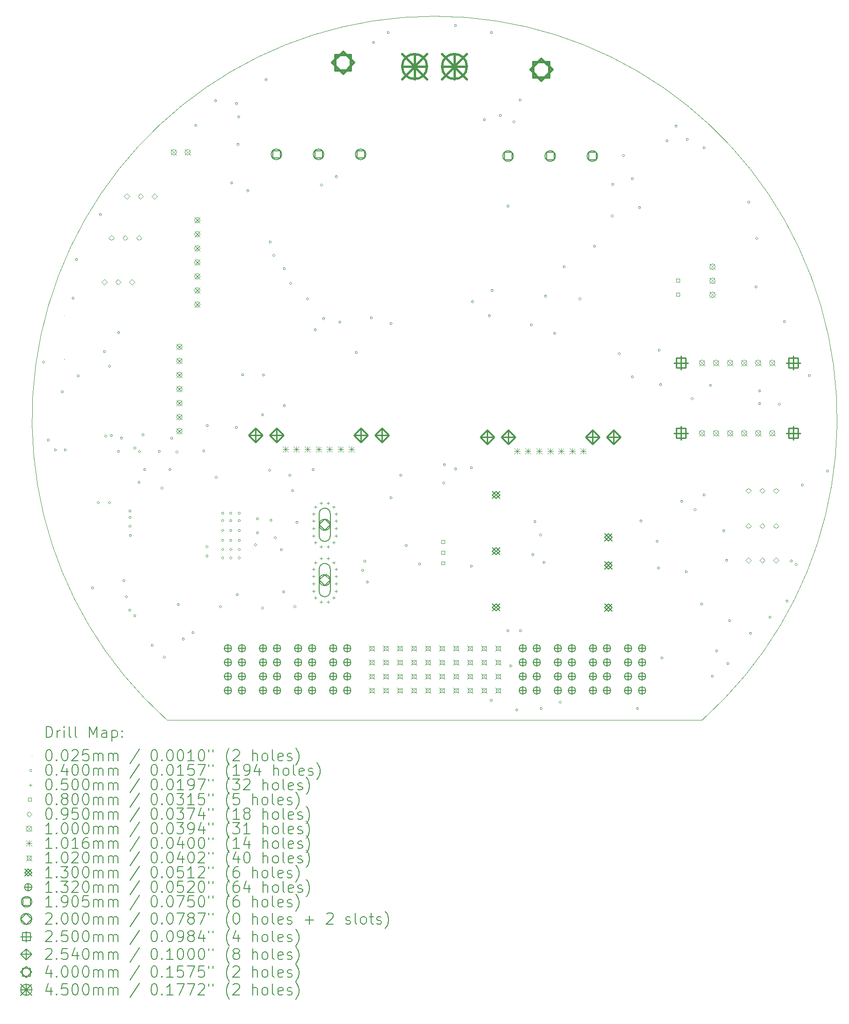
<source format=gbr>
%TF.GenerationSoftware,KiCad,Pcbnew,7.0.8*%
%TF.CreationDate,2024-05-08T13:20:17-04:00*%
%TF.ProjectId,PowerBoard_2024,506f7765-7242-46f6-9172-645f32303234,rev?*%
%TF.SameCoordinates,Original*%
%TF.FileFunction,Drillmap*%
%TF.FilePolarity,Positive*%
%FSLAX45Y45*%
G04 Gerber Fmt 4.5, Leading zero omitted, Abs format (unit mm)*
G04 Created by KiCad (PCBNEW 7.0.8) date 2024-05-08 13:20:17*
%MOMM*%
%LPD*%
G01*
G04 APERTURE LIST*
%ADD10C,0.100000*%
%ADD11C,0.200000*%
%ADD12C,0.002540*%
%ADD13C,0.040000*%
%ADD14C,0.050000*%
%ADD15C,0.080000*%
%ADD16C,0.095000*%
%ADD17C,0.101600*%
%ADD18C,0.102000*%
%ADD19C,0.130000*%
%ADD20C,0.132000*%
%ADD21C,0.190500*%
%ADD22C,0.250000*%
%ADD23C,0.254000*%
%ADD24C,0.400000*%
%ADD25C,0.450000*%
G04 APERTURE END LIST*
D10*
X18734900Y-15232220D02*
X9054900Y-15232220D01*
X18734900Y-15232220D02*
G75*
G03*
X9054900Y-15232220I-4840000J5440000D01*
G01*
D11*
D12*
X7189470Y-7916360D02*
X7192010Y-7918900D01*
X7192010Y-7916360D02*
X7189470Y-7918900D01*
X7189470Y-8706360D02*
X7192010Y-8708900D01*
X7192010Y-8706360D02*
X7189470Y-8708900D01*
D13*
X6839900Y-8763000D02*
G75*
G03*
X6839900Y-8763000I-20000J0D01*
G01*
X6928800Y-10172700D02*
G75*
G03*
X6928800Y-10172700I-20000J0D01*
G01*
X7055800Y-10350500D02*
G75*
G03*
X7055800Y-10350500I-20000J0D01*
G01*
X7180260Y-9300060D02*
G75*
G03*
X7180260Y-9300060I-20000J0D01*
G01*
X7233600Y-10350500D02*
G75*
G03*
X7233600Y-10350500I-20000J0D01*
G01*
X7373300Y-7607300D02*
G75*
G03*
X7373300Y-7607300I-20000J0D01*
G01*
X7436800Y-6908800D02*
G75*
G03*
X7436800Y-6908800I-20000J0D01*
G01*
X7468270Y-9012050D02*
G75*
G03*
X7468270Y-9012050I-20000J0D01*
G01*
X7723820Y-12843360D02*
G75*
G03*
X7723820Y-12843360I-20000J0D01*
G01*
X7830500Y-11303000D02*
G75*
G03*
X7830500Y-11303000I-20000J0D01*
G01*
X7868600Y-6096000D02*
G75*
G03*
X7868600Y-6096000I-20000J0D01*
G01*
X7944800Y-8572500D02*
G75*
G03*
X7944800Y-8572500I-20000J0D01*
G01*
X7965120Y-10100160D02*
G75*
G03*
X7965120Y-10100160I-20000J0D01*
G01*
X8033700Y-8839200D02*
G75*
G03*
X8033700Y-8839200I-20000J0D01*
G01*
X8033700Y-11303000D02*
G75*
G03*
X8033700Y-11303000I-20000J0D01*
G01*
X8066720Y-10087460D02*
G75*
G03*
X8066720Y-10087460I-20000J0D01*
G01*
X8198800Y-8229600D02*
G75*
G03*
X8198800Y-8229600I-20000J0D01*
G01*
X8198800Y-10375900D02*
G75*
G03*
X8198800Y-10375900I-20000J0D01*
G01*
X8249600Y-10134600D02*
G75*
G03*
X8249600Y-10134600I-20000J0D01*
G01*
X8292780Y-12713820D02*
G75*
G03*
X8292780Y-12713820I-20000J0D01*
G01*
X8338500Y-13004800D02*
G75*
G03*
X8338500Y-13004800I-20000J0D01*
G01*
X8402000Y-13246100D02*
G75*
G03*
X8402000Y-13246100I-20000J0D01*
G01*
X8404540Y-11453980D02*
G75*
G03*
X8404540Y-11453980I-20000J0D01*
G01*
X8404540Y-11570820D02*
G75*
G03*
X8404540Y-11570820I-20000J0D01*
G01*
X8404540Y-11728300D02*
G75*
G03*
X8404540Y-11728300I-20000J0D01*
G01*
X8409620Y-11895940D02*
G75*
G03*
X8409620Y-11895940I-20000J0D01*
G01*
X8490900Y-13347700D02*
G75*
G03*
X8490900Y-13347700I-20000J0D01*
G01*
X8492430Y-10315050D02*
G75*
G03*
X8492430Y-10315050I-20000J0D01*
G01*
X8567100Y-10934700D02*
G75*
G03*
X8567100Y-10934700I-20000J0D01*
G01*
X8574720Y-10379560D02*
G75*
G03*
X8574720Y-10379560I-20000J0D01*
G01*
X8638220Y-10074760D02*
G75*
G03*
X8638220Y-10074760I-20000J0D01*
G01*
X8668700Y-10706100D02*
G75*
G03*
X8668700Y-10706100I-20000J0D01*
G01*
X8808400Y-13881100D02*
G75*
G03*
X8808400Y-13881100I-20000J0D01*
G01*
X8935400Y-10375900D02*
G75*
G03*
X8935400Y-10375900I-20000J0D01*
G01*
X8981120Y-11039960D02*
G75*
G03*
X8981120Y-11039960I-20000J0D01*
G01*
X9024300Y-14097000D02*
G75*
G03*
X9024300Y-14097000I-20000J0D01*
G01*
X9125900Y-10706100D02*
G75*
G03*
X9125900Y-10706100I-20000J0D01*
G01*
X9158287Y-10137363D02*
G75*
G03*
X9158287Y-10137363I-20000J0D01*
G01*
X9252900Y-10388600D02*
G75*
G03*
X9252900Y-10388600I-20000J0D01*
G01*
X9278300Y-13144500D02*
G75*
G03*
X9278300Y-13144500I-20000J0D01*
G01*
X9367200Y-13766800D02*
G75*
G03*
X9367200Y-13766800I-20000J0D01*
G01*
X9545000Y-13652500D02*
G75*
G03*
X9545000Y-13652500I-20000J0D01*
G01*
X9595800Y-4483100D02*
G75*
G03*
X9595800Y-4483100I-20000J0D01*
G01*
X9735500Y-10366860D02*
G75*
G03*
X9735500Y-10366860I-20000J0D01*
G01*
X9796460Y-12099140D02*
G75*
G03*
X9796460Y-12099140I-20000J0D01*
G01*
X9796460Y-12266780D02*
G75*
G03*
X9796460Y-12266780I-20000J0D01*
G01*
X9802202Y-9909202D02*
G75*
G03*
X9802202Y-9909202I-20000J0D01*
G01*
X9951400Y-4038600D02*
G75*
G03*
X9951400Y-4038600I-20000J0D01*
G01*
X9964100Y-10845800D02*
G75*
G03*
X9964100Y-10845800I-20000J0D01*
G01*
X10040300Y-13182600D02*
G75*
G03*
X10040300Y-13182600I-20000J0D01*
G01*
X10080940Y-11494620D02*
G75*
G03*
X10080940Y-11494620I-20000J0D01*
G01*
X10080940Y-11626700D02*
G75*
G03*
X10080940Y-11626700I-20000J0D01*
G01*
X10080940Y-11804500D02*
G75*
G03*
X10080940Y-11804500I-20000J0D01*
G01*
X10080940Y-11982300D02*
G75*
G03*
X10080940Y-11982300I-20000J0D01*
G01*
X10080940Y-12149940D02*
G75*
G03*
X10080940Y-12149940I-20000J0D01*
G01*
X10080940Y-12302340D02*
G75*
G03*
X10080940Y-12302340I-20000J0D01*
G01*
X10225720Y-11494620D02*
G75*
G03*
X10225720Y-11494620I-20000J0D01*
G01*
X10225720Y-11626700D02*
G75*
G03*
X10225720Y-11626700I-20000J0D01*
G01*
X10225720Y-11804500D02*
G75*
G03*
X10225720Y-11804500I-20000J0D01*
G01*
X10225720Y-11982300D02*
G75*
G03*
X10225720Y-11982300I-20000J0D01*
G01*
X10225720Y-12149940D02*
G75*
G03*
X10225720Y-12149940I-20000J0D01*
G01*
X10225720Y-12302340D02*
G75*
G03*
X10225720Y-12302340I-20000J0D01*
G01*
X10243500Y-5524500D02*
G75*
G03*
X10243500Y-5524500I-20000J0D01*
G01*
X10332400Y-4089400D02*
G75*
G03*
X10332400Y-4089400I-20000J0D01*
G01*
X10332400Y-9944100D02*
G75*
G03*
X10332400Y-9944100I-20000J0D01*
G01*
X10345100Y-12966700D02*
G75*
G03*
X10345100Y-12966700I-20000J0D01*
G01*
X10357800Y-4826000D02*
G75*
G03*
X10357800Y-4826000I-20000J0D01*
G01*
X10370500Y-4330700D02*
G75*
G03*
X10370500Y-4330700I-20000J0D01*
G01*
X10380660Y-11494620D02*
G75*
G03*
X10380660Y-11494620I-20000J0D01*
G01*
X10380660Y-11626700D02*
G75*
G03*
X10380660Y-11626700I-20000J0D01*
G01*
X10380660Y-11804500D02*
G75*
G03*
X10380660Y-11804500I-20000J0D01*
G01*
X10380660Y-11982300D02*
G75*
G03*
X10380660Y-11982300I-20000J0D01*
G01*
X10380660Y-12149940D02*
G75*
G03*
X10380660Y-12149940I-20000J0D01*
G01*
X10380660Y-12302340D02*
G75*
G03*
X10380660Y-12302340I-20000J0D01*
G01*
X10441620Y-8990180D02*
G75*
G03*
X10441620Y-8990180I-20000J0D01*
G01*
X10535600Y-5664200D02*
G75*
G03*
X10535600Y-5664200I-20000J0D01*
G01*
X10675300Y-12065000D02*
G75*
G03*
X10675300Y-12065000I-20000J0D01*
G01*
X10713400Y-11595100D02*
G75*
G03*
X10713400Y-11595100I-20000J0D01*
G01*
X10713400Y-11849100D02*
G75*
G03*
X10713400Y-11849100I-20000J0D01*
G01*
X10802300Y-9715500D02*
G75*
G03*
X10802300Y-9715500I-20000J0D01*
G01*
X10802300Y-13208000D02*
G75*
G03*
X10802300Y-13208000I-20000J0D01*
G01*
X10822620Y-8995260D02*
G75*
G03*
X10822620Y-8995260I-20000J0D01*
G01*
X10865800Y-3657600D02*
G75*
G03*
X10865800Y-3657600I-20000J0D01*
G01*
X10929300Y-10718800D02*
G75*
G03*
X10929300Y-10718800I-20000J0D01*
G01*
X10942000Y-6591300D02*
G75*
G03*
X10942000Y-6591300I-20000J0D01*
G01*
X10954700Y-11620500D02*
G75*
G03*
X10954700Y-11620500I-20000J0D01*
G01*
X11005500Y-6832600D02*
G75*
G03*
X11005500Y-6832600I-20000J0D01*
G01*
X11030900Y-11938000D02*
G75*
G03*
X11030900Y-11938000I-20000J0D01*
G01*
X11145200Y-12153900D02*
G75*
G03*
X11145200Y-12153900I-20000J0D01*
G01*
X11183300Y-12915900D02*
G75*
G03*
X11183300Y-12915900I-20000J0D01*
G01*
X11196000Y-7073900D02*
G75*
G03*
X11196000Y-7073900I-20000J0D01*
G01*
X11196000Y-9550400D02*
G75*
G03*
X11196000Y-9550400I-20000J0D01*
G01*
X11297600Y-10807700D02*
G75*
G03*
X11297600Y-10807700I-20000J0D01*
G01*
X11310300Y-7340600D02*
G75*
G03*
X11310300Y-7340600I-20000J0D01*
G01*
X11348400Y-11087100D02*
G75*
G03*
X11348400Y-11087100I-20000J0D01*
G01*
X11386500Y-13182600D02*
G75*
G03*
X11386500Y-13182600I-20000J0D01*
G01*
X11424600Y-11658600D02*
G75*
G03*
X11424600Y-11658600I-20000J0D01*
G01*
X11615100Y-7620000D02*
G75*
G03*
X11615100Y-7620000I-20000J0D01*
G01*
X11716700Y-10706100D02*
G75*
G03*
X11716700Y-10706100I-20000J0D01*
G01*
X11754800Y-8178800D02*
G75*
G03*
X11754800Y-8178800I-20000J0D01*
G01*
X11869100Y-5562600D02*
G75*
G03*
X11869100Y-5562600I-20000J0D01*
G01*
X11907200Y-7975600D02*
G75*
G03*
X11907200Y-7975600I-20000J0D01*
G01*
X12135800Y-5410200D02*
G75*
G03*
X12135800Y-5410200I-20000J0D01*
G01*
X12199300Y-8039100D02*
G75*
G03*
X12199300Y-8039100I-20000J0D01*
G01*
X12499020Y-8588860D02*
G75*
G03*
X12499020Y-8588860I-20000J0D01*
G01*
X12613320Y-12525860D02*
G75*
G03*
X12613320Y-12525860I-20000J0D01*
G01*
X12651170Y-12360760D02*
G75*
G03*
X12651170Y-12360760I-20000J0D01*
G01*
X12698983Y-12738210D02*
G75*
G03*
X12698983Y-12738210I-20000J0D01*
G01*
X12770800Y-7962900D02*
G75*
G03*
X12770800Y-7962900I-20000J0D01*
G01*
X12808900Y-2984500D02*
G75*
G03*
X12808900Y-2984500I-20000J0D01*
G01*
X13075600Y-2806700D02*
G75*
G03*
X13075600Y-2806700I-20000J0D01*
G01*
X13126400Y-8064500D02*
G75*
G03*
X13126400Y-8064500I-20000J0D01*
G01*
X13126400Y-11214100D02*
G75*
G03*
X13126400Y-11214100I-20000J0D01*
G01*
X13304200Y-10807700D02*
G75*
G03*
X13304200Y-10807700I-20000J0D01*
G01*
X13399776Y-12078754D02*
G75*
G03*
X13399776Y-12078754I-20000J0D01*
G01*
X13642020Y-12411560D02*
G75*
G03*
X13642020Y-12411560I-20000J0D01*
G01*
X14078900Y-10947400D02*
G75*
G03*
X14078900Y-10947400I-20000J0D01*
G01*
X14091600Y-10617200D02*
G75*
G03*
X14091600Y-10617200I-20000J0D01*
G01*
X14294800Y-2679700D02*
G75*
G03*
X14294800Y-2679700I-20000J0D01*
G01*
X14294800Y-10693400D02*
G75*
G03*
X14294800Y-10693400I-20000J0D01*
G01*
X14581820Y-10671660D02*
G75*
G03*
X14581820Y-10671660I-20000J0D01*
G01*
X14581820Y-12449660D02*
G75*
G03*
X14581820Y-12449660I-20000J0D01*
G01*
X14599600Y-7670800D02*
G75*
G03*
X14599600Y-7670800I-20000J0D01*
G01*
X14815500Y-4381500D02*
G75*
G03*
X14815500Y-4381500I-20000J0D01*
G01*
X14904400Y-7924800D02*
G75*
G03*
X14904400Y-7924800I-20000J0D01*
G01*
X14937420Y-14875360D02*
G75*
G03*
X14937420Y-14875360I-20000J0D01*
G01*
X14942500Y-2806700D02*
G75*
G03*
X14942500Y-2806700I-20000J0D01*
G01*
X14955200Y-7467600D02*
G75*
G03*
X14955200Y-7467600I-20000J0D01*
G01*
X15107600Y-4305300D02*
G75*
G03*
X15107600Y-4305300I-20000J0D01*
G01*
X15242220Y-13618060D02*
G75*
G03*
X15242220Y-13618060I-20000J0D01*
G01*
X15243720Y-5942180D02*
G75*
G03*
X15243720Y-5942180I-20000J0D01*
G01*
X15293020Y-14253060D02*
G75*
G03*
X15293020Y-14253060I-20000J0D01*
G01*
X15348900Y-4419600D02*
G75*
G03*
X15348900Y-4419600I-20000J0D01*
G01*
X15399700Y-15049500D02*
G75*
G03*
X15399700Y-15049500I-20000J0D01*
G01*
X15463200Y-4025900D02*
G75*
G03*
X15463200Y-4025900I-20000J0D01*
G01*
X15470820Y-13618060D02*
G75*
G03*
X15470820Y-13618060I-20000J0D01*
G01*
X15666400Y-8089900D02*
G75*
G03*
X15666400Y-8089900I-20000J0D01*
G01*
X15691800Y-12242800D02*
G75*
G03*
X15691800Y-12242800I-20000J0D01*
G01*
X15729900Y-11645900D02*
G75*
G03*
X15729900Y-11645900I-20000J0D01*
G01*
X15831500Y-11887200D02*
G75*
G03*
X15831500Y-11887200I-20000J0D01*
G01*
X15844200Y-15024100D02*
G75*
G03*
X15844200Y-15024100I-20000J0D01*
G01*
X15895000Y-12382500D02*
G75*
G03*
X15895000Y-12382500I-20000J0D01*
G01*
X15920400Y-7569200D02*
G75*
G03*
X15920400Y-7569200I-20000J0D01*
G01*
X16085500Y-8242300D02*
G75*
G03*
X16085500Y-8242300I-20000J0D01*
G01*
X16187100Y-14909800D02*
G75*
G03*
X16187100Y-14909800I-20000J0D01*
G01*
X16258220Y-7039460D02*
G75*
G03*
X16258220Y-7039460I-20000J0D01*
G01*
X16542700Y-7620000D02*
G75*
G03*
X16542700Y-7620000I-20000J0D01*
G01*
X16809400Y-6667500D02*
G75*
G03*
X16809400Y-6667500I-20000J0D01*
G01*
X17126900Y-6121400D02*
G75*
G03*
X17126900Y-6121400I-20000J0D01*
G01*
X17139600Y-5549900D02*
G75*
G03*
X17139600Y-5549900I-20000J0D01*
G01*
X17253900Y-8610600D02*
G75*
G03*
X17253900Y-8610600I-20000J0D01*
G01*
X17330100Y-5029200D02*
G75*
G03*
X17330100Y-5029200I-20000J0D01*
G01*
X17495200Y-5448300D02*
G75*
G03*
X17495200Y-5448300I-20000J0D01*
G01*
X17495200Y-9029700D02*
G75*
G03*
X17495200Y-9029700I-20000J0D01*
G01*
X17584100Y-15024100D02*
G75*
G03*
X17584100Y-15024100I-20000J0D01*
G01*
X17622200Y-5969000D02*
G75*
G03*
X17622200Y-5969000I-20000J0D01*
G01*
X17647600Y-11633200D02*
G75*
G03*
X17647600Y-11633200I-20000J0D01*
G01*
X17939700Y-12001500D02*
G75*
G03*
X17939700Y-12001500I-20000J0D01*
G01*
X17965100Y-12484100D02*
G75*
G03*
X17965100Y-12484100I-20000J0D01*
G01*
X17977800Y-8547100D02*
G75*
G03*
X17977800Y-8547100I-20000J0D01*
G01*
X18003200Y-9169400D02*
G75*
G03*
X18003200Y-9169400I-20000J0D01*
G01*
X18028600Y-14109700D02*
G75*
G03*
X18028600Y-14109700I-20000J0D01*
G01*
X18117500Y-4762500D02*
G75*
G03*
X18117500Y-4762500I-20000J0D01*
G01*
X18282600Y-4495800D02*
G75*
G03*
X18282600Y-4495800I-20000J0D01*
G01*
X18384200Y-11277600D02*
G75*
G03*
X18384200Y-11277600I-20000J0D01*
G01*
X18468020Y-12551260D02*
G75*
G03*
X18468020Y-12551260I-20000J0D01*
G01*
X18485800Y-4737100D02*
G75*
G03*
X18485800Y-4737100I-20000J0D01*
G01*
X18574700Y-9423400D02*
G75*
G03*
X18574700Y-9423400I-20000J0D01*
G01*
X18625500Y-11430000D02*
G75*
G03*
X18625500Y-11430000I-20000J0D01*
G01*
X18747420Y-13135460D02*
G75*
G03*
X18747420Y-13135460I-20000J0D01*
G01*
X18790600Y-4889500D02*
G75*
G03*
X18790600Y-4889500I-20000J0D01*
G01*
X18790600Y-11163300D02*
G75*
G03*
X18790600Y-11163300I-20000J0D01*
G01*
X18904900Y-9182100D02*
G75*
G03*
X18904900Y-9182100I-20000J0D01*
G01*
X18943000Y-14439900D02*
G75*
G03*
X18943000Y-14439900I-20000J0D01*
G01*
X19019200Y-13982700D02*
G75*
G03*
X19019200Y-13982700I-20000J0D01*
G01*
X19146200Y-11811000D02*
G75*
G03*
X19146200Y-11811000I-20000J0D01*
G01*
X19197000Y-12344400D02*
G75*
G03*
X19197000Y-12344400I-20000J0D01*
G01*
X19222400Y-14211300D02*
G75*
G03*
X19222400Y-14211300I-20000J0D01*
G01*
X19249070Y-13433910D02*
G75*
G03*
X19249070Y-13433910I-20000J0D01*
G01*
X19598320Y-5871060D02*
G75*
G03*
X19598320Y-5871060I-20000J0D01*
G01*
X19628800Y-13665200D02*
G75*
G03*
X19628800Y-13665200I-20000J0D01*
G01*
X19730400Y-7404100D02*
G75*
G03*
X19730400Y-7404100I-20000J0D01*
G01*
X19743100Y-6527800D02*
G75*
G03*
X19743100Y-6527800I-20000J0D01*
G01*
X19793900Y-9283700D02*
G75*
G03*
X19793900Y-9283700I-20000J0D01*
G01*
X19793900Y-9512300D02*
G75*
G03*
X19793900Y-9512300I-20000J0D01*
G01*
X19984400Y-13373100D02*
G75*
G03*
X19984400Y-13373100I-20000J0D01*
G01*
X20149500Y-9525000D02*
G75*
G03*
X20149500Y-9525000I-20000J0D01*
G01*
X20246020Y-8030060D02*
G75*
G03*
X20246020Y-8030060I-20000J0D01*
G01*
X20289200Y-13081000D02*
G75*
G03*
X20289200Y-13081000I-20000J0D01*
G01*
X20368950Y-12356613D02*
G75*
G03*
X20368950Y-12356613I-20000J0D01*
G01*
X20454300Y-12420600D02*
G75*
G03*
X20454300Y-12420600I-20000J0D01*
G01*
X20568600Y-10985500D02*
G75*
G03*
X20568600Y-10985500I-20000J0D01*
G01*
X20695600Y-9004300D02*
G75*
G03*
X20695600Y-9004300I-20000J0D01*
G01*
X21025800Y-10731500D02*
G75*
G03*
X21025800Y-10731500I-20000J0D01*
G01*
D14*
X11701620Y-11477860D02*
X11701620Y-11527860D01*
X11676620Y-11502860D02*
X11726620Y-11502860D01*
X11701620Y-11610860D02*
X11701620Y-11660860D01*
X11676620Y-11635860D02*
X11726620Y-11635860D01*
X11701620Y-11744860D02*
X11701620Y-11794860D01*
X11676620Y-11769860D02*
X11726620Y-11769860D01*
X11701620Y-11877860D02*
X11701620Y-11927860D01*
X11676620Y-11902860D02*
X11726620Y-11902860D01*
X11701620Y-12477860D02*
X11701620Y-12527860D01*
X11676620Y-12502860D02*
X11726620Y-12502860D01*
X11701620Y-12610860D02*
X11701620Y-12660860D01*
X11676620Y-12635860D02*
X11726620Y-12635860D01*
X11701620Y-12744860D02*
X11701620Y-12794860D01*
X11676620Y-12769860D02*
X11726620Y-12769860D01*
X11701620Y-12877860D02*
X11701620Y-12927860D01*
X11676620Y-12902860D02*
X11726620Y-12902860D01*
X11740620Y-11357860D02*
X11740620Y-11407860D01*
X11715620Y-11382860D02*
X11765620Y-11382860D01*
X11740620Y-11997860D02*
X11740620Y-12047860D01*
X11715620Y-12022860D02*
X11765620Y-12022860D01*
X11740620Y-12357860D02*
X11740620Y-12407860D01*
X11715620Y-12382860D02*
X11765620Y-12382860D01*
X11740620Y-12997860D02*
X11740620Y-13047860D01*
X11715620Y-13022860D02*
X11765620Y-13022860D01*
X11843620Y-11282860D02*
X11843620Y-11332860D01*
X11818620Y-11307860D02*
X11868620Y-11307860D01*
X11843620Y-12072860D02*
X11843620Y-12122860D01*
X11818620Y-12097860D02*
X11868620Y-12097860D01*
X11843620Y-12282860D02*
X11843620Y-12332860D01*
X11818620Y-12307860D02*
X11868620Y-12307860D01*
X11843620Y-13072860D02*
X11843620Y-13122860D01*
X11818620Y-13097860D02*
X11868620Y-13097860D01*
X11969620Y-11282860D02*
X11969620Y-11332860D01*
X11944620Y-11307860D02*
X11994620Y-11307860D01*
X11969620Y-12072860D02*
X11969620Y-12122860D01*
X11944620Y-12097860D02*
X11994620Y-12097860D01*
X11969620Y-12282860D02*
X11969620Y-12332860D01*
X11944620Y-12307860D02*
X11994620Y-12307860D01*
X11969620Y-13072860D02*
X11969620Y-13122860D01*
X11944620Y-13097860D02*
X11994620Y-13097860D01*
X12072620Y-11357860D02*
X12072620Y-11407860D01*
X12047620Y-11382860D02*
X12097620Y-11382860D01*
X12072620Y-11997860D02*
X12072620Y-12047860D01*
X12047620Y-12022860D02*
X12097620Y-12022860D01*
X12072620Y-12357860D02*
X12072620Y-12407860D01*
X12047620Y-12382860D02*
X12097620Y-12382860D01*
X12072620Y-12997860D02*
X12072620Y-13047860D01*
X12047620Y-13022860D02*
X12097620Y-13022860D01*
X12111620Y-11477860D02*
X12111620Y-11527860D01*
X12086620Y-11502860D02*
X12136620Y-11502860D01*
X12111620Y-11610860D02*
X12111620Y-11660860D01*
X12086620Y-11635860D02*
X12136620Y-11635860D01*
X12111620Y-11744860D02*
X12111620Y-11794860D01*
X12086620Y-11769860D02*
X12136620Y-11769860D01*
X12111620Y-11877860D02*
X12111620Y-11927860D01*
X12086620Y-11902860D02*
X12136620Y-11902860D01*
X12111620Y-12477860D02*
X12111620Y-12527860D01*
X12086620Y-12502860D02*
X12136620Y-12502860D01*
X12111620Y-12610860D02*
X12111620Y-12660860D01*
X12086620Y-12635860D02*
X12136620Y-12635860D01*
X12111620Y-12744860D02*
X12111620Y-12794860D01*
X12086620Y-12769860D02*
X12136620Y-12769860D01*
X12111620Y-12877860D02*
X12111620Y-12927860D01*
X12086620Y-12902860D02*
X12136620Y-12902860D01*
D15*
X14074904Y-12040144D02*
X14074904Y-11983575D01*
X14018335Y-11983575D01*
X14018335Y-12040144D01*
X14074904Y-12040144D01*
X14074904Y-12231144D02*
X14074904Y-12174575D01*
X14018335Y-12174575D01*
X14018335Y-12231144D01*
X14074904Y-12231144D01*
X14074904Y-12422144D02*
X14074904Y-12365575D01*
X14018335Y-12365575D01*
X14018335Y-12422144D01*
X14074904Y-12422144D01*
X18323905Y-7316277D02*
X18323905Y-7259708D01*
X18267336Y-7259708D01*
X18267336Y-7316277D01*
X18323905Y-7316277D01*
X18323905Y-7566277D02*
X18323905Y-7509708D01*
X18267336Y-7509708D01*
X18267336Y-7566277D01*
X18323905Y-7566277D01*
D16*
X7920100Y-7362700D02*
X7967600Y-7315200D01*
X7920100Y-7267700D01*
X7872600Y-7315200D01*
X7920100Y-7362700D01*
X8047100Y-6562600D02*
X8094600Y-6515100D01*
X8047100Y-6467600D01*
X7999600Y-6515100D01*
X8047100Y-6562600D01*
X8170100Y-7362700D02*
X8217600Y-7315200D01*
X8170100Y-7267700D01*
X8122600Y-7315200D01*
X8170100Y-7362700D01*
X8297100Y-6562600D02*
X8344600Y-6515100D01*
X8297100Y-6467600D01*
X8249600Y-6515100D01*
X8297100Y-6562600D01*
X8326500Y-5813300D02*
X8374000Y-5765800D01*
X8326500Y-5718300D01*
X8279000Y-5765800D01*
X8326500Y-5813300D01*
X8420100Y-7362700D02*
X8467600Y-7315200D01*
X8420100Y-7267700D01*
X8372600Y-7315200D01*
X8420100Y-7362700D01*
X8547100Y-6562600D02*
X8594600Y-6515100D01*
X8547100Y-6467600D01*
X8499600Y-6515100D01*
X8547100Y-6562600D01*
X8576500Y-5813300D02*
X8624000Y-5765800D01*
X8576500Y-5718300D01*
X8529000Y-5765800D01*
X8576500Y-5813300D01*
X8826500Y-5813300D02*
X8874000Y-5765800D01*
X8826500Y-5718300D01*
X8779000Y-5765800D01*
X8826500Y-5813300D01*
X19570700Y-11133000D02*
X19618200Y-11085500D01*
X19570700Y-11038000D01*
X19523200Y-11085500D01*
X19570700Y-11133000D01*
X19570700Y-11769600D02*
X19618200Y-11722100D01*
X19570700Y-11674600D01*
X19523200Y-11722100D01*
X19570700Y-11769600D01*
X19570700Y-12391900D02*
X19618200Y-12344400D01*
X19570700Y-12296900D01*
X19523200Y-12344400D01*
X19570700Y-12391900D01*
X19820700Y-11133000D02*
X19868200Y-11085500D01*
X19820700Y-11038000D01*
X19773200Y-11085500D01*
X19820700Y-11133000D01*
X19820700Y-11769600D02*
X19868200Y-11722100D01*
X19820700Y-11674600D01*
X19773200Y-11722100D01*
X19820700Y-11769600D01*
X19820700Y-12391900D02*
X19868200Y-12344400D01*
X19820700Y-12296900D01*
X19773200Y-12344400D01*
X19820700Y-12391900D01*
X20070700Y-11133000D02*
X20118200Y-11085500D01*
X20070700Y-11038000D01*
X20023200Y-11085500D01*
X20070700Y-11133000D01*
X20070700Y-11769600D02*
X20118200Y-11722100D01*
X20070700Y-11674600D01*
X20023200Y-11722100D01*
X20070700Y-11769600D01*
X20070700Y-12391900D02*
X20118200Y-12344400D01*
X20070700Y-12296900D01*
X20023200Y-12344400D01*
X20070700Y-12391900D01*
D10*
X9127020Y-4919360D02*
X9227020Y-5019360D01*
X9227020Y-4919360D02*
X9127020Y-5019360D01*
X9227020Y-4969360D02*
G75*
G03*
X9227020Y-4969360I-50000J0D01*
G01*
X9228620Y-8437260D02*
X9328620Y-8537260D01*
X9328620Y-8437260D02*
X9228620Y-8537260D01*
X9328620Y-8487260D02*
G75*
G03*
X9328620Y-8487260I-50000J0D01*
G01*
X9228620Y-8691260D02*
X9328620Y-8791260D01*
X9328620Y-8691260D02*
X9228620Y-8791260D01*
X9328620Y-8741260D02*
G75*
G03*
X9328620Y-8741260I-50000J0D01*
G01*
X9228620Y-8945260D02*
X9328620Y-9045260D01*
X9328620Y-8945260D02*
X9228620Y-9045260D01*
X9328620Y-8995260D02*
G75*
G03*
X9328620Y-8995260I-50000J0D01*
G01*
X9228620Y-9199260D02*
X9328620Y-9299260D01*
X9328620Y-9199260D02*
X9228620Y-9299260D01*
X9328620Y-9249260D02*
G75*
G03*
X9328620Y-9249260I-50000J0D01*
G01*
X9228620Y-9453260D02*
X9328620Y-9553260D01*
X9328620Y-9453260D02*
X9228620Y-9553260D01*
X9328620Y-9503260D02*
G75*
G03*
X9328620Y-9503260I-50000J0D01*
G01*
X9228620Y-9707260D02*
X9328620Y-9807260D01*
X9328620Y-9707260D02*
X9228620Y-9807260D01*
X9328620Y-9757260D02*
G75*
G03*
X9328620Y-9757260I-50000J0D01*
G01*
X9228620Y-9961260D02*
X9328620Y-10061260D01*
X9328620Y-9961260D02*
X9228620Y-10061260D01*
X9328620Y-10011260D02*
G75*
G03*
X9328620Y-10011260I-50000J0D01*
G01*
X9377020Y-4919360D02*
X9477020Y-5019360D01*
X9477020Y-4919360D02*
X9377020Y-5019360D01*
X9477020Y-4969360D02*
G75*
G03*
X9477020Y-4969360I-50000J0D01*
G01*
X9551200Y-6147600D02*
X9651200Y-6247600D01*
X9651200Y-6147600D02*
X9551200Y-6247600D01*
X9651200Y-6197600D02*
G75*
G03*
X9651200Y-6197600I-50000J0D01*
G01*
X9551200Y-6401600D02*
X9651200Y-6501600D01*
X9651200Y-6401600D02*
X9551200Y-6501600D01*
X9651200Y-6451600D02*
G75*
G03*
X9651200Y-6451600I-50000J0D01*
G01*
X9551200Y-6655600D02*
X9651200Y-6755600D01*
X9651200Y-6655600D02*
X9551200Y-6755600D01*
X9651200Y-6705600D02*
G75*
G03*
X9651200Y-6705600I-50000J0D01*
G01*
X9551200Y-6909600D02*
X9651200Y-7009600D01*
X9651200Y-6909600D02*
X9551200Y-7009600D01*
X9651200Y-6959600D02*
G75*
G03*
X9651200Y-6959600I-50000J0D01*
G01*
X9551200Y-7163600D02*
X9651200Y-7263600D01*
X9651200Y-7163600D02*
X9551200Y-7263600D01*
X9651200Y-7213600D02*
G75*
G03*
X9651200Y-7213600I-50000J0D01*
G01*
X9551200Y-7417600D02*
X9651200Y-7517600D01*
X9651200Y-7417600D02*
X9551200Y-7517600D01*
X9651200Y-7467600D02*
G75*
G03*
X9651200Y-7467600I-50000J0D01*
G01*
X9551200Y-7671600D02*
X9651200Y-7771600D01*
X9651200Y-7671600D02*
X9551200Y-7771600D01*
X9651200Y-7721600D02*
G75*
G03*
X9651200Y-7721600I-50000J0D01*
G01*
X18682500Y-8726820D02*
X18782500Y-8826820D01*
X18782500Y-8726820D02*
X18682500Y-8826820D01*
X18782500Y-8776820D02*
G75*
G03*
X18782500Y-8776820I-50000J0D01*
G01*
X18682500Y-9996820D02*
X18782500Y-10096820D01*
X18782500Y-9996820D02*
X18682500Y-10096820D01*
X18782500Y-10046820D02*
G75*
G03*
X18782500Y-10046820I-50000J0D01*
G01*
X18870460Y-6988230D02*
X18970460Y-7088230D01*
X18970460Y-6988230D02*
X18870460Y-7088230D01*
X18970460Y-7038230D02*
G75*
G03*
X18970460Y-7038230I-50000J0D01*
G01*
X18870460Y-7242230D02*
X18970460Y-7342230D01*
X18970460Y-7242230D02*
X18870460Y-7342230D01*
X18970460Y-7292230D02*
G75*
G03*
X18970460Y-7292230I-50000J0D01*
G01*
X18870460Y-7496230D02*
X18970460Y-7596230D01*
X18970460Y-7496230D02*
X18870460Y-7596230D01*
X18970460Y-7546230D02*
G75*
G03*
X18970460Y-7546230I-50000J0D01*
G01*
X18936500Y-8726820D02*
X19036500Y-8826820D01*
X19036500Y-8726820D02*
X18936500Y-8826820D01*
X19036500Y-8776820D02*
G75*
G03*
X19036500Y-8776820I-50000J0D01*
G01*
X18936500Y-9996820D02*
X19036500Y-10096820D01*
X19036500Y-9996820D02*
X18936500Y-10096820D01*
X19036500Y-10046820D02*
G75*
G03*
X19036500Y-10046820I-50000J0D01*
G01*
X19190500Y-8726820D02*
X19290500Y-8826820D01*
X19290500Y-8726820D02*
X19190500Y-8826820D01*
X19290500Y-8776820D02*
G75*
G03*
X19290500Y-8776820I-50000J0D01*
G01*
X19190500Y-9996820D02*
X19290500Y-10096820D01*
X19290500Y-9996820D02*
X19190500Y-10096820D01*
X19290500Y-10046820D02*
G75*
G03*
X19290500Y-10046820I-50000J0D01*
G01*
X19444500Y-8726820D02*
X19544500Y-8826820D01*
X19544500Y-8726820D02*
X19444500Y-8826820D01*
X19544500Y-8776820D02*
G75*
G03*
X19544500Y-8776820I-50000J0D01*
G01*
X19444500Y-9996820D02*
X19544500Y-10096820D01*
X19544500Y-9996820D02*
X19444500Y-10096820D01*
X19544500Y-10046820D02*
G75*
G03*
X19544500Y-10046820I-50000J0D01*
G01*
X19698500Y-8726820D02*
X19798500Y-8826820D01*
X19798500Y-8726820D02*
X19698500Y-8826820D01*
X19798500Y-8776820D02*
G75*
G03*
X19798500Y-8776820I-50000J0D01*
G01*
X19698500Y-9996820D02*
X19798500Y-10096820D01*
X19798500Y-9996820D02*
X19698500Y-10096820D01*
X19798500Y-10046820D02*
G75*
G03*
X19798500Y-10046820I-50000J0D01*
G01*
X19952500Y-8726820D02*
X20052500Y-8826820D01*
X20052500Y-8726820D02*
X19952500Y-8826820D01*
X20052500Y-8776820D02*
G75*
G03*
X20052500Y-8776820I-50000J0D01*
G01*
X19952500Y-9996820D02*
X20052500Y-10096820D01*
X20052500Y-9996820D02*
X19952500Y-10096820D01*
X20052500Y-10046820D02*
G75*
G03*
X20052500Y-10046820I-50000J0D01*
G01*
D17*
X11143920Y-10290660D02*
X11245520Y-10392260D01*
X11245520Y-10290660D02*
X11143920Y-10392260D01*
X11194720Y-10290660D02*
X11194720Y-10392260D01*
X11143920Y-10341460D02*
X11245520Y-10341460D01*
X11343920Y-10290660D02*
X11445520Y-10392260D01*
X11445520Y-10290660D02*
X11343920Y-10392260D01*
X11394720Y-10290660D02*
X11394720Y-10392260D01*
X11343920Y-10341460D02*
X11445520Y-10341460D01*
X11543920Y-10290660D02*
X11645520Y-10392260D01*
X11645520Y-10290660D02*
X11543920Y-10392260D01*
X11594720Y-10290660D02*
X11594720Y-10392260D01*
X11543920Y-10341460D02*
X11645520Y-10341460D01*
X11743920Y-10290660D02*
X11845520Y-10392260D01*
X11845520Y-10290660D02*
X11743920Y-10392260D01*
X11794720Y-10290660D02*
X11794720Y-10392260D01*
X11743920Y-10341460D02*
X11845520Y-10341460D01*
X11943920Y-10290660D02*
X12045520Y-10392260D01*
X12045520Y-10290660D02*
X11943920Y-10392260D01*
X11994720Y-10290660D02*
X11994720Y-10392260D01*
X11943920Y-10341460D02*
X12045520Y-10341460D01*
X12143920Y-10290660D02*
X12245520Y-10392260D01*
X12245520Y-10290660D02*
X12143920Y-10392260D01*
X12194720Y-10290660D02*
X12194720Y-10392260D01*
X12143920Y-10341460D02*
X12245520Y-10341460D01*
X12343920Y-10290660D02*
X12445520Y-10392260D01*
X12445520Y-10290660D02*
X12343920Y-10392260D01*
X12394720Y-10290660D02*
X12394720Y-10392260D01*
X12343920Y-10341460D02*
X12445520Y-10341460D01*
X15334920Y-10321140D02*
X15436520Y-10422740D01*
X15436520Y-10321140D02*
X15334920Y-10422740D01*
X15385720Y-10321140D02*
X15385720Y-10422740D01*
X15334920Y-10371940D02*
X15436520Y-10371940D01*
X15534920Y-10321140D02*
X15636520Y-10422740D01*
X15636520Y-10321140D02*
X15534920Y-10422740D01*
X15585720Y-10321140D02*
X15585720Y-10422740D01*
X15534920Y-10371940D02*
X15636520Y-10371940D01*
X15734920Y-10321140D02*
X15836520Y-10422740D01*
X15836520Y-10321140D02*
X15734920Y-10422740D01*
X15785720Y-10321140D02*
X15785720Y-10422740D01*
X15734920Y-10371940D02*
X15836520Y-10371940D01*
X15934920Y-10321140D02*
X16036520Y-10422740D01*
X16036520Y-10321140D02*
X15934920Y-10422740D01*
X15985720Y-10321140D02*
X15985720Y-10422740D01*
X15934920Y-10371940D02*
X16036520Y-10371940D01*
X16134920Y-10321140D02*
X16236520Y-10422740D01*
X16236520Y-10321140D02*
X16134920Y-10422740D01*
X16185720Y-10321140D02*
X16185720Y-10422740D01*
X16134920Y-10371940D02*
X16236520Y-10371940D01*
X16334920Y-10321140D02*
X16436520Y-10422740D01*
X16436520Y-10321140D02*
X16334920Y-10422740D01*
X16385720Y-10321140D02*
X16385720Y-10422740D01*
X16334920Y-10371940D02*
X16436520Y-10371940D01*
X16534920Y-10321140D02*
X16636520Y-10422740D01*
X16636520Y-10321140D02*
X16534920Y-10422740D01*
X16585720Y-10321140D02*
X16585720Y-10422740D01*
X16534920Y-10371940D02*
X16636520Y-10371940D01*
D18*
X12706400Y-13884220D02*
X12808400Y-13986220D01*
X12808400Y-13884220D02*
X12706400Y-13986220D01*
X12793463Y-13971283D02*
X12793463Y-13899157D01*
X12721337Y-13899157D01*
X12721337Y-13971283D01*
X12793463Y-13971283D01*
X12706400Y-14138220D02*
X12808400Y-14240220D01*
X12808400Y-14138220D02*
X12706400Y-14240220D01*
X12793463Y-14225283D02*
X12793463Y-14153157D01*
X12721337Y-14153157D01*
X12721337Y-14225283D01*
X12793463Y-14225283D01*
X12706400Y-14392220D02*
X12808400Y-14494220D01*
X12808400Y-14392220D02*
X12706400Y-14494220D01*
X12793463Y-14479283D02*
X12793463Y-14407157D01*
X12721337Y-14407157D01*
X12721337Y-14479283D01*
X12793463Y-14479283D01*
X12706400Y-14646220D02*
X12808400Y-14748220D01*
X12808400Y-14646220D02*
X12706400Y-14748220D01*
X12793463Y-14733283D02*
X12793463Y-14661157D01*
X12721337Y-14661157D01*
X12721337Y-14733283D01*
X12793463Y-14733283D01*
X12960400Y-13884220D02*
X13062400Y-13986220D01*
X13062400Y-13884220D02*
X12960400Y-13986220D01*
X13047463Y-13971283D02*
X13047463Y-13899157D01*
X12975337Y-13899157D01*
X12975337Y-13971283D01*
X13047463Y-13971283D01*
X12960400Y-14138220D02*
X13062400Y-14240220D01*
X13062400Y-14138220D02*
X12960400Y-14240220D01*
X13047463Y-14225283D02*
X13047463Y-14153157D01*
X12975337Y-14153157D01*
X12975337Y-14225283D01*
X13047463Y-14225283D01*
X12960400Y-14392220D02*
X13062400Y-14494220D01*
X13062400Y-14392220D02*
X12960400Y-14494220D01*
X13047463Y-14479283D02*
X13047463Y-14407157D01*
X12975337Y-14407157D01*
X12975337Y-14479283D01*
X13047463Y-14479283D01*
X12960400Y-14646220D02*
X13062400Y-14748220D01*
X13062400Y-14646220D02*
X12960400Y-14748220D01*
X13047463Y-14733283D02*
X13047463Y-14661157D01*
X12975337Y-14661157D01*
X12975337Y-14733283D01*
X13047463Y-14733283D01*
X13214400Y-13884220D02*
X13316400Y-13986220D01*
X13316400Y-13884220D02*
X13214400Y-13986220D01*
X13301463Y-13971283D02*
X13301463Y-13899157D01*
X13229337Y-13899157D01*
X13229337Y-13971283D01*
X13301463Y-13971283D01*
X13214400Y-14138220D02*
X13316400Y-14240220D01*
X13316400Y-14138220D02*
X13214400Y-14240220D01*
X13301463Y-14225283D02*
X13301463Y-14153157D01*
X13229337Y-14153157D01*
X13229337Y-14225283D01*
X13301463Y-14225283D01*
X13214400Y-14392220D02*
X13316400Y-14494220D01*
X13316400Y-14392220D02*
X13214400Y-14494220D01*
X13301463Y-14479283D02*
X13301463Y-14407157D01*
X13229337Y-14407157D01*
X13229337Y-14479283D01*
X13301463Y-14479283D01*
X13214400Y-14646220D02*
X13316400Y-14748220D01*
X13316400Y-14646220D02*
X13214400Y-14748220D01*
X13301463Y-14733283D02*
X13301463Y-14661157D01*
X13229337Y-14661157D01*
X13229337Y-14733283D01*
X13301463Y-14733283D01*
X13468400Y-13884220D02*
X13570400Y-13986220D01*
X13570400Y-13884220D02*
X13468400Y-13986220D01*
X13555463Y-13971283D02*
X13555463Y-13899157D01*
X13483337Y-13899157D01*
X13483337Y-13971283D01*
X13555463Y-13971283D01*
X13468400Y-14138220D02*
X13570400Y-14240220D01*
X13570400Y-14138220D02*
X13468400Y-14240220D01*
X13555463Y-14225283D02*
X13555463Y-14153157D01*
X13483337Y-14153157D01*
X13483337Y-14225283D01*
X13555463Y-14225283D01*
X13468400Y-14392220D02*
X13570400Y-14494220D01*
X13570400Y-14392220D02*
X13468400Y-14494220D01*
X13555463Y-14479283D02*
X13555463Y-14407157D01*
X13483337Y-14407157D01*
X13483337Y-14479283D01*
X13555463Y-14479283D01*
X13468400Y-14646220D02*
X13570400Y-14748220D01*
X13570400Y-14646220D02*
X13468400Y-14748220D01*
X13555463Y-14733283D02*
X13555463Y-14661157D01*
X13483337Y-14661157D01*
X13483337Y-14733283D01*
X13555463Y-14733283D01*
X13722400Y-13884220D02*
X13824400Y-13986220D01*
X13824400Y-13884220D02*
X13722400Y-13986220D01*
X13809463Y-13971283D02*
X13809463Y-13899157D01*
X13737337Y-13899157D01*
X13737337Y-13971283D01*
X13809463Y-13971283D01*
X13722400Y-14138220D02*
X13824400Y-14240220D01*
X13824400Y-14138220D02*
X13722400Y-14240220D01*
X13809463Y-14225283D02*
X13809463Y-14153157D01*
X13737337Y-14153157D01*
X13737337Y-14225283D01*
X13809463Y-14225283D01*
X13722400Y-14392220D02*
X13824400Y-14494220D01*
X13824400Y-14392220D02*
X13722400Y-14494220D01*
X13809463Y-14479283D02*
X13809463Y-14407157D01*
X13737337Y-14407157D01*
X13737337Y-14479283D01*
X13809463Y-14479283D01*
X13722400Y-14646220D02*
X13824400Y-14748220D01*
X13824400Y-14646220D02*
X13722400Y-14748220D01*
X13809463Y-14733283D02*
X13809463Y-14661157D01*
X13737337Y-14661157D01*
X13737337Y-14733283D01*
X13809463Y-14733283D01*
X13976400Y-13884220D02*
X14078400Y-13986220D01*
X14078400Y-13884220D02*
X13976400Y-13986220D01*
X14063463Y-13971283D02*
X14063463Y-13899157D01*
X13991337Y-13899157D01*
X13991337Y-13971283D01*
X14063463Y-13971283D01*
X13976400Y-14138220D02*
X14078400Y-14240220D01*
X14078400Y-14138220D02*
X13976400Y-14240220D01*
X14063463Y-14225283D02*
X14063463Y-14153157D01*
X13991337Y-14153157D01*
X13991337Y-14225283D01*
X14063463Y-14225283D01*
X13976400Y-14392220D02*
X14078400Y-14494220D01*
X14078400Y-14392220D02*
X13976400Y-14494220D01*
X14063463Y-14479283D02*
X14063463Y-14407157D01*
X13991337Y-14407157D01*
X13991337Y-14479283D01*
X14063463Y-14479283D01*
X13976400Y-14646220D02*
X14078400Y-14748220D01*
X14078400Y-14646220D02*
X13976400Y-14748220D01*
X14063463Y-14733283D02*
X14063463Y-14661157D01*
X13991337Y-14661157D01*
X13991337Y-14733283D01*
X14063463Y-14733283D01*
X14230400Y-13884220D02*
X14332400Y-13986220D01*
X14332400Y-13884220D02*
X14230400Y-13986220D01*
X14317463Y-13971283D02*
X14317463Y-13899157D01*
X14245337Y-13899157D01*
X14245337Y-13971283D01*
X14317463Y-13971283D01*
X14230400Y-14138220D02*
X14332400Y-14240220D01*
X14332400Y-14138220D02*
X14230400Y-14240220D01*
X14317463Y-14225283D02*
X14317463Y-14153157D01*
X14245337Y-14153157D01*
X14245337Y-14225283D01*
X14317463Y-14225283D01*
X14230400Y-14392220D02*
X14332400Y-14494220D01*
X14332400Y-14392220D02*
X14230400Y-14494220D01*
X14317463Y-14479283D02*
X14317463Y-14407157D01*
X14245337Y-14407157D01*
X14245337Y-14479283D01*
X14317463Y-14479283D01*
X14230400Y-14646220D02*
X14332400Y-14748220D01*
X14332400Y-14646220D02*
X14230400Y-14748220D01*
X14317463Y-14733283D02*
X14317463Y-14661157D01*
X14245337Y-14661157D01*
X14245337Y-14733283D01*
X14317463Y-14733283D01*
X14484400Y-13884220D02*
X14586400Y-13986220D01*
X14586400Y-13884220D02*
X14484400Y-13986220D01*
X14571463Y-13971283D02*
X14571463Y-13899157D01*
X14499337Y-13899157D01*
X14499337Y-13971283D01*
X14571463Y-13971283D01*
X14484400Y-14138220D02*
X14586400Y-14240220D01*
X14586400Y-14138220D02*
X14484400Y-14240220D01*
X14571463Y-14225283D02*
X14571463Y-14153157D01*
X14499337Y-14153157D01*
X14499337Y-14225283D01*
X14571463Y-14225283D01*
X14484400Y-14392220D02*
X14586400Y-14494220D01*
X14586400Y-14392220D02*
X14484400Y-14494220D01*
X14571463Y-14479283D02*
X14571463Y-14407157D01*
X14499337Y-14407157D01*
X14499337Y-14479283D01*
X14571463Y-14479283D01*
X14484400Y-14646220D02*
X14586400Y-14748220D01*
X14586400Y-14646220D02*
X14484400Y-14748220D01*
X14571463Y-14733283D02*
X14571463Y-14661157D01*
X14499337Y-14661157D01*
X14499337Y-14733283D01*
X14571463Y-14733283D01*
X14738400Y-13884220D02*
X14840400Y-13986220D01*
X14840400Y-13884220D02*
X14738400Y-13986220D01*
X14825463Y-13971283D02*
X14825463Y-13899157D01*
X14753337Y-13899157D01*
X14753337Y-13971283D01*
X14825463Y-13971283D01*
X14738400Y-14138220D02*
X14840400Y-14240220D01*
X14840400Y-14138220D02*
X14738400Y-14240220D01*
X14825463Y-14225283D02*
X14825463Y-14153157D01*
X14753337Y-14153157D01*
X14753337Y-14225283D01*
X14825463Y-14225283D01*
X14738400Y-14392220D02*
X14840400Y-14494220D01*
X14840400Y-14392220D02*
X14738400Y-14494220D01*
X14825463Y-14479283D02*
X14825463Y-14407157D01*
X14753337Y-14407157D01*
X14753337Y-14479283D01*
X14825463Y-14479283D01*
X14738400Y-14646220D02*
X14840400Y-14748220D01*
X14840400Y-14646220D02*
X14738400Y-14748220D01*
X14825463Y-14733283D02*
X14825463Y-14661157D01*
X14753337Y-14661157D01*
X14753337Y-14733283D01*
X14825463Y-14733283D01*
X14992400Y-13884220D02*
X15094400Y-13986220D01*
X15094400Y-13884220D02*
X14992400Y-13986220D01*
X15079463Y-13971283D02*
X15079463Y-13899157D01*
X15007337Y-13899157D01*
X15007337Y-13971283D01*
X15079463Y-13971283D01*
X14992400Y-14138220D02*
X15094400Y-14240220D01*
X15094400Y-14138220D02*
X14992400Y-14240220D01*
X15079463Y-14225283D02*
X15079463Y-14153157D01*
X15007337Y-14153157D01*
X15007337Y-14225283D01*
X15079463Y-14225283D01*
X14992400Y-14392220D02*
X15094400Y-14494220D01*
X15094400Y-14392220D02*
X14992400Y-14494220D01*
X15079463Y-14479283D02*
X15079463Y-14407157D01*
X15007337Y-14407157D01*
X15007337Y-14479283D01*
X15079463Y-14479283D01*
X14992400Y-14646220D02*
X15094400Y-14748220D01*
X15094400Y-14646220D02*
X14992400Y-14748220D01*
X15079463Y-14733283D02*
X15079463Y-14661157D01*
X15007337Y-14661157D01*
X15007337Y-14733283D01*
X15079463Y-14733283D01*
D19*
X14942780Y-11099420D02*
X15072780Y-11229420D01*
X15072780Y-11099420D02*
X14942780Y-11229420D01*
X15007780Y-11229420D02*
X15072780Y-11164420D01*
X15007780Y-11099420D01*
X14942780Y-11164420D01*
X15007780Y-11229420D01*
X14942780Y-12115420D02*
X15072780Y-12245420D01*
X15072780Y-12115420D02*
X14942780Y-12245420D01*
X15007780Y-12245420D02*
X15072780Y-12180420D01*
X15007780Y-12115420D01*
X14942780Y-12180420D01*
X15007780Y-12245420D01*
X14942780Y-13131420D02*
X15072780Y-13261420D01*
X15072780Y-13131420D02*
X14942780Y-13261420D01*
X15007780Y-13261420D02*
X15072780Y-13196420D01*
X15007780Y-13131420D01*
X14942780Y-13196420D01*
X15007780Y-13261420D01*
X16974780Y-11865420D02*
X17104780Y-11995420D01*
X17104780Y-11865420D02*
X16974780Y-11995420D01*
X17039780Y-11995420D02*
X17104780Y-11930420D01*
X17039780Y-11865420D01*
X16974780Y-11930420D01*
X17039780Y-11995420D01*
X16974780Y-12373420D02*
X17104780Y-12503420D01*
X17104780Y-12373420D02*
X16974780Y-12503420D01*
X17039780Y-12503420D02*
X17104780Y-12438420D01*
X17039780Y-12373420D01*
X16974780Y-12438420D01*
X17039780Y-12503420D01*
X16974780Y-13135420D02*
X17104780Y-13265420D01*
X17104780Y-13135420D02*
X16974780Y-13265420D01*
X17039780Y-13265420D02*
X17104780Y-13200420D01*
X17039780Y-13135420D01*
X16974780Y-13200420D01*
X17039780Y-13265420D01*
D20*
X10153900Y-13869220D02*
X10153900Y-14001220D01*
X10087900Y-13935220D02*
X10219900Y-13935220D01*
X10219900Y-13935220D02*
G75*
G03*
X10219900Y-13935220I-66000J0D01*
G01*
X10153900Y-14123220D02*
X10153900Y-14255220D01*
X10087900Y-14189220D02*
X10219900Y-14189220D01*
X10219900Y-14189220D02*
G75*
G03*
X10219900Y-14189220I-66000J0D01*
G01*
X10153900Y-14377220D02*
X10153900Y-14509220D01*
X10087900Y-14443220D02*
X10219900Y-14443220D01*
X10219900Y-14443220D02*
G75*
G03*
X10219900Y-14443220I-66000J0D01*
G01*
X10153900Y-14631220D02*
X10153900Y-14763220D01*
X10087900Y-14697220D02*
X10219900Y-14697220D01*
X10219900Y-14697220D02*
G75*
G03*
X10219900Y-14697220I-66000J0D01*
G01*
X10407900Y-13869220D02*
X10407900Y-14001220D01*
X10341900Y-13935220D02*
X10473900Y-13935220D01*
X10473900Y-13935220D02*
G75*
G03*
X10473900Y-13935220I-66000J0D01*
G01*
X10407900Y-14123220D02*
X10407900Y-14255220D01*
X10341900Y-14189220D02*
X10473900Y-14189220D01*
X10473900Y-14189220D02*
G75*
G03*
X10473900Y-14189220I-66000J0D01*
G01*
X10407900Y-14377220D02*
X10407900Y-14509220D01*
X10341900Y-14443220D02*
X10473900Y-14443220D01*
X10473900Y-14443220D02*
G75*
G03*
X10473900Y-14443220I-66000J0D01*
G01*
X10407900Y-14631220D02*
X10407900Y-14763220D01*
X10341900Y-14697220D02*
X10473900Y-14697220D01*
X10473900Y-14697220D02*
G75*
G03*
X10473900Y-14697220I-66000J0D01*
G01*
X10788900Y-13869220D02*
X10788900Y-14001220D01*
X10722900Y-13935220D02*
X10854900Y-13935220D01*
X10854900Y-13935220D02*
G75*
G03*
X10854900Y-13935220I-66000J0D01*
G01*
X10788900Y-14123220D02*
X10788900Y-14255220D01*
X10722900Y-14189220D02*
X10854900Y-14189220D01*
X10854900Y-14189220D02*
G75*
G03*
X10854900Y-14189220I-66000J0D01*
G01*
X10788900Y-14377220D02*
X10788900Y-14509220D01*
X10722900Y-14443220D02*
X10854900Y-14443220D01*
X10854900Y-14443220D02*
G75*
G03*
X10854900Y-14443220I-66000J0D01*
G01*
X10788900Y-14631220D02*
X10788900Y-14763220D01*
X10722900Y-14697220D02*
X10854900Y-14697220D01*
X10854900Y-14697220D02*
G75*
G03*
X10854900Y-14697220I-66000J0D01*
G01*
X11042900Y-13869220D02*
X11042900Y-14001220D01*
X10976900Y-13935220D02*
X11108900Y-13935220D01*
X11108900Y-13935220D02*
G75*
G03*
X11108900Y-13935220I-66000J0D01*
G01*
X11042900Y-14123220D02*
X11042900Y-14255220D01*
X10976900Y-14189220D02*
X11108900Y-14189220D01*
X11108900Y-14189220D02*
G75*
G03*
X11108900Y-14189220I-66000J0D01*
G01*
X11042900Y-14377220D02*
X11042900Y-14509220D01*
X10976900Y-14443220D02*
X11108900Y-14443220D01*
X11108900Y-14443220D02*
G75*
G03*
X11108900Y-14443220I-66000J0D01*
G01*
X11042900Y-14631220D02*
X11042900Y-14763220D01*
X10976900Y-14697220D02*
X11108900Y-14697220D01*
X11108900Y-14697220D02*
G75*
G03*
X11108900Y-14697220I-66000J0D01*
G01*
X11423900Y-13869220D02*
X11423900Y-14001220D01*
X11357900Y-13935220D02*
X11489900Y-13935220D01*
X11489900Y-13935220D02*
G75*
G03*
X11489900Y-13935220I-66000J0D01*
G01*
X11423900Y-14123220D02*
X11423900Y-14255220D01*
X11357900Y-14189220D02*
X11489900Y-14189220D01*
X11489900Y-14189220D02*
G75*
G03*
X11489900Y-14189220I-66000J0D01*
G01*
X11423900Y-14377220D02*
X11423900Y-14509220D01*
X11357900Y-14443220D02*
X11489900Y-14443220D01*
X11489900Y-14443220D02*
G75*
G03*
X11489900Y-14443220I-66000J0D01*
G01*
X11423900Y-14631220D02*
X11423900Y-14763220D01*
X11357900Y-14697220D02*
X11489900Y-14697220D01*
X11489900Y-14697220D02*
G75*
G03*
X11489900Y-14697220I-66000J0D01*
G01*
X11677900Y-13869220D02*
X11677900Y-14001220D01*
X11611900Y-13935220D02*
X11743900Y-13935220D01*
X11743900Y-13935220D02*
G75*
G03*
X11743900Y-13935220I-66000J0D01*
G01*
X11677900Y-14123220D02*
X11677900Y-14255220D01*
X11611900Y-14189220D02*
X11743900Y-14189220D01*
X11743900Y-14189220D02*
G75*
G03*
X11743900Y-14189220I-66000J0D01*
G01*
X11677900Y-14377220D02*
X11677900Y-14509220D01*
X11611900Y-14443220D02*
X11743900Y-14443220D01*
X11743900Y-14443220D02*
G75*
G03*
X11743900Y-14443220I-66000J0D01*
G01*
X11677900Y-14631220D02*
X11677900Y-14763220D01*
X11611900Y-14697220D02*
X11743900Y-14697220D01*
X11743900Y-14697220D02*
G75*
G03*
X11743900Y-14697220I-66000J0D01*
G01*
X12058900Y-13869220D02*
X12058900Y-14001220D01*
X11992900Y-13935220D02*
X12124900Y-13935220D01*
X12124900Y-13935220D02*
G75*
G03*
X12124900Y-13935220I-66000J0D01*
G01*
X12058900Y-14123220D02*
X12058900Y-14255220D01*
X11992900Y-14189220D02*
X12124900Y-14189220D01*
X12124900Y-14189220D02*
G75*
G03*
X12124900Y-14189220I-66000J0D01*
G01*
X12058900Y-14377220D02*
X12058900Y-14509220D01*
X11992900Y-14443220D02*
X12124900Y-14443220D01*
X12124900Y-14443220D02*
G75*
G03*
X12124900Y-14443220I-66000J0D01*
G01*
X12058900Y-14631220D02*
X12058900Y-14763220D01*
X11992900Y-14697220D02*
X12124900Y-14697220D01*
X12124900Y-14697220D02*
G75*
G03*
X12124900Y-14697220I-66000J0D01*
G01*
X12312900Y-13869220D02*
X12312900Y-14001220D01*
X12246900Y-13935220D02*
X12378900Y-13935220D01*
X12378900Y-13935220D02*
G75*
G03*
X12378900Y-13935220I-66000J0D01*
G01*
X12312900Y-14123220D02*
X12312900Y-14255220D01*
X12246900Y-14189220D02*
X12378900Y-14189220D01*
X12378900Y-14189220D02*
G75*
G03*
X12378900Y-14189220I-66000J0D01*
G01*
X12312900Y-14377220D02*
X12312900Y-14509220D01*
X12246900Y-14443220D02*
X12378900Y-14443220D01*
X12378900Y-14443220D02*
G75*
G03*
X12378900Y-14443220I-66000J0D01*
G01*
X12312900Y-14631220D02*
X12312900Y-14763220D01*
X12246900Y-14697220D02*
X12378900Y-14697220D01*
X12378900Y-14697220D02*
G75*
G03*
X12378900Y-14697220I-66000J0D01*
G01*
X15487900Y-13869220D02*
X15487900Y-14001220D01*
X15421900Y-13935220D02*
X15553900Y-13935220D01*
X15553900Y-13935220D02*
G75*
G03*
X15553900Y-13935220I-66000J0D01*
G01*
X15487900Y-14123220D02*
X15487900Y-14255220D01*
X15421900Y-14189220D02*
X15553900Y-14189220D01*
X15553900Y-14189220D02*
G75*
G03*
X15553900Y-14189220I-66000J0D01*
G01*
X15487900Y-14377220D02*
X15487900Y-14509220D01*
X15421900Y-14443220D02*
X15553900Y-14443220D01*
X15553900Y-14443220D02*
G75*
G03*
X15553900Y-14443220I-66000J0D01*
G01*
X15487900Y-14631220D02*
X15487900Y-14763220D01*
X15421900Y-14697220D02*
X15553900Y-14697220D01*
X15553900Y-14697220D02*
G75*
G03*
X15553900Y-14697220I-66000J0D01*
G01*
X15741900Y-13869220D02*
X15741900Y-14001220D01*
X15675900Y-13935220D02*
X15807900Y-13935220D01*
X15807900Y-13935220D02*
G75*
G03*
X15807900Y-13935220I-66000J0D01*
G01*
X15741900Y-14123220D02*
X15741900Y-14255220D01*
X15675900Y-14189220D02*
X15807900Y-14189220D01*
X15807900Y-14189220D02*
G75*
G03*
X15807900Y-14189220I-66000J0D01*
G01*
X15741900Y-14377220D02*
X15741900Y-14509220D01*
X15675900Y-14443220D02*
X15807900Y-14443220D01*
X15807900Y-14443220D02*
G75*
G03*
X15807900Y-14443220I-66000J0D01*
G01*
X15741900Y-14631220D02*
X15741900Y-14763220D01*
X15675900Y-14697220D02*
X15807900Y-14697220D01*
X15807900Y-14697220D02*
G75*
G03*
X15807900Y-14697220I-66000J0D01*
G01*
X16122900Y-13869220D02*
X16122900Y-14001220D01*
X16056900Y-13935220D02*
X16188900Y-13935220D01*
X16188900Y-13935220D02*
G75*
G03*
X16188900Y-13935220I-66000J0D01*
G01*
X16122900Y-14123220D02*
X16122900Y-14255220D01*
X16056900Y-14189220D02*
X16188900Y-14189220D01*
X16188900Y-14189220D02*
G75*
G03*
X16188900Y-14189220I-66000J0D01*
G01*
X16122900Y-14377220D02*
X16122900Y-14509220D01*
X16056900Y-14443220D02*
X16188900Y-14443220D01*
X16188900Y-14443220D02*
G75*
G03*
X16188900Y-14443220I-66000J0D01*
G01*
X16122900Y-14631220D02*
X16122900Y-14763220D01*
X16056900Y-14697220D02*
X16188900Y-14697220D01*
X16188900Y-14697220D02*
G75*
G03*
X16188900Y-14697220I-66000J0D01*
G01*
X16376900Y-13869220D02*
X16376900Y-14001220D01*
X16310900Y-13935220D02*
X16442900Y-13935220D01*
X16442900Y-13935220D02*
G75*
G03*
X16442900Y-13935220I-66000J0D01*
G01*
X16376900Y-14123220D02*
X16376900Y-14255220D01*
X16310900Y-14189220D02*
X16442900Y-14189220D01*
X16442900Y-14189220D02*
G75*
G03*
X16442900Y-14189220I-66000J0D01*
G01*
X16376900Y-14377220D02*
X16376900Y-14509220D01*
X16310900Y-14443220D02*
X16442900Y-14443220D01*
X16442900Y-14443220D02*
G75*
G03*
X16442900Y-14443220I-66000J0D01*
G01*
X16376900Y-14631220D02*
X16376900Y-14763220D01*
X16310900Y-14697220D02*
X16442900Y-14697220D01*
X16442900Y-14697220D02*
G75*
G03*
X16442900Y-14697220I-66000J0D01*
G01*
X16757900Y-13869220D02*
X16757900Y-14001220D01*
X16691900Y-13935220D02*
X16823900Y-13935220D01*
X16823900Y-13935220D02*
G75*
G03*
X16823900Y-13935220I-66000J0D01*
G01*
X16757900Y-14123220D02*
X16757900Y-14255220D01*
X16691900Y-14189220D02*
X16823900Y-14189220D01*
X16823900Y-14189220D02*
G75*
G03*
X16823900Y-14189220I-66000J0D01*
G01*
X16757900Y-14377220D02*
X16757900Y-14509220D01*
X16691900Y-14443220D02*
X16823900Y-14443220D01*
X16823900Y-14443220D02*
G75*
G03*
X16823900Y-14443220I-66000J0D01*
G01*
X16757900Y-14631220D02*
X16757900Y-14763220D01*
X16691900Y-14697220D02*
X16823900Y-14697220D01*
X16823900Y-14697220D02*
G75*
G03*
X16823900Y-14697220I-66000J0D01*
G01*
X17011900Y-13869220D02*
X17011900Y-14001220D01*
X16945900Y-13935220D02*
X17077900Y-13935220D01*
X17077900Y-13935220D02*
G75*
G03*
X17077900Y-13935220I-66000J0D01*
G01*
X17011900Y-14123220D02*
X17011900Y-14255220D01*
X16945900Y-14189220D02*
X17077900Y-14189220D01*
X17077900Y-14189220D02*
G75*
G03*
X17077900Y-14189220I-66000J0D01*
G01*
X17011900Y-14377220D02*
X17011900Y-14509220D01*
X16945900Y-14443220D02*
X17077900Y-14443220D01*
X17077900Y-14443220D02*
G75*
G03*
X17077900Y-14443220I-66000J0D01*
G01*
X17011900Y-14631220D02*
X17011900Y-14763220D01*
X16945900Y-14697220D02*
X17077900Y-14697220D01*
X17077900Y-14697220D02*
G75*
G03*
X17077900Y-14697220I-66000J0D01*
G01*
X17392900Y-13869220D02*
X17392900Y-14001220D01*
X17326900Y-13935220D02*
X17458900Y-13935220D01*
X17458900Y-13935220D02*
G75*
G03*
X17458900Y-13935220I-66000J0D01*
G01*
X17392900Y-14123220D02*
X17392900Y-14255220D01*
X17326900Y-14189220D02*
X17458900Y-14189220D01*
X17458900Y-14189220D02*
G75*
G03*
X17458900Y-14189220I-66000J0D01*
G01*
X17392900Y-14377220D02*
X17392900Y-14509220D01*
X17326900Y-14443220D02*
X17458900Y-14443220D01*
X17458900Y-14443220D02*
G75*
G03*
X17458900Y-14443220I-66000J0D01*
G01*
X17392900Y-14631220D02*
X17392900Y-14763220D01*
X17326900Y-14697220D02*
X17458900Y-14697220D01*
X17458900Y-14697220D02*
G75*
G03*
X17458900Y-14697220I-66000J0D01*
G01*
X17646900Y-13869220D02*
X17646900Y-14001220D01*
X17580900Y-13935220D02*
X17712900Y-13935220D01*
X17712900Y-13935220D02*
G75*
G03*
X17712900Y-13935220I-66000J0D01*
G01*
X17646900Y-14123220D02*
X17646900Y-14255220D01*
X17580900Y-14189220D02*
X17712900Y-14189220D01*
X17712900Y-14189220D02*
G75*
G03*
X17712900Y-14189220I-66000J0D01*
G01*
X17646900Y-14377220D02*
X17646900Y-14509220D01*
X17580900Y-14443220D02*
X17712900Y-14443220D01*
X17712900Y-14443220D02*
G75*
G03*
X17712900Y-14443220I-66000J0D01*
G01*
X17646900Y-14631220D02*
X17646900Y-14763220D01*
X17580900Y-14697220D02*
X17712900Y-14697220D01*
X17712900Y-14697220D02*
G75*
G03*
X17712900Y-14697220I-66000J0D01*
G01*
D21*
X11100073Y-5074813D02*
X11100073Y-4940107D01*
X10965367Y-4940107D01*
X10965367Y-5074813D01*
X11100073Y-5074813D01*
X11127970Y-5007460D02*
G75*
G03*
X11127970Y-5007460I-95250J0D01*
G01*
X11862073Y-5074813D02*
X11862073Y-4940107D01*
X11727367Y-4940107D01*
X11727367Y-5074813D01*
X11862073Y-5074813D01*
X11889970Y-5007460D02*
G75*
G03*
X11889970Y-5007460I-95250J0D01*
G01*
X12624073Y-5074813D02*
X12624073Y-4940107D01*
X12489367Y-4940107D01*
X12489367Y-5074813D01*
X12624073Y-5074813D01*
X12651970Y-5007460D02*
G75*
G03*
X12651970Y-5007460I-95250J0D01*
G01*
X15291073Y-5105293D02*
X15291073Y-4970587D01*
X15156367Y-4970587D01*
X15156367Y-5105293D01*
X15291073Y-5105293D01*
X15318970Y-5037940D02*
G75*
G03*
X15318970Y-5037940I-95250J0D01*
G01*
X16053073Y-5105293D02*
X16053073Y-4970587D01*
X15918367Y-4970587D01*
X15918367Y-5105293D01*
X16053073Y-5105293D01*
X16080970Y-5037940D02*
G75*
G03*
X16080970Y-5037940I-95250J0D01*
G01*
X16815073Y-5105293D02*
X16815073Y-4970587D01*
X16680367Y-4970587D01*
X16680367Y-5105293D01*
X16815073Y-5105293D01*
X16842970Y-5037940D02*
G75*
G03*
X16842970Y-5037940I-95250J0D01*
G01*
D11*
X11906620Y-11802860D02*
X12006620Y-11702860D01*
X11906620Y-11602860D01*
X11806620Y-11702860D01*
X11906620Y-11802860D01*
X12006620Y-11702860D02*
G75*
G03*
X12006620Y-11702860I-100000J0D01*
G01*
X12006620Y-11902860D02*
X12006620Y-11502860D01*
X12006620Y-11502860D02*
G75*
G03*
X11806620Y-11502860I-100000J0D01*
G01*
X11806620Y-11502860D02*
X11806620Y-11902860D01*
X11806620Y-11902860D02*
G75*
G03*
X12006620Y-11902860I100000J0D01*
G01*
X11906620Y-12802860D02*
X12006620Y-12702860D01*
X11906620Y-12602860D01*
X11806620Y-12702860D01*
X11906620Y-12802860D01*
X12006620Y-12702860D02*
G75*
G03*
X12006620Y-12702860I-100000J0D01*
G01*
X12006620Y-12902860D02*
X12006620Y-12502860D01*
X12006620Y-12502860D02*
G75*
G03*
X11806620Y-12502860I-100000J0D01*
G01*
X11806620Y-12502860D02*
X11806620Y-12902860D01*
X11806620Y-12902860D02*
G75*
G03*
X12006620Y-12902860I100000J0D01*
G01*
D22*
X18351500Y-8651820D02*
X18351500Y-8901820D01*
X18226500Y-8776820D02*
X18476500Y-8776820D01*
X18439889Y-8865209D02*
X18439889Y-8688431D01*
X18263111Y-8688431D01*
X18263111Y-8865209D01*
X18439889Y-8865209D01*
X18351500Y-9921820D02*
X18351500Y-10171820D01*
X18226500Y-10046820D02*
X18476500Y-10046820D01*
X18439889Y-10135209D02*
X18439889Y-9958431D01*
X18263111Y-9958431D01*
X18263111Y-10135209D01*
X18439889Y-10135209D01*
X20383500Y-8651820D02*
X20383500Y-8901820D01*
X20258500Y-8776820D02*
X20508500Y-8776820D01*
X20471889Y-8865209D02*
X20471889Y-8688431D01*
X20295111Y-8688431D01*
X20295111Y-8865209D01*
X20471889Y-8865209D01*
X20383500Y-9921820D02*
X20383500Y-10171820D01*
X20258500Y-10046820D02*
X20508500Y-10046820D01*
X20471889Y-10135209D02*
X20471889Y-9958431D01*
X20295111Y-9958431D01*
X20295111Y-10135209D01*
X20471889Y-10135209D01*
D23*
X10651720Y-9960460D02*
X10651720Y-10214460D01*
X10524720Y-10087460D02*
X10778720Y-10087460D01*
X10651720Y-10214460D02*
X10778720Y-10087460D01*
X10651720Y-9960460D01*
X10524720Y-10087460D01*
X10651720Y-10214460D01*
X11032720Y-9960460D02*
X11032720Y-10214460D01*
X10905720Y-10087460D02*
X11159720Y-10087460D01*
X11032720Y-10214460D02*
X11159720Y-10087460D01*
X11032720Y-9960460D01*
X10905720Y-10087460D01*
X11032720Y-10214460D01*
X12556720Y-9960460D02*
X12556720Y-10214460D01*
X12429720Y-10087460D02*
X12683720Y-10087460D01*
X12556720Y-10214460D02*
X12683720Y-10087460D01*
X12556720Y-9960460D01*
X12429720Y-10087460D01*
X12556720Y-10214460D01*
X12937720Y-9960460D02*
X12937720Y-10214460D01*
X12810720Y-10087460D02*
X13064720Y-10087460D01*
X12937720Y-10214460D02*
X13064720Y-10087460D01*
X12937720Y-9960460D01*
X12810720Y-10087460D01*
X12937720Y-10214460D01*
X14842720Y-9990940D02*
X14842720Y-10244940D01*
X14715720Y-10117940D02*
X14969720Y-10117940D01*
X14842720Y-10244940D02*
X14969720Y-10117940D01*
X14842720Y-9990940D01*
X14715720Y-10117940D01*
X14842720Y-10244940D01*
X15223720Y-9990940D02*
X15223720Y-10244940D01*
X15096720Y-10117940D02*
X15350720Y-10117940D01*
X15223720Y-10244940D02*
X15350720Y-10117940D01*
X15223720Y-9990940D01*
X15096720Y-10117940D01*
X15223720Y-10244940D01*
X16747720Y-9990940D02*
X16747720Y-10244940D01*
X16620720Y-10117940D02*
X16874720Y-10117940D01*
X16747720Y-10244940D02*
X16874720Y-10117940D01*
X16747720Y-9990940D01*
X16620720Y-10117940D01*
X16747720Y-10244940D01*
X17128720Y-9990940D02*
X17128720Y-10244940D01*
X17001720Y-10117940D02*
X17255720Y-10117940D01*
X17128720Y-10244940D02*
X17255720Y-10117940D01*
X17128720Y-9990940D01*
X17001720Y-10117940D01*
X17128720Y-10244940D01*
D24*
X12235180Y-3546300D02*
X12435180Y-3346300D01*
X12235180Y-3146300D01*
X12035180Y-3346300D01*
X12235180Y-3546300D01*
X12376603Y-3487723D02*
X12376603Y-3204877D01*
X12093757Y-3204877D01*
X12093757Y-3487723D01*
X12376603Y-3487723D01*
X15821660Y-3673300D02*
X16021660Y-3473300D01*
X15821660Y-3273300D01*
X15621660Y-3473300D01*
X15821660Y-3673300D01*
X15963083Y-3614723D02*
X15963083Y-3331877D01*
X15680237Y-3331877D01*
X15680237Y-3614723D01*
X15963083Y-3614723D01*
D25*
X13308120Y-3194960D02*
X13758120Y-3644960D01*
X13758120Y-3194960D02*
X13308120Y-3644960D01*
X13533120Y-3194960D02*
X13533120Y-3644960D01*
X13308120Y-3419960D02*
X13758120Y-3419960D01*
X13758120Y-3419960D02*
G75*
G03*
X13758120Y-3419960I-225000J0D01*
G01*
X14028120Y-3194960D02*
X14478120Y-3644960D01*
X14478120Y-3194960D02*
X14028120Y-3644960D01*
X14253120Y-3194960D02*
X14253120Y-3644960D01*
X14028120Y-3419960D02*
X14478120Y-3419960D01*
X14478120Y-3419960D02*
G75*
G03*
X14478120Y-3419960I-225000J0D01*
G01*
D11*
X6869248Y-15548704D02*
X6869248Y-15348704D01*
X6869248Y-15348704D02*
X6916867Y-15348704D01*
X6916867Y-15348704D02*
X6945439Y-15358228D01*
X6945439Y-15358228D02*
X6964486Y-15377275D01*
X6964486Y-15377275D02*
X6974010Y-15396323D01*
X6974010Y-15396323D02*
X6983534Y-15434418D01*
X6983534Y-15434418D02*
X6983534Y-15462989D01*
X6983534Y-15462989D02*
X6974010Y-15501085D01*
X6974010Y-15501085D02*
X6964486Y-15520132D01*
X6964486Y-15520132D02*
X6945439Y-15539180D01*
X6945439Y-15539180D02*
X6916867Y-15548704D01*
X6916867Y-15548704D02*
X6869248Y-15548704D01*
X7069248Y-15548704D02*
X7069248Y-15415370D01*
X7069248Y-15453466D02*
X7078772Y-15434418D01*
X7078772Y-15434418D02*
X7088296Y-15424894D01*
X7088296Y-15424894D02*
X7107344Y-15415370D01*
X7107344Y-15415370D02*
X7126391Y-15415370D01*
X7193058Y-15548704D02*
X7193058Y-15415370D01*
X7193058Y-15348704D02*
X7183534Y-15358228D01*
X7183534Y-15358228D02*
X7193058Y-15367751D01*
X7193058Y-15367751D02*
X7202582Y-15358228D01*
X7202582Y-15358228D02*
X7193058Y-15348704D01*
X7193058Y-15348704D02*
X7193058Y-15367751D01*
X7316867Y-15548704D02*
X7297820Y-15539180D01*
X7297820Y-15539180D02*
X7288296Y-15520132D01*
X7288296Y-15520132D02*
X7288296Y-15348704D01*
X7421629Y-15548704D02*
X7402582Y-15539180D01*
X7402582Y-15539180D02*
X7393058Y-15520132D01*
X7393058Y-15520132D02*
X7393058Y-15348704D01*
X7650201Y-15548704D02*
X7650201Y-15348704D01*
X7650201Y-15348704D02*
X7716867Y-15491561D01*
X7716867Y-15491561D02*
X7783534Y-15348704D01*
X7783534Y-15348704D02*
X7783534Y-15548704D01*
X7964486Y-15548704D02*
X7964486Y-15443942D01*
X7964486Y-15443942D02*
X7954963Y-15424894D01*
X7954963Y-15424894D02*
X7935915Y-15415370D01*
X7935915Y-15415370D02*
X7897820Y-15415370D01*
X7897820Y-15415370D02*
X7878772Y-15424894D01*
X7964486Y-15539180D02*
X7945439Y-15548704D01*
X7945439Y-15548704D02*
X7897820Y-15548704D01*
X7897820Y-15548704D02*
X7878772Y-15539180D01*
X7878772Y-15539180D02*
X7869248Y-15520132D01*
X7869248Y-15520132D02*
X7869248Y-15501085D01*
X7869248Y-15501085D02*
X7878772Y-15482037D01*
X7878772Y-15482037D02*
X7897820Y-15472513D01*
X7897820Y-15472513D02*
X7945439Y-15472513D01*
X7945439Y-15472513D02*
X7964486Y-15462989D01*
X8059725Y-15415370D02*
X8059725Y-15615370D01*
X8059725Y-15424894D02*
X8078772Y-15415370D01*
X8078772Y-15415370D02*
X8116867Y-15415370D01*
X8116867Y-15415370D02*
X8135915Y-15424894D01*
X8135915Y-15424894D02*
X8145439Y-15434418D01*
X8145439Y-15434418D02*
X8154963Y-15453466D01*
X8154963Y-15453466D02*
X8154963Y-15510608D01*
X8154963Y-15510608D02*
X8145439Y-15529656D01*
X8145439Y-15529656D02*
X8135915Y-15539180D01*
X8135915Y-15539180D02*
X8116867Y-15548704D01*
X8116867Y-15548704D02*
X8078772Y-15548704D01*
X8078772Y-15548704D02*
X8059725Y-15539180D01*
X8240677Y-15529656D02*
X8250201Y-15539180D01*
X8250201Y-15539180D02*
X8240677Y-15548704D01*
X8240677Y-15548704D02*
X8231153Y-15539180D01*
X8231153Y-15539180D02*
X8240677Y-15529656D01*
X8240677Y-15529656D02*
X8240677Y-15548704D01*
X8240677Y-15424894D02*
X8250201Y-15434418D01*
X8250201Y-15434418D02*
X8240677Y-15443942D01*
X8240677Y-15443942D02*
X8231153Y-15434418D01*
X8231153Y-15434418D02*
X8240677Y-15424894D01*
X8240677Y-15424894D02*
X8240677Y-15443942D01*
D12*
X6605932Y-15875950D02*
X6608472Y-15878490D01*
X6608472Y-15875950D02*
X6605932Y-15878490D01*
D11*
X6907344Y-15768704D02*
X6926391Y-15768704D01*
X6926391Y-15768704D02*
X6945439Y-15778228D01*
X6945439Y-15778228D02*
X6954963Y-15787751D01*
X6954963Y-15787751D02*
X6964486Y-15806799D01*
X6964486Y-15806799D02*
X6974010Y-15844894D01*
X6974010Y-15844894D02*
X6974010Y-15892513D01*
X6974010Y-15892513D02*
X6964486Y-15930608D01*
X6964486Y-15930608D02*
X6954963Y-15949656D01*
X6954963Y-15949656D02*
X6945439Y-15959180D01*
X6945439Y-15959180D02*
X6926391Y-15968704D01*
X6926391Y-15968704D02*
X6907344Y-15968704D01*
X6907344Y-15968704D02*
X6888296Y-15959180D01*
X6888296Y-15959180D02*
X6878772Y-15949656D01*
X6878772Y-15949656D02*
X6869248Y-15930608D01*
X6869248Y-15930608D02*
X6859725Y-15892513D01*
X6859725Y-15892513D02*
X6859725Y-15844894D01*
X6859725Y-15844894D02*
X6869248Y-15806799D01*
X6869248Y-15806799D02*
X6878772Y-15787751D01*
X6878772Y-15787751D02*
X6888296Y-15778228D01*
X6888296Y-15778228D02*
X6907344Y-15768704D01*
X7059725Y-15949656D02*
X7069248Y-15959180D01*
X7069248Y-15959180D02*
X7059725Y-15968704D01*
X7059725Y-15968704D02*
X7050201Y-15959180D01*
X7050201Y-15959180D02*
X7059725Y-15949656D01*
X7059725Y-15949656D02*
X7059725Y-15968704D01*
X7193058Y-15768704D02*
X7212106Y-15768704D01*
X7212106Y-15768704D02*
X7231153Y-15778228D01*
X7231153Y-15778228D02*
X7240677Y-15787751D01*
X7240677Y-15787751D02*
X7250201Y-15806799D01*
X7250201Y-15806799D02*
X7259725Y-15844894D01*
X7259725Y-15844894D02*
X7259725Y-15892513D01*
X7259725Y-15892513D02*
X7250201Y-15930608D01*
X7250201Y-15930608D02*
X7240677Y-15949656D01*
X7240677Y-15949656D02*
X7231153Y-15959180D01*
X7231153Y-15959180D02*
X7212106Y-15968704D01*
X7212106Y-15968704D02*
X7193058Y-15968704D01*
X7193058Y-15968704D02*
X7174010Y-15959180D01*
X7174010Y-15959180D02*
X7164486Y-15949656D01*
X7164486Y-15949656D02*
X7154963Y-15930608D01*
X7154963Y-15930608D02*
X7145439Y-15892513D01*
X7145439Y-15892513D02*
X7145439Y-15844894D01*
X7145439Y-15844894D02*
X7154963Y-15806799D01*
X7154963Y-15806799D02*
X7164486Y-15787751D01*
X7164486Y-15787751D02*
X7174010Y-15778228D01*
X7174010Y-15778228D02*
X7193058Y-15768704D01*
X7335915Y-15787751D02*
X7345439Y-15778228D01*
X7345439Y-15778228D02*
X7364486Y-15768704D01*
X7364486Y-15768704D02*
X7412106Y-15768704D01*
X7412106Y-15768704D02*
X7431153Y-15778228D01*
X7431153Y-15778228D02*
X7440677Y-15787751D01*
X7440677Y-15787751D02*
X7450201Y-15806799D01*
X7450201Y-15806799D02*
X7450201Y-15825847D01*
X7450201Y-15825847D02*
X7440677Y-15854418D01*
X7440677Y-15854418D02*
X7326391Y-15968704D01*
X7326391Y-15968704D02*
X7450201Y-15968704D01*
X7631153Y-15768704D02*
X7535915Y-15768704D01*
X7535915Y-15768704D02*
X7526391Y-15863942D01*
X7526391Y-15863942D02*
X7535915Y-15854418D01*
X7535915Y-15854418D02*
X7554963Y-15844894D01*
X7554963Y-15844894D02*
X7602582Y-15844894D01*
X7602582Y-15844894D02*
X7621629Y-15854418D01*
X7621629Y-15854418D02*
X7631153Y-15863942D01*
X7631153Y-15863942D02*
X7640677Y-15882989D01*
X7640677Y-15882989D02*
X7640677Y-15930608D01*
X7640677Y-15930608D02*
X7631153Y-15949656D01*
X7631153Y-15949656D02*
X7621629Y-15959180D01*
X7621629Y-15959180D02*
X7602582Y-15968704D01*
X7602582Y-15968704D02*
X7554963Y-15968704D01*
X7554963Y-15968704D02*
X7535915Y-15959180D01*
X7535915Y-15959180D02*
X7526391Y-15949656D01*
X7726391Y-15968704D02*
X7726391Y-15835370D01*
X7726391Y-15854418D02*
X7735915Y-15844894D01*
X7735915Y-15844894D02*
X7754963Y-15835370D01*
X7754963Y-15835370D02*
X7783534Y-15835370D01*
X7783534Y-15835370D02*
X7802582Y-15844894D01*
X7802582Y-15844894D02*
X7812106Y-15863942D01*
X7812106Y-15863942D02*
X7812106Y-15968704D01*
X7812106Y-15863942D02*
X7821629Y-15844894D01*
X7821629Y-15844894D02*
X7840677Y-15835370D01*
X7840677Y-15835370D02*
X7869248Y-15835370D01*
X7869248Y-15835370D02*
X7888296Y-15844894D01*
X7888296Y-15844894D02*
X7897820Y-15863942D01*
X7897820Y-15863942D02*
X7897820Y-15968704D01*
X7993058Y-15968704D02*
X7993058Y-15835370D01*
X7993058Y-15854418D02*
X8002582Y-15844894D01*
X8002582Y-15844894D02*
X8021629Y-15835370D01*
X8021629Y-15835370D02*
X8050201Y-15835370D01*
X8050201Y-15835370D02*
X8069248Y-15844894D01*
X8069248Y-15844894D02*
X8078772Y-15863942D01*
X8078772Y-15863942D02*
X8078772Y-15968704D01*
X8078772Y-15863942D02*
X8088296Y-15844894D01*
X8088296Y-15844894D02*
X8107344Y-15835370D01*
X8107344Y-15835370D02*
X8135915Y-15835370D01*
X8135915Y-15835370D02*
X8154963Y-15844894D01*
X8154963Y-15844894D02*
X8164487Y-15863942D01*
X8164487Y-15863942D02*
X8164487Y-15968704D01*
X8554963Y-15759180D02*
X8383534Y-16016323D01*
X8812106Y-15768704D02*
X8831153Y-15768704D01*
X8831153Y-15768704D02*
X8850201Y-15778228D01*
X8850201Y-15778228D02*
X8859725Y-15787751D01*
X8859725Y-15787751D02*
X8869249Y-15806799D01*
X8869249Y-15806799D02*
X8878772Y-15844894D01*
X8878772Y-15844894D02*
X8878772Y-15892513D01*
X8878772Y-15892513D02*
X8869249Y-15930608D01*
X8869249Y-15930608D02*
X8859725Y-15949656D01*
X8859725Y-15949656D02*
X8850201Y-15959180D01*
X8850201Y-15959180D02*
X8831153Y-15968704D01*
X8831153Y-15968704D02*
X8812106Y-15968704D01*
X8812106Y-15968704D02*
X8793058Y-15959180D01*
X8793058Y-15959180D02*
X8783534Y-15949656D01*
X8783534Y-15949656D02*
X8774011Y-15930608D01*
X8774011Y-15930608D02*
X8764487Y-15892513D01*
X8764487Y-15892513D02*
X8764487Y-15844894D01*
X8764487Y-15844894D02*
X8774011Y-15806799D01*
X8774011Y-15806799D02*
X8783534Y-15787751D01*
X8783534Y-15787751D02*
X8793058Y-15778228D01*
X8793058Y-15778228D02*
X8812106Y-15768704D01*
X8964487Y-15949656D02*
X8974011Y-15959180D01*
X8974011Y-15959180D02*
X8964487Y-15968704D01*
X8964487Y-15968704D02*
X8954963Y-15959180D01*
X8954963Y-15959180D02*
X8964487Y-15949656D01*
X8964487Y-15949656D02*
X8964487Y-15968704D01*
X9097820Y-15768704D02*
X9116868Y-15768704D01*
X9116868Y-15768704D02*
X9135915Y-15778228D01*
X9135915Y-15778228D02*
X9145439Y-15787751D01*
X9145439Y-15787751D02*
X9154963Y-15806799D01*
X9154963Y-15806799D02*
X9164487Y-15844894D01*
X9164487Y-15844894D02*
X9164487Y-15892513D01*
X9164487Y-15892513D02*
X9154963Y-15930608D01*
X9154963Y-15930608D02*
X9145439Y-15949656D01*
X9145439Y-15949656D02*
X9135915Y-15959180D01*
X9135915Y-15959180D02*
X9116868Y-15968704D01*
X9116868Y-15968704D02*
X9097820Y-15968704D01*
X9097820Y-15968704D02*
X9078772Y-15959180D01*
X9078772Y-15959180D02*
X9069249Y-15949656D01*
X9069249Y-15949656D02*
X9059725Y-15930608D01*
X9059725Y-15930608D02*
X9050201Y-15892513D01*
X9050201Y-15892513D02*
X9050201Y-15844894D01*
X9050201Y-15844894D02*
X9059725Y-15806799D01*
X9059725Y-15806799D02*
X9069249Y-15787751D01*
X9069249Y-15787751D02*
X9078772Y-15778228D01*
X9078772Y-15778228D02*
X9097820Y-15768704D01*
X9288296Y-15768704D02*
X9307344Y-15768704D01*
X9307344Y-15768704D02*
X9326392Y-15778228D01*
X9326392Y-15778228D02*
X9335915Y-15787751D01*
X9335915Y-15787751D02*
X9345439Y-15806799D01*
X9345439Y-15806799D02*
X9354963Y-15844894D01*
X9354963Y-15844894D02*
X9354963Y-15892513D01*
X9354963Y-15892513D02*
X9345439Y-15930608D01*
X9345439Y-15930608D02*
X9335915Y-15949656D01*
X9335915Y-15949656D02*
X9326392Y-15959180D01*
X9326392Y-15959180D02*
X9307344Y-15968704D01*
X9307344Y-15968704D02*
X9288296Y-15968704D01*
X9288296Y-15968704D02*
X9269249Y-15959180D01*
X9269249Y-15959180D02*
X9259725Y-15949656D01*
X9259725Y-15949656D02*
X9250201Y-15930608D01*
X9250201Y-15930608D02*
X9240677Y-15892513D01*
X9240677Y-15892513D02*
X9240677Y-15844894D01*
X9240677Y-15844894D02*
X9250201Y-15806799D01*
X9250201Y-15806799D02*
X9259725Y-15787751D01*
X9259725Y-15787751D02*
X9269249Y-15778228D01*
X9269249Y-15778228D02*
X9288296Y-15768704D01*
X9545439Y-15968704D02*
X9431153Y-15968704D01*
X9488296Y-15968704D02*
X9488296Y-15768704D01*
X9488296Y-15768704D02*
X9469249Y-15797275D01*
X9469249Y-15797275D02*
X9450201Y-15816323D01*
X9450201Y-15816323D02*
X9431153Y-15825847D01*
X9669249Y-15768704D02*
X9688296Y-15768704D01*
X9688296Y-15768704D02*
X9707344Y-15778228D01*
X9707344Y-15778228D02*
X9716868Y-15787751D01*
X9716868Y-15787751D02*
X9726392Y-15806799D01*
X9726392Y-15806799D02*
X9735915Y-15844894D01*
X9735915Y-15844894D02*
X9735915Y-15892513D01*
X9735915Y-15892513D02*
X9726392Y-15930608D01*
X9726392Y-15930608D02*
X9716868Y-15949656D01*
X9716868Y-15949656D02*
X9707344Y-15959180D01*
X9707344Y-15959180D02*
X9688296Y-15968704D01*
X9688296Y-15968704D02*
X9669249Y-15968704D01*
X9669249Y-15968704D02*
X9650201Y-15959180D01*
X9650201Y-15959180D02*
X9640677Y-15949656D01*
X9640677Y-15949656D02*
X9631153Y-15930608D01*
X9631153Y-15930608D02*
X9621630Y-15892513D01*
X9621630Y-15892513D02*
X9621630Y-15844894D01*
X9621630Y-15844894D02*
X9631153Y-15806799D01*
X9631153Y-15806799D02*
X9640677Y-15787751D01*
X9640677Y-15787751D02*
X9650201Y-15778228D01*
X9650201Y-15778228D02*
X9669249Y-15768704D01*
X9812106Y-15768704D02*
X9812106Y-15806799D01*
X9888296Y-15768704D02*
X9888296Y-15806799D01*
X10183535Y-16044894D02*
X10174011Y-16035370D01*
X10174011Y-16035370D02*
X10154963Y-16006799D01*
X10154963Y-16006799D02*
X10145439Y-15987751D01*
X10145439Y-15987751D02*
X10135915Y-15959180D01*
X10135915Y-15959180D02*
X10126392Y-15911561D01*
X10126392Y-15911561D02*
X10126392Y-15873466D01*
X10126392Y-15873466D02*
X10135915Y-15825847D01*
X10135915Y-15825847D02*
X10145439Y-15797275D01*
X10145439Y-15797275D02*
X10154963Y-15778228D01*
X10154963Y-15778228D02*
X10174011Y-15749656D01*
X10174011Y-15749656D02*
X10183535Y-15740132D01*
X10250201Y-15787751D02*
X10259725Y-15778228D01*
X10259725Y-15778228D02*
X10278773Y-15768704D01*
X10278773Y-15768704D02*
X10326392Y-15768704D01*
X10326392Y-15768704D02*
X10345439Y-15778228D01*
X10345439Y-15778228D02*
X10354963Y-15787751D01*
X10354963Y-15787751D02*
X10364487Y-15806799D01*
X10364487Y-15806799D02*
X10364487Y-15825847D01*
X10364487Y-15825847D02*
X10354963Y-15854418D01*
X10354963Y-15854418D02*
X10240677Y-15968704D01*
X10240677Y-15968704D02*
X10364487Y-15968704D01*
X10602582Y-15968704D02*
X10602582Y-15768704D01*
X10688296Y-15968704D02*
X10688296Y-15863942D01*
X10688296Y-15863942D02*
X10678773Y-15844894D01*
X10678773Y-15844894D02*
X10659725Y-15835370D01*
X10659725Y-15835370D02*
X10631154Y-15835370D01*
X10631154Y-15835370D02*
X10612106Y-15844894D01*
X10612106Y-15844894D02*
X10602582Y-15854418D01*
X10812106Y-15968704D02*
X10793058Y-15959180D01*
X10793058Y-15959180D02*
X10783535Y-15949656D01*
X10783535Y-15949656D02*
X10774011Y-15930608D01*
X10774011Y-15930608D02*
X10774011Y-15873466D01*
X10774011Y-15873466D02*
X10783535Y-15854418D01*
X10783535Y-15854418D02*
X10793058Y-15844894D01*
X10793058Y-15844894D02*
X10812106Y-15835370D01*
X10812106Y-15835370D02*
X10840677Y-15835370D01*
X10840677Y-15835370D02*
X10859725Y-15844894D01*
X10859725Y-15844894D02*
X10869249Y-15854418D01*
X10869249Y-15854418D02*
X10878773Y-15873466D01*
X10878773Y-15873466D02*
X10878773Y-15930608D01*
X10878773Y-15930608D02*
X10869249Y-15949656D01*
X10869249Y-15949656D02*
X10859725Y-15959180D01*
X10859725Y-15959180D02*
X10840677Y-15968704D01*
X10840677Y-15968704D02*
X10812106Y-15968704D01*
X10993058Y-15968704D02*
X10974011Y-15959180D01*
X10974011Y-15959180D02*
X10964487Y-15940132D01*
X10964487Y-15940132D02*
X10964487Y-15768704D01*
X11145439Y-15959180D02*
X11126392Y-15968704D01*
X11126392Y-15968704D02*
X11088296Y-15968704D01*
X11088296Y-15968704D02*
X11069249Y-15959180D01*
X11069249Y-15959180D02*
X11059725Y-15940132D01*
X11059725Y-15940132D02*
X11059725Y-15863942D01*
X11059725Y-15863942D02*
X11069249Y-15844894D01*
X11069249Y-15844894D02*
X11088296Y-15835370D01*
X11088296Y-15835370D02*
X11126392Y-15835370D01*
X11126392Y-15835370D02*
X11145439Y-15844894D01*
X11145439Y-15844894D02*
X11154963Y-15863942D01*
X11154963Y-15863942D02*
X11154963Y-15882989D01*
X11154963Y-15882989D02*
X11059725Y-15902037D01*
X11231154Y-15959180D02*
X11250201Y-15968704D01*
X11250201Y-15968704D02*
X11288296Y-15968704D01*
X11288296Y-15968704D02*
X11307344Y-15959180D01*
X11307344Y-15959180D02*
X11316868Y-15940132D01*
X11316868Y-15940132D02*
X11316868Y-15930608D01*
X11316868Y-15930608D02*
X11307344Y-15911561D01*
X11307344Y-15911561D02*
X11288296Y-15902037D01*
X11288296Y-15902037D02*
X11259725Y-15902037D01*
X11259725Y-15902037D02*
X11240677Y-15892513D01*
X11240677Y-15892513D02*
X11231154Y-15873466D01*
X11231154Y-15873466D02*
X11231154Y-15863942D01*
X11231154Y-15863942D02*
X11240677Y-15844894D01*
X11240677Y-15844894D02*
X11259725Y-15835370D01*
X11259725Y-15835370D02*
X11288296Y-15835370D01*
X11288296Y-15835370D02*
X11307344Y-15844894D01*
X11383535Y-16044894D02*
X11393058Y-16035370D01*
X11393058Y-16035370D02*
X11412106Y-16006799D01*
X11412106Y-16006799D02*
X11421630Y-15987751D01*
X11421630Y-15987751D02*
X11431154Y-15959180D01*
X11431154Y-15959180D02*
X11440677Y-15911561D01*
X11440677Y-15911561D02*
X11440677Y-15873466D01*
X11440677Y-15873466D02*
X11431154Y-15825847D01*
X11431154Y-15825847D02*
X11421630Y-15797275D01*
X11421630Y-15797275D02*
X11412106Y-15778228D01*
X11412106Y-15778228D02*
X11393058Y-15749656D01*
X11393058Y-15749656D02*
X11383535Y-15740132D01*
D13*
X6608472Y-16141220D02*
G75*
G03*
X6608472Y-16141220I-20000J0D01*
G01*
D11*
X6907344Y-16032704D02*
X6926391Y-16032704D01*
X6926391Y-16032704D02*
X6945439Y-16042228D01*
X6945439Y-16042228D02*
X6954963Y-16051751D01*
X6954963Y-16051751D02*
X6964486Y-16070799D01*
X6964486Y-16070799D02*
X6974010Y-16108894D01*
X6974010Y-16108894D02*
X6974010Y-16156513D01*
X6974010Y-16156513D02*
X6964486Y-16194608D01*
X6964486Y-16194608D02*
X6954963Y-16213656D01*
X6954963Y-16213656D02*
X6945439Y-16223180D01*
X6945439Y-16223180D02*
X6926391Y-16232704D01*
X6926391Y-16232704D02*
X6907344Y-16232704D01*
X6907344Y-16232704D02*
X6888296Y-16223180D01*
X6888296Y-16223180D02*
X6878772Y-16213656D01*
X6878772Y-16213656D02*
X6869248Y-16194608D01*
X6869248Y-16194608D02*
X6859725Y-16156513D01*
X6859725Y-16156513D02*
X6859725Y-16108894D01*
X6859725Y-16108894D02*
X6869248Y-16070799D01*
X6869248Y-16070799D02*
X6878772Y-16051751D01*
X6878772Y-16051751D02*
X6888296Y-16042228D01*
X6888296Y-16042228D02*
X6907344Y-16032704D01*
X7059725Y-16213656D02*
X7069248Y-16223180D01*
X7069248Y-16223180D02*
X7059725Y-16232704D01*
X7059725Y-16232704D02*
X7050201Y-16223180D01*
X7050201Y-16223180D02*
X7059725Y-16213656D01*
X7059725Y-16213656D02*
X7059725Y-16232704D01*
X7240677Y-16099370D02*
X7240677Y-16232704D01*
X7193058Y-16023180D02*
X7145439Y-16166037D01*
X7145439Y-16166037D02*
X7269248Y-16166037D01*
X7383534Y-16032704D02*
X7402582Y-16032704D01*
X7402582Y-16032704D02*
X7421629Y-16042228D01*
X7421629Y-16042228D02*
X7431153Y-16051751D01*
X7431153Y-16051751D02*
X7440677Y-16070799D01*
X7440677Y-16070799D02*
X7450201Y-16108894D01*
X7450201Y-16108894D02*
X7450201Y-16156513D01*
X7450201Y-16156513D02*
X7440677Y-16194608D01*
X7440677Y-16194608D02*
X7431153Y-16213656D01*
X7431153Y-16213656D02*
X7421629Y-16223180D01*
X7421629Y-16223180D02*
X7402582Y-16232704D01*
X7402582Y-16232704D02*
X7383534Y-16232704D01*
X7383534Y-16232704D02*
X7364486Y-16223180D01*
X7364486Y-16223180D02*
X7354963Y-16213656D01*
X7354963Y-16213656D02*
X7345439Y-16194608D01*
X7345439Y-16194608D02*
X7335915Y-16156513D01*
X7335915Y-16156513D02*
X7335915Y-16108894D01*
X7335915Y-16108894D02*
X7345439Y-16070799D01*
X7345439Y-16070799D02*
X7354963Y-16051751D01*
X7354963Y-16051751D02*
X7364486Y-16042228D01*
X7364486Y-16042228D02*
X7383534Y-16032704D01*
X7574010Y-16032704D02*
X7593058Y-16032704D01*
X7593058Y-16032704D02*
X7612106Y-16042228D01*
X7612106Y-16042228D02*
X7621629Y-16051751D01*
X7621629Y-16051751D02*
X7631153Y-16070799D01*
X7631153Y-16070799D02*
X7640677Y-16108894D01*
X7640677Y-16108894D02*
X7640677Y-16156513D01*
X7640677Y-16156513D02*
X7631153Y-16194608D01*
X7631153Y-16194608D02*
X7621629Y-16213656D01*
X7621629Y-16213656D02*
X7612106Y-16223180D01*
X7612106Y-16223180D02*
X7593058Y-16232704D01*
X7593058Y-16232704D02*
X7574010Y-16232704D01*
X7574010Y-16232704D02*
X7554963Y-16223180D01*
X7554963Y-16223180D02*
X7545439Y-16213656D01*
X7545439Y-16213656D02*
X7535915Y-16194608D01*
X7535915Y-16194608D02*
X7526391Y-16156513D01*
X7526391Y-16156513D02*
X7526391Y-16108894D01*
X7526391Y-16108894D02*
X7535915Y-16070799D01*
X7535915Y-16070799D02*
X7545439Y-16051751D01*
X7545439Y-16051751D02*
X7554963Y-16042228D01*
X7554963Y-16042228D02*
X7574010Y-16032704D01*
X7726391Y-16232704D02*
X7726391Y-16099370D01*
X7726391Y-16118418D02*
X7735915Y-16108894D01*
X7735915Y-16108894D02*
X7754963Y-16099370D01*
X7754963Y-16099370D02*
X7783534Y-16099370D01*
X7783534Y-16099370D02*
X7802582Y-16108894D01*
X7802582Y-16108894D02*
X7812106Y-16127942D01*
X7812106Y-16127942D02*
X7812106Y-16232704D01*
X7812106Y-16127942D02*
X7821629Y-16108894D01*
X7821629Y-16108894D02*
X7840677Y-16099370D01*
X7840677Y-16099370D02*
X7869248Y-16099370D01*
X7869248Y-16099370D02*
X7888296Y-16108894D01*
X7888296Y-16108894D02*
X7897820Y-16127942D01*
X7897820Y-16127942D02*
X7897820Y-16232704D01*
X7993058Y-16232704D02*
X7993058Y-16099370D01*
X7993058Y-16118418D02*
X8002582Y-16108894D01*
X8002582Y-16108894D02*
X8021629Y-16099370D01*
X8021629Y-16099370D02*
X8050201Y-16099370D01*
X8050201Y-16099370D02*
X8069248Y-16108894D01*
X8069248Y-16108894D02*
X8078772Y-16127942D01*
X8078772Y-16127942D02*
X8078772Y-16232704D01*
X8078772Y-16127942D02*
X8088296Y-16108894D01*
X8088296Y-16108894D02*
X8107344Y-16099370D01*
X8107344Y-16099370D02*
X8135915Y-16099370D01*
X8135915Y-16099370D02*
X8154963Y-16108894D01*
X8154963Y-16108894D02*
X8164487Y-16127942D01*
X8164487Y-16127942D02*
X8164487Y-16232704D01*
X8554963Y-16023180D02*
X8383534Y-16280323D01*
X8812106Y-16032704D02*
X8831153Y-16032704D01*
X8831153Y-16032704D02*
X8850201Y-16042228D01*
X8850201Y-16042228D02*
X8859725Y-16051751D01*
X8859725Y-16051751D02*
X8869249Y-16070799D01*
X8869249Y-16070799D02*
X8878772Y-16108894D01*
X8878772Y-16108894D02*
X8878772Y-16156513D01*
X8878772Y-16156513D02*
X8869249Y-16194608D01*
X8869249Y-16194608D02*
X8859725Y-16213656D01*
X8859725Y-16213656D02*
X8850201Y-16223180D01*
X8850201Y-16223180D02*
X8831153Y-16232704D01*
X8831153Y-16232704D02*
X8812106Y-16232704D01*
X8812106Y-16232704D02*
X8793058Y-16223180D01*
X8793058Y-16223180D02*
X8783534Y-16213656D01*
X8783534Y-16213656D02*
X8774011Y-16194608D01*
X8774011Y-16194608D02*
X8764487Y-16156513D01*
X8764487Y-16156513D02*
X8764487Y-16108894D01*
X8764487Y-16108894D02*
X8774011Y-16070799D01*
X8774011Y-16070799D02*
X8783534Y-16051751D01*
X8783534Y-16051751D02*
X8793058Y-16042228D01*
X8793058Y-16042228D02*
X8812106Y-16032704D01*
X8964487Y-16213656D02*
X8974011Y-16223180D01*
X8974011Y-16223180D02*
X8964487Y-16232704D01*
X8964487Y-16232704D02*
X8954963Y-16223180D01*
X8954963Y-16223180D02*
X8964487Y-16213656D01*
X8964487Y-16213656D02*
X8964487Y-16232704D01*
X9097820Y-16032704D02*
X9116868Y-16032704D01*
X9116868Y-16032704D02*
X9135915Y-16042228D01*
X9135915Y-16042228D02*
X9145439Y-16051751D01*
X9145439Y-16051751D02*
X9154963Y-16070799D01*
X9154963Y-16070799D02*
X9164487Y-16108894D01*
X9164487Y-16108894D02*
X9164487Y-16156513D01*
X9164487Y-16156513D02*
X9154963Y-16194608D01*
X9154963Y-16194608D02*
X9145439Y-16213656D01*
X9145439Y-16213656D02*
X9135915Y-16223180D01*
X9135915Y-16223180D02*
X9116868Y-16232704D01*
X9116868Y-16232704D02*
X9097820Y-16232704D01*
X9097820Y-16232704D02*
X9078772Y-16223180D01*
X9078772Y-16223180D02*
X9069249Y-16213656D01*
X9069249Y-16213656D02*
X9059725Y-16194608D01*
X9059725Y-16194608D02*
X9050201Y-16156513D01*
X9050201Y-16156513D02*
X9050201Y-16108894D01*
X9050201Y-16108894D02*
X9059725Y-16070799D01*
X9059725Y-16070799D02*
X9069249Y-16051751D01*
X9069249Y-16051751D02*
X9078772Y-16042228D01*
X9078772Y-16042228D02*
X9097820Y-16032704D01*
X9354963Y-16232704D02*
X9240677Y-16232704D01*
X9297820Y-16232704D02*
X9297820Y-16032704D01*
X9297820Y-16032704D02*
X9278772Y-16061275D01*
X9278772Y-16061275D02*
X9259725Y-16080323D01*
X9259725Y-16080323D02*
X9240677Y-16089847D01*
X9535915Y-16032704D02*
X9440677Y-16032704D01*
X9440677Y-16032704D02*
X9431153Y-16127942D01*
X9431153Y-16127942D02*
X9440677Y-16118418D01*
X9440677Y-16118418D02*
X9459725Y-16108894D01*
X9459725Y-16108894D02*
X9507344Y-16108894D01*
X9507344Y-16108894D02*
X9526392Y-16118418D01*
X9526392Y-16118418D02*
X9535915Y-16127942D01*
X9535915Y-16127942D02*
X9545439Y-16146989D01*
X9545439Y-16146989D02*
X9545439Y-16194608D01*
X9545439Y-16194608D02*
X9535915Y-16213656D01*
X9535915Y-16213656D02*
X9526392Y-16223180D01*
X9526392Y-16223180D02*
X9507344Y-16232704D01*
X9507344Y-16232704D02*
X9459725Y-16232704D01*
X9459725Y-16232704D02*
X9440677Y-16223180D01*
X9440677Y-16223180D02*
X9431153Y-16213656D01*
X9612106Y-16032704D02*
X9745439Y-16032704D01*
X9745439Y-16032704D02*
X9659725Y-16232704D01*
X9812106Y-16032704D02*
X9812106Y-16070799D01*
X9888296Y-16032704D02*
X9888296Y-16070799D01*
X10183535Y-16308894D02*
X10174011Y-16299370D01*
X10174011Y-16299370D02*
X10154963Y-16270799D01*
X10154963Y-16270799D02*
X10145439Y-16251751D01*
X10145439Y-16251751D02*
X10135915Y-16223180D01*
X10135915Y-16223180D02*
X10126392Y-16175561D01*
X10126392Y-16175561D02*
X10126392Y-16137466D01*
X10126392Y-16137466D02*
X10135915Y-16089847D01*
X10135915Y-16089847D02*
X10145439Y-16061275D01*
X10145439Y-16061275D02*
X10154963Y-16042228D01*
X10154963Y-16042228D02*
X10174011Y-16013656D01*
X10174011Y-16013656D02*
X10183535Y-16004132D01*
X10364487Y-16232704D02*
X10250201Y-16232704D01*
X10307344Y-16232704D02*
X10307344Y-16032704D01*
X10307344Y-16032704D02*
X10288296Y-16061275D01*
X10288296Y-16061275D02*
X10269249Y-16080323D01*
X10269249Y-16080323D02*
X10250201Y-16089847D01*
X10459725Y-16232704D02*
X10497820Y-16232704D01*
X10497820Y-16232704D02*
X10516868Y-16223180D01*
X10516868Y-16223180D02*
X10526392Y-16213656D01*
X10526392Y-16213656D02*
X10545439Y-16185085D01*
X10545439Y-16185085D02*
X10554963Y-16146989D01*
X10554963Y-16146989D02*
X10554963Y-16070799D01*
X10554963Y-16070799D02*
X10545439Y-16051751D01*
X10545439Y-16051751D02*
X10535915Y-16042228D01*
X10535915Y-16042228D02*
X10516868Y-16032704D01*
X10516868Y-16032704D02*
X10478773Y-16032704D01*
X10478773Y-16032704D02*
X10459725Y-16042228D01*
X10459725Y-16042228D02*
X10450201Y-16051751D01*
X10450201Y-16051751D02*
X10440677Y-16070799D01*
X10440677Y-16070799D02*
X10440677Y-16118418D01*
X10440677Y-16118418D02*
X10450201Y-16137466D01*
X10450201Y-16137466D02*
X10459725Y-16146989D01*
X10459725Y-16146989D02*
X10478773Y-16156513D01*
X10478773Y-16156513D02*
X10516868Y-16156513D01*
X10516868Y-16156513D02*
X10535915Y-16146989D01*
X10535915Y-16146989D02*
X10545439Y-16137466D01*
X10545439Y-16137466D02*
X10554963Y-16118418D01*
X10726392Y-16099370D02*
X10726392Y-16232704D01*
X10678773Y-16023180D02*
X10631154Y-16166037D01*
X10631154Y-16166037D02*
X10754963Y-16166037D01*
X10983535Y-16232704D02*
X10983535Y-16032704D01*
X11069249Y-16232704D02*
X11069249Y-16127942D01*
X11069249Y-16127942D02*
X11059725Y-16108894D01*
X11059725Y-16108894D02*
X11040677Y-16099370D01*
X11040677Y-16099370D02*
X11012106Y-16099370D01*
X11012106Y-16099370D02*
X10993058Y-16108894D01*
X10993058Y-16108894D02*
X10983535Y-16118418D01*
X11193058Y-16232704D02*
X11174011Y-16223180D01*
X11174011Y-16223180D02*
X11164487Y-16213656D01*
X11164487Y-16213656D02*
X11154963Y-16194608D01*
X11154963Y-16194608D02*
X11154963Y-16137466D01*
X11154963Y-16137466D02*
X11164487Y-16118418D01*
X11164487Y-16118418D02*
X11174011Y-16108894D01*
X11174011Y-16108894D02*
X11193058Y-16099370D01*
X11193058Y-16099370D02*
X11221630Y-16099370D01*
X11221630Y-16099370D02*
X11240677Y-16108894D01*
X11240677Y-16108894D02*
X11250201Y-16118418D01*
X11250201Y-16118418D02*
X11259725Y-16137466D01*
X11259725Y-16137466D02*
X11259725Y-16194608D01*
X11259725Y-16194608D02*
X11250201Y-16213656D01*
X11250201Y-16213656D02*
X11240677Y-16223180D01*
X11240677Y-16223180D02*
X11221630Y-16232704D01*
X11221630Y-16232704D02*
X11193058Y-16232704D01*
X11374011Y-16232704D02*
X11354963Y-16223180D01*
X11354963Y-16223180D02*
X11345439Y-16204132D01*
X11345439Y-16204132D02*
X11345439Y-16032704D01*
X11526392Y-16223180D02*
X11507344Y-16232704D01*
X11507344Y-16232704D02*
X11469249Y-16232704D01*
X11469249Y-16232704D02*
X11450201Y-16223180D01*
X11450201Y-16223180D02*
X11440677Y-16204132D01*
X11440677Y-16204132D02*
X11440677Y-16127942D01*
X11440677Y-16127942D02*
X11450201Y-16108894D01*
X11450201Y-16108894D02*
X11469249Y-16099370D01*
X11469249Y-16099370D02*
X11507344Y-16099370D01*
X11507344Y-16099370D02*
X11526392Y-16108894D01*
X11526392Y-16108894D02*
X11535915Y-16127942D01*
X11535915Y-16127942D02*
X11535915Y-16146989D01*
X11535915Y-16146989D02*
X11440677Y-16166037D01*
X11612106Y-16223180D02*
X11631154Y-16232704D01*
X11631154Y-16232704D02*
X11669249Y-16232704D01*
X11669249Y-16232704D02*
X11688296Y-16223180D01*
X11688296Y-16223180D02*
X11697820Y-16204132D01*
X11697820Y-16204132D02*
X11697820Y-16194608D01*
X11697820Y-16194608D02*
X11688296Y-16175561D01*
X11688296Y-16175561D02*
X11669249Y-16166037D01*
X11669249Y-16166037D02*
X11640677Y-16166037D01*
X11640677Y-16166037D02*
X11621630Y-16156513D01*
X11621630Y-16156513D02*
X11612106Y-16137466D01*
X11612106Y-16137466D02*
X11612106Y-16127942D01*
X11612106Y-16127942D02*
X11621630Y-16108894D01*
X11621630Y-16108894D02*
X11640677Y-16099370D01*
X11640677Y-16099370D02*
X11669249Y-16099370D01*
X11669249Y-16099370D02*
X11688296Y-16108894D01*
X11764487Y-16308894D02*
X11774011Y-16299370D01*
X11774011Y-16299370D02*
X11793058Y-16270799D01*
X11793058Y-16270799D02*
X11802582Y-16251751D01*
X11802582Y-16251751D02*
X11812106Y-16223180D01*
X11812106Y-16223180D02*
X11821630Y-16175561D01*
X11821630Y-16175561D02*
X11821630Y-16137466D01*
X11821630Y-16137466D02*
X11812106Y-16089847D01*
X11812106Y-16089847D02*
X11802582Y-16061275D01*
X11802582Y-16061275D02*
X11793058Y-16042228D01*
X11793058Y-16042228D02*
X11774011Y-16013656D01*
X11774011Y-16013656D02*
X11764487Y-16004132D01*
D14*
X6583472Y-16380220D02*
X6583472Y-16430220D01*
X6558472Y-16405220D02*
X6608472Y-16405220D01*
D11*
X6907344Y-16296704D02*
X6926391Y-16296704D01*
X6926391Y-16296704D02*
X6945439Y-16306228D01*
X6945439Y-16306228D02*
X6954963Y-16315751D01*
X6954963Y-16315751D02*
X6964486Y-16334799D01*
X6964486Y-16334799D02*
X6974010Y-16372894D01*
X6974010Y-16372894D02*
X6974010Y-16420513D01*
X6974010Y-16420513D02*
X6964486Y-16458608D01*
X6964486Y-16458608D02*
X6954963Y-16477656D01*
X6954963Y-16477656D02*
X6945439Y-16487180D01*
X6945439Y-16487180D02*
X6926391Y-16496704D01*
X6926391Y-16496704D02*
X6907344Y-16496704D01*
X6907344Y-16496704D02*
X6888296Y-16487180D01*
X6888296Y-16487180D02*
X6878772Y-16477656D01*
X6878772Y-16477656D02*
X6869248Y-16458608D01*
X6869248Y-16458608D02*
X6859725Y-16420513D01*
X6859725Y-16420513D02*
X6859725Y-16372894D01*
X6859725Y-16372894D02*
X6869248Y-16334799D01*
X6869248Y-16334799D02*
X6878772Y-16315751D01*
X6878772Y-16315751D02*
X6888296Y-16306228D01*
X6888296Y-16306228D02*
X6907344Y-16296704D01*
X7059725Y-16477656D02*
X7069248Y-16487180D01*
X7069248Y-16487180D02*
X7059725Y-16496704D01*
X7059725Y-16496704D02*
X7050201Y-16487180D01*
X7050201Y-16487180D02*
X7059725Y-16477656D01*
X7059725Y-16477656D02*
X7059725Y-16496704D01*
X7250201Y-16296704D02*
X7154963Y-16296704D01*
X7154963Y-16296704D02*
X7145439Y-16391942D01*
X7145439Y-16391942D02*
X7154963Y-16382418D01*
X7154963Y-16382418D02*
X7174010Y-16372894D01*
X7174010Y-16372894D02*
X7221629Y-16372894D01*
X7221629Y-16372894D02*
X7240677Y-16382418D01*
X7240677Y-16382418D02*
X7250201Y-16391942D01*
X7250201Y-16391942D02*
X7259725Y-16410989D01*
X7259725Y-16410989D02*
X7259725Y-16458608D01*
X7259725Y-16458608D02*
X7250201Y-16477656D01*
X7250201Y-16477656D02*
X7240677Y-16487180D01*
X7240677Y-16487180D02*
X7221629Y-16496704D01*
X7221629Y-16496704D02*
X7174010Y-16496704D01*
X7174010Y-16496704D02*
X7154963Y-16487180D01*
X7154963Y-16487180D02*
X7145439Y-16477656D01*
X7383534Y-16296704D02*
X7402582Y-16296704D01*
X7402582Y-16296704D02*
X7421629Y-16306228D01*
X7421629Y-16306228D02*
X7431153Y-16315751D01*
X7431153Y-16315751D02*
X7440677Y-16334799D01*
X7440677Y-16334799D02*
X7450201Y-16372894D01*
X7450201Y-16372894D02*
X7450201Y-16420513D01*
X7450201Y-16420513D02*
X7440677Y-16458608D01*
X7440677Y-16458608D02*
X7431153Y-16477656D01*
X7431153Y-16477656D02*
X7421629Y-16487180D01*
X7421629Y-16487180D02*
X7402582Y-16496704D01*
X7402582Y-16496704D02*
X7383534Y-16496704D01*
X7383534Y-16496704D02*
X7364486Y-16487180D01*
X7364486Y-16487180D02*
X7354963Y-16477656D01*
X7354963Y-16477656D02*
X7345439Y-16458608D01*
X7345439Y-16458608D02*
X7335915Y-16420513D01*
X7335915Y-16420513D02*
X7335915Y-16372894D01*
X7335915Y-16372894D02*
X7345439Y-16334799D01*
X7345439Y-16334799D02*
X7354963Y-16315751D01*
X7354963Y-16315751D02*
X7364486Y-16306228D01*
X7364486Y-16306228D02*
X7383534Y-16296704D01*
X7574010Y-16296704D02*
X7593058Y-16296704D01*
X7593058Y-16296704D02*
X7612106Y-16306228D01*
X7612106Y-16306228D02*
X7621629Y-16315751D01*
X7621629Y-16315751D02*
X7631153Y-16334799D01*
X7631153Y-16334799D02*
X7640677Y-16372894D01*
X7640677Y-16372894D02*
X7640677Y-16420513D01*
X7640677Y-16420513D02*
X7631153Y-16458608D01*
X7631153Y-16458608D02*
X7621629Y-16477656D01*
X7621629Y-16477656D02*
X7612106Y-16487180D01*
X7612106Y-16487180D02*
X7593058Y-16496704D01*
X7593058Y-16496704D02*
X7574010Y-16496704D01*
X7574010Y-16496704D02*
X7554963Y-16487180D01*
X7554963Y-16487180D02*
X7545439Y-16477656D01*
X7545439Y-16477656D02*
X7535915Y-16458608D01*
X7535915Y-16458608D02*
X7526391Y-16420513D01*
X7526391Y-16420513D02*
X7526391Y-16372894D01*
X7526391Y-16372894D02*
X7535915Y-16334799D01*
X7535915Y-16334799D02*
X7545439Y-16315751D01*
X7545439Y-16315751D02*
X7554963Y-16306228D01*
X7554963Y-16306228D02*
X7574010Y-16296704D01*
X7726391Y-16496704D02*
X7726391Y-16363370D01*
X7726391Y-16382418D02*
X7735915Y-16372894D01*
X7735915Y-16372894D02*
X7754963Y-16363370D01*
X7754963Y-16363370D02*
X7783534Y-16363370D01*
X7783534Y-16363370D02*
X7802582Y-16372894D01*
X7802582Y-16372894D02*
X7812106Y-16391942D01*
X7812106Y-16391942D02*
X7812106Y-16496704D01*
X7812106Y-16391942D02*
X7821629Y-16372894D01*
X7821629Y-16372894D02*
X7840677Y-16363370D01*
X7840677Y-16363370D02*
X7869248Y-16363370D01*
X7869248Y-16363370D02*
X7888296Y-16372894D01*
X7888296Y-16372894D02*
X7897820Y-16391942D01*
X7897820Y-16391942D02*
X7897820Y-16496704D01*
X7993058Y-16496704D02*
X7993058Y-16363370D01*
X7993058Y-16382418D02*
X8002582Y-16372894D01*
X8002582Y-16372894D02*
X8021629Y-16363370D01*
X8021629Y-16363370D02*
X8050201Y-16363370D01*
X8050201Y-16363370D02*
X8069248Y-16372894D01*
X8069248Y-16372894D02*
X8078772Y-16391942D01*
X8078772Y-16391942D02*
X8078772Y-16496704D01*
X8078772Y-16391942D02*
X8088296Y-16372894D01*
X8088296Y-16372894D02*
X8107344Y-16363370D01*
X8107344Y-16363370D02*
X8135915Y-16363370D01*
X8135915Y-16363370D02*
X8154963Y-16372894D01*
X8154963Y-16372894D02*
X8164487Y-16391942D01*
X8164487Y-16391942D02*
X8164487Y-16496704D01*
X8554963Y-16287180D02*
X8383534Y-16544323D01*
X8812106Y-16296704D02*
X8831153Y-16296704D01*
X8831153Y-16296704D02*
X8850201Y-16306228D01*
X8850201Y-16306228D02*
X8859725Y-16315751D01*
X8859725Y-16315751D02*
X8869249Y-16334799D01*
X8869249Y-16334799D02*
X8878772Y-16372894D01*
X8878772Y-16372894D02*
X8878772Y-16420513D01*
X8878772Y-16420513D02*
X8869249Y-16458608D01*
X8869249Y-16458608D02*
X8859725Y-16477656D01*
X8859725Y-16477656D02*
X8850201Y-16487180D01*
X8850201Y-16487180D02*
X8831153Y-16496704D01*
X8831153Y-16496704D02*
X8812106Y-16496704D01*
X8812106Y-16496704D02*
X8793058Y-16487180D01*
X8793058Y-16487180D02*
X8783534Y-16477656D01*
X8783534Y-16477656D02*
X8774011Y-16458608D01*
X8774011Y-16458608D02*
X8764487Y-16420513D01*
X8764487Y-16420513D02*
X8764487Y-16372894D01*
X8764487Y-16372894D02*
X8774011Y-16334799D01*
X8774011Y-16334799D02*
X8783534Y-16315751D01*
X8783534Y-16315751D02*
X8793058Y-16306228D01*
X8793058Y-16306228D02*
X8812106Y-16296704D01*
X8964487Y-16477656D02*
X8974011Y-16487180D01*
X8974011Y-16487180D02*
X8964487Y-16496704D01*
X8964487Y-16496704D02*
X8954963Y-16487180D01*
X8954963Y-16487180D02*
X8964487Y-16477656D01*
X8964487Y-16477656D02*
X8964487Y-16496704D01*
X9097820Y-16296704D02*
X9116868Y-16296704D01*
X9116868Y-16296704D02*
X9135915Y-16306228D01*
X9135915Y-16306228D02*
X9145439Y-16315751D01*
X9145439Y-16315751D02*
X9154963Y-16334799D01*
X9154963Y-16334799D02*
X9164487Y-16372894D01*
X9164487Y-16372894D02*
X9164487Y-16420513D01*
X9164487Y-16420513D02*
X9154963Y-16458608D01*
X9154963Y-16458608D02*
X9145439Y-16477656D01*
X9145439Y-16477656D02*
X9135915Y-16487180D01*
X9135915Y-16487180D02*
X9116868Y-16496704D01*
X9116868Y-16496704D02*
X9097820Y-16496704D01*
X9097820Y-16496704D02*
X9078772Y-16487180D01*
X9078772Y-16487180D02*
X9069249Y-16477656D01*
X9069249Y-16477656D02*
X9059725Y-16458608D01*
X9059725Y-16458608D02*
X9050201Y-16420513D01*
X9050201Y-16420513D02*
X9050201Y-16372894D01*
X9050201Y-16372894D02*
X9059725Y-16334799D01*
X9059725Y-16334799D02*
X9069249Y-16315751D01*
X9069249Y-16315751D02*
X9078772Y-16306228D01*
X9078772Y-16306228D02*
X9097820Y-16296704D01*
X9354963Y-16496704D02*
X9240677Y-16496704D01*
X9297820Y-16496704D02*
X9297820Y-16296704D01*
X9297820Y-16296704D02*
X9278772Y-16325275D01*
X9278772Y-16325275D02*
X9259725Y-16344323D01*
X9259725Y-16344323D02*
X9240677Y-16353847D01*
X9450201Y-16496704D02*
X9488296Y-16496704D01*
X9488296Y-16496704D02*
X9507344Y-16487180D01*
X9507344Y-16487180D02*
X9516868Y-16477656D01*
X9516868Y-16477656D02*
X9535915Y-16449085D01*
X9535915Y-16449085D02*
X9545439Y-16410989D01*
X9545439Y-16410989D02*
X9545439Y-16334799D01*
X9545439Y-16334799D02*
X9535915Y-16315751D01*
X9535915Y-16315751D02*
X9526392Y-16306228D01*
X9526392Y-16306228D02*
X9507344Y-16296704D01*
X9507344Y-16296704D02*
X9469249Y-16296704D01*
X9469249Y-16296704D02*
X9450201Y-16306228D01*
X9450201Y-16306228D02*
X9440677Y-16315751D01*
X9440677Y-16315751D02*
X9431153Y-16334799D01*
X9431153Y-16334799D02*
X9431153Y-16382418D01*
X9431153Y-16382418D02*
X9440677Y-16401466D01*
X9440677Y-16401466D02*
X9450201Y-16410989D01*
X9450201Y-16410989D02*
X9469249Y-16420513D01*
X9469249Y-16420513D02*
X9507344Y-16420513D01*
X9507344Y-16420513D02*
X9526392Y-16410989D01*
X9526392Y-16410989D02*
X9535915Y-16401466D01*
X9535915Y-16401466D02*
X9545439Y-16382418D01*
X9612106Y-16296704D02*
X9745439Y-16296704D01*
X9745439Y-16296704D02*
X9659725Y-16496704D01*
X9812106Y-16296704D02*
X9812106Y-16334799D01*
X9888296Y-16296704D02*
X9888296Y-16334799D01*
X10183535Y-16572894D02*
X10174011Y-16563370D01*
X10174011Y-16563370D02*
X10154963Y-16534799D01*
X10154963Y-16534799D02*
X10145439Y-16515751D01*
X10145439Y-16515751D02*
X10135915Y-16487180D01*
X10135915Y-16487180D02*
X10126392Y-16439561D01*
X10126392Y-16439561D02*
X10126392Y-16401466D01*
X10126392Y-16401466D02*
X10135915Y-16353847D01*
X10135915Y-16353847D02*
X10145439Y-16325275D01*
X10145439Y-16325275D02*
X10154963Y-16306228D01*
X10154963Y-16306228D02*
X10174011Y-16277656D01*
X10174011Y-16277656D02*
X10183535Y-16268132D01*
X10240677Y-16296704D02*
X10364487Y-16296704D01*
X10364487Y-16296704D02*
X10297820Y-16372894D01*
X10297820Y-16372894D02*
X10326392Y-16372894D01*
X10326392Y-16372894D02*
X10345439Y-16382418D01*
X10345439Y-16382418D02*
X10354963Y-16391942D01*
X10354963Y-16391942D02*
X10364487Y-16410989D01*
X10364487Y-16410989D02*
X10364487Y-16458608D01*
X10364487Y-16458608D02*
X10354963Y-16477656D01*
X10354963Y-16477656D02*
X10345439Y-16487180D01*
X10345439Y-16487180D02*
X10326392Y-16496704D01*
X10326392Y-16496704D02*
X10269249Y-16496704D01*
X10269249Y-16496704D02*
X10250201Y-16487180D01*
X10250201Y-16487180D02*
X10240677Y-16477656D01*
X10440677Y-16315751D02*
X10450201Y-16306228D01*
X10450201Y-16306228D02*
X10469249Y-16296704D01*
X10469249Y-16296704D02*
X10516868Y-16296704D01*
X10516868Y-16296704D02*
X10535915Y-16306228D01*
X10535915Y-16306228D02*
X10545439Y-16315751D01*
X10545439Y-16315751D02*
X10554963Y-16334799D01*
X10554963Y-16334799D02*
X10554963Y-16353847D01*
X10554963Y-16353847D02*
X10545439Y-16382418D01*
X10545439Y-16382418D02*
X10431154Y-16496704D01*
X10431154Y-16496704D02*
X10554963Y-16496704D01*
X10793058Y-16496704D02*
X10793058Y-16296704D01*
X10878773Y-16496704D02*
X10878773Y-16391942D01*
X10878773Y-16391942D02*
X10869249Y-16372894D01*
X10869249Y-16372894D02*
X10850201Y-16363370D01*
X10850201Y-16363370D02*
X10821630Y-16363370D01*
X10821630Y-16363370D02*
X10802582Y-16372894D01*
X10802582Y-16372894D02*
X10793058Y-16382418D01*
X11002582Y-16496704D02*
X10983535Y-16487180D01*
X10983535Y-16487180D02*
X10974011Y-16477656D01*
X10974011Y-16477656D02*
X10964487Y-16458608D01*
X10964487Y-16458608D02*
X10964487Y-16401466D01*
X10964487Y-16401466D02*
X10974011Y-16382418D01*
X10974011Y-16382418D02*
X10983535Y-16372894D01*
X10983535Y-16372894D02*
X11002582Y-16363370D01*
X11002582Y-16363370D02*
X11031154Y-16363370D01*
X11031154Y-16363370D02*
X11050201Y-16372894D01*
X11050201Y-16372894D02*
X11059725Y-16382418D01*
X11059725Y-16382418D02*
X11069249Y-16401466D01*
X11069249Y-16401466D02*
X11069249Y-16458608D01*
X11069249Y-16458608D02*
X11059725Y-16477656D01*
X11059725Y-16477656D02*
X11050201Y-16487180D01*
X11050201Y-16487180D02*
X11031154Y-16496704D01*
X11031154Y-16496704D02*
X11002582Y-16496704D01*
X11183535Y-16496704D02*
X11164487Y-16487180D01*
X11164487Y-16487180D02*
X11154963Y-16468132D01*
X11154963Y-16468132D02*
X11154963Y-16296704D01*
X11335915Y-16487180D02*
X11316868Y-16496704D01*
X11316868Y-16496704D02*
X11278773Y-16496704D01*
X11278773Y-16496704D02*
X11259725Y-16487180D01*
X11259725Y-16487180D02*
X11250201Y-16468132D01*
X11250201Y-16468132D02*
X11250201Y-16391942D01*
X11250201Y-16391942D02*
X11259725Y-16372894D01*
X11259725Y-16372894D02*
X11278773Y-16363370D01*
X11278773Y-16363370D02*
X11316868Y-16363370D01*
X11316868Y-16363370D02*
X11335915Y-16372894D01*
X11335915Y-16372894D02*
X11345439Y-16391942D01*
X11345439Y-16391942D02*
X11345439Y-16410989D01*
X11345439Y-16410989D02*
X11250201Y-16430037D01*
X11421630Y-16487180D02*
X11440677Y-16496704D01*
X11440677Y-16496704D02*
X11478773Y-16496704D01*
X11478773Y-16496704D02*
X11497820Y-16487180D01*
X11497820Y-16487180D02*
X11507344Y-16468132D01*
X11507344Y-16468132D02*
X11507344Y-16458608D01*
X11507344Y-16458608D02*
X11497820Y-16439561D01*
X11497820Y-16439561D02*
X11478773Y-16430037D01*
X11478773Y-16430037D02*
X11450201Y-16430037D01*
X11450201Y-16430037D02*
X11431154Y-16420513D01*
X11431154Y-16420513D02*
X11421630Y-16401466D01*
X11421630Y-16401466D02*
X11421630Y-16391942D01*
X11421630Y-16391942D02*
X11431154Y-16372894D01*
X11431154Y-16372894D02*
X11450201Y-16363370D01*
X11450201Y-16363370D02*
X11478773Y-16363370D01*
X11478773Y-16363370D02*
X11497820Y-16372894D01*
X11574011Y-16572894D02*
X11583535Y-16563370D01*
X11583535Y-16563370D02*
X11602582Y-16534799D01*
X11602582Y-16534799D02*
X11612106Y-16515751D01*
X11612106Y-16515751D02*
X11621630Y-16487180D01*
X11621630Y-16487180D02*
X11631154Y-16439561D01*
X11631154Y-16439561D02*
X11631154Y-16401466D01*
X11631154Y-16401466D02*
X11621630Y-16353847D01*
X11621630Y-16353847D02*
X11612106Y-16325275D01*
X11612106Y-16325275D02*
X11602582Y-16306228D01*
X11602582Y-16306228D02*
X11583535Y-16277656D01*
X11583535Y-16277656D02*
X11574011Y-16268132D01*
D15*
X6596756Y-16697504D02*
X6596756Y-16640935D01*
X6540187Y-16640935D01*
X6540187Y-16697504D01*
X6596756Y-16697504D01*
D11*
X6907344Y-16560704D02*
X6926391Y-16560704D01*
X6926391Y-16560704D02*
X6945439Y-16570228D01*
X6945439Y-16570228D02*
X6954963Y-16579751D01*
X6954963Y-16579751D02*
X6964486Y-16598799D01*
X6964486Y-16598799D02*
X6974010Y-16636894D01*
X6974010Y-16636894D02*
X6974010Y-16684513D01*
X6974010Y-16684513D02*
X6964486Y-16722608D01*
X6964486Y-16722608D02*
X6954963Y-16741656D01*
X6954963Y-16741656D02*
X6945439Y-16751180D01*
X6945439Y-16751180D02*
X6926391Y-16760704D01*
X6926391Y-16760704D02*
X6907344Y-16760704D01*
X6907344Y-16760704D02*
X6888296Y-16751180D01*
X6888296Y-16751180D02*
X6878772Y-16741656D01*
X6878772Y-16741656D02*
X6869248Y-16722608D01*
X6869248Y-16722608D02*
X6859725Y-16684513D01*
X6859725Y-16684513D02*
X6859725Y-16636894D01*
X6859725Y-16636894D02*
X6869248Y-16598799D01*
X6869248Y-16598799D02*
X6878772Y-16579751D01*
X6878772Y-16579751D02*
X6888296Y-16570228D01*
X6888296Y-16570228D02*
X6907344Y-16560704D01*
X7059725Y-16741656D02*
X7069248Y-16751180D01*
X7069248Y-16751180D02*
X7059725Y-16760704D01*
X7059725Y-16760704D02*
X7050201Y-16751180D01*
X7050201Y-16751180D02*
X7059725Y-16741656D01*
X7059725Y-16741656D02*
X7059725Y-16760704D01*
X7183534Y-16646418D02*
X7164486Y-16636894D01*
X7164486Y-16636894D02*
X7154963Y-16627370D01*
X7154963Y-16627370D02*
X7145439Y-16608323D01*
X7145439Y-16608323D02*
X7145439Y-16598799D01*
X7145439Y-16598799D02*
X7154963Y-16579751D01*
X7154963Y-16579751D02*
X7164486Y-16570228D01*
X7164486Y-16570228D02*
X7183534Y-16560704D01*
X7183534Y-16560704D02*
X7221629Y-16560704D01*
X7221629Y-16560704D02*
X7240677Y-16570228D01*
X7240677Y-16570228D02*
X7250201Y-16579751D01*
X7250201Y-16579751D02*
X7259725Y-16598799D01*
X7259725Y-16598799D02*
X7259725Y-16608323D01*
X7259725Y-16608323D02*
X7250201Y-16627370D01*
X7250201Y-16627370D02*
X7240677Y-16636894D01*
X7240677Y-16636894D02*
X7221629Y-16646418D01*
X7221629Y-16646418D02*
X7183534Y-16646418D01*
X7183534Y-16646418D02*
X7164486Y-16655942D01*
X7164486Y-16655942D02*
X7154963Y-16665466D01*
X7154963Y-16665466D02*
X7145439Y-16684513D01*
X7145439Y-16684513D02*
X7145439Y-16722608D01*
X7145439Y-16722608D02*
X7154963Y-16741656D01*
X7154963Y-16741656D02*
X7164486Y-16751180D01*
X7164486Y-16751180D02*
X7183534Y-16760704D01*
X7183534Y-16760704D02*
X7221629Y-16760704D01*
X7221629Y-16760704D02*
X7240677Y-16751180D01*
X7240677Y-16751180D02*
X7250201Y-16741656D01*
X7250201Y-16741656D02*
X7259725Y-16722608D01*
X7259725Y-16722608D02*
X7259725Y-16684513D01*
X7259725Y-16684513D02*
X7250201Y-16665466D01*
X7250201Y-16665466D02*
X7240677Y-16655942D01*
X7240677Y-16655942D02*
X7221629Y-16646418D01*
X7383534Y-16560704D02*
X7402582Y-16560704D01*
X7402582Y-16560704D02*
X7421629Y-16570228D01*
X7421629Y-16570228D02*
X7431153Y-16579751D01*
X7431153Y-16579751D02*
X7440677Y-16598799D01*
X7440677Y-16598799D02*
X7450201Y-16636894D01*
X7450201Y-16636894D02*
X7450201Y-16684513D01*
X7450201Y-16684513D02*
X7440677Y-16722608D01*
X7440677Y-16722608D02*
X7431153Y-16741656D01*
X7431153Y-16741656D02*
X7421629Y-16751180D01*
X7421629Y-16751180D02*
X7402582Y-16760704D01*
X7402582Y-16760704D02*
X7383534Y-16760704D01*
X7383534Y-16760704D02*
X7364486Y-16751180D01*
X7364486Y-16751180D02*
X7354963Y-16741656D01*
X7354963Y-16741656D02*
X7345439Y-16722608D01*
X7345439Y-16722608D02*
X7335915Y-16684513D01*
X7335915Y-16684513D02*
X7335915Y-16636894D01*
X7335915Y-16636894D02*
X7345439Y-16598799D01*
X7345439Y-16598799D02*
X7354963Y-16579751D01*
X7354963Y-16579751D02*
X7364486Y-16570228D01*
X7364486Y-16570228D02*
X7383534Y-16560704D01*
X7574010Y-16560704D02*
X7593058Y-16560704D01*
X7593058Y-16560704D02*
X7612106Y-16570228D01*
X7612106Y-16570228D02*
X7621629Y-16579751D01*
X7621629Y-16579751D02*
X7631153Y-16598799D01*
X7631153Y-16598799D02*
X7640677Y-16636894D01*
X7640677Y-16636894D02*
X7640677Y-16684513D01*
X7640677Y-16684513D02*
X7631153Y-16722608D01*
X7631153Y-16722608D02*
X7621629Y-16741656D01*
X7621629Y-16741656D02*
X7612106Y-16751180D01*
X7612106Y-16751180D02*
X7593058Y-16760704D01*
X7593058Y-16760704D02*
X7574010Y-16760704D01*
X7574010Y-16760704D02*
X7554963Y-16751180D01*
X7554963Y-16751180D02*
X7545439Y-16741656D01*
X7545439Y-16741656D02*
X7535915Y-16722608D01*
X7535915Y-16722608D02*
X7526391Y-16684513D01*
X7526391Y-16684513D02*
X7526391Y-16636894D01*
X7526391Y-16636894D02*
X7535915Y-16598799D01*
X7535915Y-16598799D02*
X7545439Y-16579751D01*
X7545439Y-16579751D02*
X7554963Y-16570228D01*
X7554963Y-16570228D02*
X7574010Y-16560704D01*
X7726391Y-16760704D02*
X7726391Y-16627370D01*
X7726391Y-16646418D02*
X7735915Y-16636894D01*
X7735915Y-16636894D02*
X7754963Y-16627370D01*
X7754963Y-16627370D02*
X7783534Y-16627370D01*
X7783534Y-16627370D02*
X7802582Y-16636894D01*
X7802582Y-16636894D02*
X7812106Y-16655942D01*
X7812106Y-16655942D02*
X7812106Y-16760704D01*
X7812106Y-16655942D02*
X7821629Y-16636894D01*
X7821629Y-16636894D02*
X7840677Y-16627370D01*
X7840677Y-16627370D02*
X7869248Y-16627370D01*
X7869248Y-16627370D02*
X7888296Y-16636894D01*
X7888296Y-16636894D02*
X7897820Y-16655942D01*
X7897820Y-16655942D02*
X7897820Y-16760704D01*
X7993058Y-16760704D02*
X7993058Y-16627370D01*
X7993058Y-16646418D02*
X8002582Y-16636894D01*
X8002582Y-16636894D02*
X8021629Y-16627370D01*
X8021629Y-16627370D02*
X8050201Y-16627370D01*
X8050201Y-16627370D02*
X8069248Y-16636894D01*
X8069248Y-16636894D02*
X8078772Y-16655942D01*
X8078772Y-16655942D02*
X8078772Y-16760704D01*
X8078772Y-16655942D02*
X8088296Y-16636894D01*
X8088296Y-16636894D02*
X8107344Y-16627370D01*
X8107344Y-16627370D02*
X8135915Y-16627370D01*
X8135915Y-16627370D02*
X8154963Y-16636894D01*
X8154963Y-16636894D02*
X8164487Y-16655942D01*
X8164487Y-16655942D02*
X8164487Y-16760704D01*
X8554963Y-16551180D02*
X8383534Y-16808323D01*
X8812106Y-16560704D02*
X8831153Y-16560704D01*
X8831153Y-16560704D02*
X8850201Y-16570228D01*
X8850201Y-16570228D02*
X8859725Y-16579751D01*
X8859725Y-16579751D02*
X8869249Y-16598799D01*
X8869249Y-16598799D02*
X8878772Y-16636894D01*
X8878772Y-16636894D02*
X8878772Y-16684513D01*
X8878772Y-16684513D02*
X8869249Y-16722608D01*
X8869249Y-16722608D02*
X8859725Y-16741656D01*
X8859725Y-16741656D02*
X8850201Y-16751180D01*
X8850201Y-16751180D02*
X8831153Y-16760704D01*
X8831153Y-16760704D02*
X8812106Y-16760704D01*
X8812106Y-16760704D02*
X8793058Y-16751180D01*
X8793058Y-16751180D02*
X8783534Y-16741656D01*
X8783534Y-16741656D02*
X8774011Y-16722608D01*
X8774011Y-16722608D02*
X8764487Y-16684513D01*
X8764487Y-16684513D02*
X8764487Y-16636894D01*
X8764487Y-16636894D02*
X8774011Y-16598799D01*
X8774011Y-16598799D02*
X8783534Y-16579751D01*
X8783534Y-16579751D02*
X8793058Y-16570228D01*
X8793058Y-16570228D02*
X8812106Y-16560704D01*
X8964487Y-16741656D02*
X8974011Y-16751180D01*
X8974011Y-16751180D02*
X8964487Y-16760704D01*
X8964487Y-16760704D02*
X8954963Y-16751180D01*
X8954963Y-16751180D02*
X8964487Y-16741656D01*
X8964487Y-16741656D02*
X8964487Y-16760704D01*
X9097820Y-16560704D02*
X9116868Y-16560704D01*
X9116868Y-16560704D02*
X9135915Y-16570228D01*
X9135915Y-16570228D02*
X9145439Y-16579751D01*
X9145439Y-16579751D02*
X9154963Y-16598799D01*
X9154963Y-16598799D02*
X9164487Y-16636894D01*
X9164487Y-16636894D02*
X9164487Y-16684513D01*
X9164487Y-16684513D02*
X9154963Y-16722608D01*
X9154963Y-16722608D02*
X9145439Y-16741656D01*
X9145439Y-16741656D02*
X9135915Y-16751180D01*
X9135915Y-16751180D02*
X9116868Y-16760704D01*
X9116868Y-16760704D02*
X9097820Y-16760704D01*
X9097820Y-16760704D02*
X9078772Y-16751180D01*
X9078772Y-16751180D02*
X9069249Y-16741656D01*
X9069249Y-16741656D02*
X9059725Y-16722608D01*
X9059725Y-16722608D02*
X9050201Y-16684513D01*
X9050201Y-16684513D02*
X9050201Y-16636894D01*
X9050201Y-16636894D02*
X9059725Y-16598799D01*
X9059725Y-16598799D02*
X9069249Y-16579751D01*
X9069249Y-16579751D02*
X9078772Y-16570228D01*
X9078772Y-16570228D02*
X9097820Y-16560704D01*
X9231153Y-16560704D02*
X9354963Y-16560704D01*
X9354963Y-16560704D02*
X9288296Y-16636894D01*
X9288296Y-16636894D02*
X9316868Y-16636894D01*
X9316868Y-16636894D02*
X9335915Y-16646418D01*
X9335915Y-16646418D02*
X9345439Y-16655942D01*
X9345439Y-16655942D02*
X9354963Y-16674989D01*
X9354963Y-16674989D02*
X9354963Y-16722608D01*
X9354963Y-16722608D02*
X9345439Y-16741656D01*
X9345439Y-16741656D02*
X9335915Y-16751180D01*
X9335915Y-16751180D02*
X9316868Y-16760704D01*
X9316868Y-16760704D02*
X9259725Y-16760704D01*
X9259725Y-16760704D02*
X9240677Y-16751180D01*
X9240677Y-16751180D02*
X9231153Y-16741656D01*
X9545439Y-16760704D02*
X9431153Y-16760704D01*
X9488296Y-16760704D02*
X9488296Y-16560704D01*
X9488296Y-16560704D02*
X9469249Y-16589275D01*
X9469249Y-16589275D02*
X9450201Y-16608323D01*
X9450201Y-16608323D02*
X9431153Y-16617847D01*
X9726392Y-16560704D02*
X9631153Y-16560704D01*
X9631153Y-16560704D02*
X9621630Y-16655942D01*
X9621630Y-16655942D02*
X9631153Y-16646418D01*
X9631153Y-16646418D02*
X9650201Y-16636894D01*
X9650201Y-16636894D02*
X9697820Y-16636894D01*
X9697820Y-16636894D02*
X9716868Y-16646418D01*
X9716868Y-16646418D02*
X9726392Y-16655942D01*
X9726392Y-16655942D02*
X9735915Y-16674989D01*
X9735915Y-16674989D02*
X9735915Y-16722608D01*
X9735915Y-16722608D02*
X9726392Y-16741656D01*
X9726392Y-16741656D02*
X9716868Y-16751180D01*
X9716868Y-16751180D02*
X9697820Y-16760704D01*
X9697820Y-16760704D02*
X9650201Y-16760704D01*
X9650201Y-16760704D02*
X9631153Y-16751180D01*
X9631153Y-16751180D02*
X9621630Y-16741656D01*
X9812106Y-16560704D02*
X9812106Y-16598799D01*
X9888296Y-16560704D02*
X9888296Y-16598799D01*
X10183535Y-16836894D02*
X10174011Y-16827370D01*
X10174011Y-16827370D02*
X10154963Y-16798799D01*
X10154963Y-16798799D02*
X10145439Y-16779751D01*
X10145439Y-16779751D02*
X10135915Y-16751180D01*
X10135915Y-16751180D02*
X10126392Y-16703561D01*
X10126392Y-16703561D02*
X10126392Y-16665466D01*
X10126392Y-16665466D02*
X10135915Y-16617847D01*
X10135915Y-16617847D02*
X10145439Y-16589275D01*
X10145439Y-16589275D02*
X10154963Y-16570228D01*
X10154963Y-16570228D02*
X10174011Y-16541656D01*
X10174011Y-16541656D02*
X10183535Y-16532132D01*
X10354963Y-16560704D02*
X10259725Y-16560704D01*
X10259725Y-16560704D02*
X10250201Y-16655942D01*
X10250201Y-16655942D02*
X10259725Y-16646418D01*
X10259725Y-16646418D02*
X10278773Y-16636894D01*
X10278773Y-16636894D02*
X10326392Y-16636894D01*
X10326392Y-16636894D02*
X10345439Y-16646418D01*
X10345439Y-16646418D02*
X10354963Y-16655942D01*
X10354963Y-16655942D02*
X10364487Y-16674989D01*
X10364487Y-16674989D02*
X10364487Y-16722608D01*
X10364487Y-16722608D02*
X10354963Y-16741656D01*
X10354963Y-16741656D02*
X10345439Y-16751180D01*
X10345439Y-16751180D02*
X10326392Y-16760704D01*
X10326392Y-16760704D02*
X10278773Y-16760704D01*
X10278773Y-16760704D02*
X10259725Y-16751180D01*
X10259725Y-16751180D02*
X10250201Y-16741656D01*
X10602582Y-16760704D02*
X10602582Y-16560704D01*
X10688296Y-16760704D02*
X10688296Y-16655942D01*
X10688296Y-16655942D02*
X10678773Y-16636894D01*
X10678773Y-16636894D02*
X10659725Y-16627370D01*
X10659725Y-16627370D02*
X10631154Y-16627370D01*
X10631154Y-16627370D02*
X10612106Y-16636894D01*
X10612106Y-16636894D02*
X10602582Y-16646418D01*
X10812106Y-16760704D02*
X10793058Y-16751180D01*
X10793058Y-16751180D02*
X10783535Y-16741656D01*
X10783535Y-16741656D02*
X10774011Y-16722608D01*
X10774011Y-16722608D02*
X10774011Y-16665466D01*
X10774011Y-16665466D02*
X10783535Y-16646418D01*
X10783535Y-16646418D02*
X10793058Y-16636894D01*
X10793058Y-16636894D02*
X10812106Y-16627370D01*
X10812106Y-16627370D02*
X10840677Y-16627370D01*
X10840677Y-16627370D02*
X10859725Y-16636894D01*
X10859725Y-16636894D02*
X10869249Y-16646418D01*
X10869249Y-16646418D02*
X10878773Y-16665466D01*
X10878773Y-16665466D02*
X10878773Y-16722608D01*
X10878773Y-16722608D02*
X10869249Y-16741656D01*
X10869249Y-16741656D02*
X10859725Y-16751180D01*
X10859725Y-16751180D02*
X10840677Y-16760704D01*
X10840677Y-16760704D02*
X10812106Y-16760704D01*
X10993058Y-16760704D02*
X10974011Y-16751180D01*
X10974011Y-16751180D02*
X10964487Y-16732132D01*
X10964487Y-16732132D02*
X10964487Y-16560704D01*
X11145439Y-16751180D02*
X11126392Y-16760704D01*
X11126392Y-16760704D02*
X11088296Y-16760704D01*
X11088296Y-16760704D02*
X11069249Y-16751180D01*
X11069249Y-16751180D02*
X11059725Y-16732132D01*
X11059725Y-16732132D02*
X11059725Y-16655942D01*
X11059725Y-16655942D02*
X11069249Y-16636894D01*
X11069249Y-16636894D02*
X11088296Y-16627370D01*
X11088296Y-16627370D02*
X11126392Y-16627370D01*
X11126392Y-16627370D02*
X11145439Y-16636894D01*
X11145439Y-16636894D02*
X11154963Y-16655942D01*
X11154963Y-16655942D02*
X11154963Y-16674989D01*
X11154963Y-16674989D02*
X11059725Y-16694037D01*
X11231154Y-16751180D02*
X11250201Y-16760704D01*
X11250201Y-16760704D02*
X11288296Y-16760704D01*
X11288296Y-16760704D02*
X11307344Y-16751180D01*
X11307344Y-16751180D02*
X11316868Y-16732132D01*
X11316868Y-16732132D02*
X11316868Y-16722608D01*
X11316868Y-16722608D02*
X11307344Y-16703561D01*
X11307344Y-16703561D02*
X11288296Y-16694037D01*
X11288296Y-16694037D02*
X11259725Y-16694037D01*
X11259725Y-16694037D02*
X11240677Y-16684513D01*
X11240677Y-16684513D02*
X11231154Y-16665466D01*
X11231154Y-16665466D02*
X11231154Y-16655942D01*
X11231154Y-16655942D02*
X11240677Y-16636894D01*
X11240677Y-16636894D02*
X11259725Y-16627370D01*
X11259725Y-16627370D02*
X11288296Y-16627370D01*
X11288296Y-16627370D02*
X11307344Y-16636894D01*
X11383535Y-16836894D02*
X11393058Y-16827370D01*
X11393058Y-16827370D02*
X11412106Y-16798799D01*
X11412106Y-16798799D02*
X11421630Y-16779751D01*
X11421630Y-16779751D02*
X11431154Y-16751180D01*
X11431154Y-16751180D02*
X11440677Y-16703561D01*
X11440677Y-16703561D02*
X11440677Y-16665466D01*
X11440677Y-16665466D02*
X11431154Y-16617847D01*
X11431154Y-16617847D02*
X11421630Y-16589275D01*
X11421630Y-16589275D02*
X11412106Y-16570228D01*
X11412106Y-16570228D02*
X11393058Y-16541656D01*
X11393058Y-16541656D02*
X11383535Y-16532132D01*
D16*
X6560972Y-16980720D02*
X6608472Y-16933220D01*
X6560972Y-16885720D01*
X6513472Y-16933220D01*
X6560972Y-16980720D01*
D11*
X6907344Y-16824704D02*
X6926391Y-16824704D01*
X6926391Y-16824704D02*
X6945439Y-16834228D01*
X6945439Y-16834228D02*
X6954963Y-16843751D01*
X6954963Y-16843751D02*
X6964486Y-16862799D01*
X6964486Y-16862799D02*
X6974010Y-16900894D01*
X6974010Y-16900894D02*
X6974010Y-16948513D01*
X6974010Y-16948513D02*
X6964486Y-16986609D01*
X6964486Y-16986609D02*
X6954963Y-17005656D01*
X6954963Y-17005656D02*
X6945439Y-17015180D01*
X6945439Y-17015180D02*
X6926391Y-17024704D01*
X6926391Y-17024704D02*
X6907344Y-17024704D01*
X6907344Y-17024704D02*
X6888296Y-17015180D01*
X6888296Y-17015180D02*
X6878772Y-17005656D01*
X6878772Y-17005656D02*
X6869248Y-16986609D01*
X6869248Y-16986609D02*
X6859725Y-16948513D01*
X6859725Y-16948513D02*
X6859725Y-16900894D01*
X6859725Y-16900894D02*
X6869248Y-16862799D01*
X6869248Y-16862799D02*
X6878772Y-16843751D01*
X6878772Y-16843751D02*
X6888296Y-16834228D01*
X6888296Y-16834228D02*
X6907344Y-16824704D01*
X7059725Y-17005656D02*
X7069248Y-17015180D01*
X7069248Y-17015180D02*
X7059725Y-17024704D01*
X7059725Y-17024704D02*
X7050201Y-17015180D01*
X7050201Y-17015180D02*
X7059725Y-17005656D01*
X7059725Y-17005656D02*
X7059725Y-17024704D01*
X7164486Y-17024704D02*
X7202582Y-17024704D01*
X7202582Y-17024704D02*
X7221629Y-17015180D01*
X7221629Y-17015180D02*
X7231153Y-17005656D01*
X7231153Y-17005656D02*
X7250201Y-16977085D01*
X7250201Y-16977085D02*
X7259725Y-16938990D01*
X7259725Y-16938990D02*
X7259725Y-16862799D01*
X7259725Y-16862799D02*
X7250201Y-16843751D01*
X7250201Y-16843751D02*
X7240677Y-16834228D01*
X7240677Y-16834228D02*
X7221629Y-16824704D01*
X7221629Y-16824704D02*
X7183534Y-16824704D01*
X7183534Y-16824704D02*
X7164486Y-16834228D01*
X7164486Y-16834228D02*
X7154963Y-16843751D01*
X7154963Y-16843751D02*
X7145439Y-16862799D01*
X7145439Y-16862799D02*
X7145439Y-16910418D01*
X7145439Y-16910418D02*
X7154963Y-16929466D01*
X7154963Y-16929466D02*
X7164486Y-16938990D01*
X7164486Y-16938990D02*
X7183534Y-16948513D01*
X7183534Y-16948513D02*
X7221629Y-16948513D01*
X7221629Y-16948513D02*
X7240677Y-16938990D01*
X7240677Y-16938990D02*
X7250201Y-16929466D01*
X7250201Y-16929466D02*
X7259725Y-16910418D01*
X7440677Y-16824704D02*
X7345439Y-16824704D01*
X7345439Y-16824704D02*
X7335915Y-16919942D01*
X7335915Y-16919942D02*
X7345439Y-16910418D01*
X7345439Y-16910418D02*
X7364486Y-16900894D01*
X7364486Y-16900894D02*
X7412106Y-16900894D01*
X7412106Y-16900894D02*
X7431153Y-16910418D01*
X7431153Y-16910418D02*
X7440677Y-16919942D01*
X7440677Y-16919942D02*
X7450201Y-16938990D01*
X7450201Y-16938990D02*
X7450201Y-16986609D01*
X7450201Y-16986609D02*
X7440677Y-17005656D01*
X7440677Y-17005656D02*
X7431153Y-17015180D01*
X7431153Y-17015180D02*
X7412106Y-17024704D01*
X7412106Y-17024704D02*
X7364486Y-17024704D01*
X7364486Y-17024704D02*
X7345439Y-17015180D01*
X7345439Y-17015180D02*
X7335915Y-17005656D01*
X7574010Y-16824704D02*
X7593058Y-16824704D01*
X7593058Y-16824704D02*
X7612106Y-16834228D01*
X7612106Y-16834228D02*
X7621629Y-16843751D01*
X7621629Y-16843751D02*
X7631153Y-16862799D01*
X7631153Y-16862799D02*
X7640677Y-16900894D01*
X7640677Y-16900894D02*
X7640677Y-16948513D01*
X7640677Y-16948513D02*
X7631153Y-16986609D01*
X7631153Y-16986609D02*
X7621629Y-17005656D01*
X7621629Y-17005656D02*
X7612106Y-17015180D01*
X7612106Y-17015180D02*
X7593058Y-17024704D01*
X7593058Y-17024704D02*
X7574010Y-17024704D01*
X7574010Y-17024704D02*
X7554963Y-17015180D01*
X7554963Y-17015180D02*
X7545439Y-17005656D01*
X7545439Y-17005656D02*
X7535915Y-16986609D01*
X7535915Y-16986609D02*
X7526391Y-16948513D01*
X7526391Y-16948513D02*
X7526391Y-16900894D01*
X7526391Y-16900894D02*
X7535915Y-16862799D01*
X7535915Y-16862799D02*
X7545439Y-16843751D01*
X7545439Y-16843751D02*
X7554963Y-16834228D01*
X7554963Y-16834228D02*
X7574010Y-16824704D01*
X7726391Y-17024704D02*
X7726391Y-16891370D01*
X7726391Y-16910418D02*
X7735915Y-16900894D01*
X7735915Y-16900894D02*
X7754963Y-16891370D01*
X7754963Y-16891370D02*
X7783534Y-16891370D01*
X7783534Y-16891370D02*
X7802582Y-16900894D01*
X7802582Y-16900894D02*
X7812106Y-16919942D01*
X7812106Y-16919942D02*
X7812106Y-17024704D01*
X7812106Y-16919942D02*
X7821629Y-16900894D01*
X7821629Y-16900894D02*
X7840677Y-16891370D01*
X7840677Y-16891370D02*
X7869248Y-16891370D01*
X7869248Y-16891370D02*
X7888296Y-16900894D01*
X7888296Y-16900894D02*
X7897820Y-16919942D01*
X7897820Y-16919942D02*
X7897820Y-17024704D01*
X7993058Y-17024704D02*
X7993058Y-16891370D01*
X7993058Y-16910418D02*
X8002582Y-16900894D01*
X8002582Y-16900894D02*
X8021629Y-16891370D01*
X8021629Y-16891370D02*
X8050201Y-16891370D01*
X8050201Y-16891370D02*
X8069248Y-16900894D01*
X8069248Y-16900894D02*
X8078772Y-16919942D01*
X8078772Y-16919942D02*
X8078772Y-17024704D01*
X8078772Y-16919942D02*
X8088296Y-16900894D01*
X8088296Y-16900894D02*
X8107344Y-16891370D01*
X8107344Y-16891370D02*
X8135915Y-16891370D01*
X8135915Y-16891370D02*
X8154963Y-16900894D01*
X8154963Y-16900894D02*
X8164487Y-16919942D01*
X8164487Y-16919942D02*
X8164487Y-17024704D01*
X8554963Y-16815180D02*
X8383534Y-17072323D01*
X8812106Y-16824704D02*
X8831153Y-16824704D01*
X8831153Y-16824704D02*
X8850201Y-16834228D01*
X8850201Y-16834228D02*
X8859725Y-16843751D01*
X8859725Y-16843751D02*
X8869249Y-16862799D01*
X8869249Y-16862799D02*
X8878772Y-16900894D01*
X8878772Y-16900894D02*
X8878772Y-16948513D01*
X8878772Y-16948513D02*
X8869249Y-16986609D01*
X8869249Y-16986609D02*
X8859725Y-17005656D01*
X8859725Y-17005656D02*
X8850201Y-17015180D01*
X8850201Y-17015180D02*
X8831153Y-17024704D01*
X8831153Y-17024704D02*
X8812106Y-17024704D01*
X8812106Y-17024704D02*
X8793058Y-17015180D01*
X8793058Y-17015180D02*
X8783534Y-17005656D01*
X8783534Y-17005656D02*
X8774011Y-16986609D01*
X8774011Y-16986609D02*
X8764487Y-16948513D01*
X8764487Y-16948513D02*
X8764487Y-16900894D01*
X8764487Y-16900894D02*
X8774011Y-16862799D01*
X8774011Y-16862799D02*
X8783534Y-16843751D01*
X8783534Y-16843751D02*
X8793058Y-16834228D01*
X8793058Y-16834228D02*
X8812106Y-16824704D01*
X8964487Y-17005656D02*
X8974011Y-17015180D01*
X8974011Y-17015180D02*
X8964487Y-17024704D01*
X8964487Y-17024704D02*
X8954963Y-17015180D01*
X8954963Y-17015180D02*
X8964487Y-17005656D01*
X8964487Y-17005656D02*
X8964487Y-17024704D01*
X9097820Y-16824704D02*
X9116868Y-16824704D01*
X9116868Y-16824704D02*
X9135915Y-16834228D01*
X9135915Y-16834228D02*
X9145439Y-16843751D01*
X9145439Y-16843751D02*
X9154963Y-16862799D01*
X9154963Y-16862799D02*
X9164487Y-16900894D01*
X9164487Y-16900894D02*
X9164487Y-16948513D01*
X9164487Y-16948513D02*
X9154963Y-16986609D01*
X9154963Y-16986609D02*
X9145439Y-17005656D01*
X9145439Y-17005656D02*
X9135915Y-17015180D01*
X9135915Y-17015180D02*
X9116868Y-17024704D01*
X9116868Y-17024704D02*
X9097820Y-17024704D01*
X9097820Y-17024704D02*
X9078772Y-17015180D01*
X9078772Y-17015180D02*
X9069249Y-17005656D01*
X9069249Y-17005656D02*
X9059725Y-16986609D01*
X9059725Y-16986609D02*
X9050201Y-16948513D01*
X9050201Y-16948513D02*
X9050201Y-16900894D01*
X9050201Y-16900894D02*
X9059725Y-16862799D01*
X9059725Y-16862799D02*
X9069249Y-16843751D01*
X9069249Y-16843751D02*
X9078772Y-16834228D01*
X9078772Y-16834228D02*
X9097820Y-16824704D01*
X9231153Y-16824704D02*
X9354963Y-16824704D01*
X9354963Y-16824704D02*
X9288296Y-16900894D01*
X9288296Y-16900894D02*
X9316868Y-16900894D01*
X9316868Y-16900894D02*
X9335915Y-16910418D01*
X9335915Y-16910418D02*
X9345439Y-16919942D01*
X9345439Y-16919942D02*
X9354963Y-16938990D01*
X9354963Y-16938990D02*
X9354963Y-16986609D01*
X9354963Y-16986609D02*
X9345439Y-17005656D01*
X9345439Y-17005656D02*
X9335915Y-17015180D01*
X9335915Y-17015180D02*
X9316868Y-17024704D01*
X9316868Y-17024704D02*
X9259725Y-17024704D01*
X9259725Y-17024704D02*
X9240677Y-17015180D01*
X9240677Y-17015180D02*
X9231153Y-17005656D01*
X9421630Y-16824704D02*
X9554963Y-16824704D01*
X9554963Y-16824704D02*
X9469249Y-17024704D01*
X9716868Y-16891370D02*
X9716868Y-17024704D01*
X9669249Y-16815180D02*
X9621630Y-16958037D01*
X9621630Y-16958037D02*
X9745439Y-16958037D01*
X9812106Y-16824704D02*
X9812106Y-16862799D01*
X9888296Y-16824704D02*
X9888296Y-16862799D01*
X10183535Y-17100894D02*
X10174011Y-17091370D01*
X10174011Y-17091370D02*
X10154963Y-17062799D01*
X10154963Y-17062799D02*
X10145439Y-17043751D01*
X10145439Y-17043751D02*
X10135915Y-17015180D01*
X10135915Y-17015180D02*
X10126392Y-16967561D01*
X10126392Y-16967561D02*
X10126392Y-16929466D01*
X10126392Y-16929466D02*
X10135915Y-16881847D01*
X10135915Y-16881847D02*
X10145439Y-16853275D01*
X10145439Y-16853275D02*
X10154963Y-16834228D01*
X10154963Y-16834228D02*
X10174011Y-16805656D01*
X10174011Y-16805656D02*
X10183535Y-16796132D01*
X10364487Y-17024704D02*
X10250201Y-17024704D01*
X10307344Y-17024704D02*
X10307344Y-16824704D01*
X10307344Y-16824704D02*
X10288296Y-16853275D01*
X10288296Y-16853275D02*
X10269249Y-16872323D01*
X10269249Y-16872323D02*
X10250201Y-16881847D01*
X10478773Y-16910418D02*
X10459725Y-16900894D01*
X10459725Y-16900894D02*
X10450201Y-16891370D01*
X10450201Y-16891370D02*
X10440677Y-16872323D01*
X10440677Y-16872323D02*
X10440677Y-16862799D01*
X10440677Y-16862799D02*
X10450201Y-16843751D01*
X10450201Y-16843751D02*
X10459725Y-16834228D01*
X10459725Y-16834228D02*
X10478773Y-16824704D01*
X10478773Y-16824704D02*
X10516868Y-16824704D01*
X10516868Y-16824704D02*
X10535915Y-16834228D01*
X10535915Y-16834228D02*
X10545439Y-16843751D01*
X10545439Y-16843751D02*
X10554963Y-16862799D01*
X10554963Y-16862799D02*
X10554963Y-16872323D01*
X10554963Y-16872323D02*
X10545439Y-16891370D01*
X10545439Y-16891370D02*
X10535915Y-16900894D01*
X10535915Y-16900894D02*
X10516868Y-16910418D01*
X10516868Y-16910418D02*
X10478773Y-16910418D01*
X10478773Y-16910418D02*
X10459725Y-16919942D01*
X10459725Y-16919942D02*
X10450201Y-16929466D01*
X10450201Y-16929466D02*
X10440677Y-16948513D01*
X10440677Y-16948513D02*
X10440677Y-16986609D01*
X10440677Y-16986609D02*
X10450201Y-17005656D01*
X10450201Y-17005656D02*
X10459725Y-17015180D01*
X10459725Y-17015180D02*
X10478773Y-17024704D01*
X10478773Y-17024704D02*
X10516868Y-17024704D01*
X10516868Y-17024704D02*
X10535915Y-17015180D01*
X10535915Y-17015180D02*
X10545439Y-17005656D01*
X10545439Y-17005656D02*
X10554963Y-16986609D01*
X10554963Y-16986609D02*
X10554963Y-16948513D01*
X10554963Y-16948513D02*
X10545439Y-16929466D01*
X10545439Y-16929466D02*
X10535915Y-16919942D01*
X10535915Y-16919942D02*
X10516868Y-16910418D01*
X10793058Y-17024704D02*
X10793058Y-16824704D01*
X10878773Y-17024704D02*
X10878773Y-16919942D01*
X10878773Y-16919942D02*
X10869249Y-16900894D01*
X10869249Y-16900894D02*
X10850201Y-16891370D01*
X10850201Y-16891370D02*
X10821630Y-16891370D01*
X10821630Y-16891370D02*
X10802582Y-16900894D01*
X10802582Y-16900894D02*
X10793058Y-16910418D01*
X11002582Y-17024704D02*
X10983535Y-17015180D01*
X10983535Y-17015180D02*
X10974011Y-17005656D01*
X10974011Y-17005656D02*
X10964487Y-16986609D01*
X10964487Y-16986609D02*
X10964487Y-16929466D01*
X10964487Y-16929466D02*
X10974011Y-16910418D01*
X10974011Y-16910418D02*
X10983535Y-16900894D01*
X10983535Y-16900894D02*
X11002582Y-16891370D01*
X11002582Y-16891370D02*
X11031154Y-16891370D01*
X11031154Y-16891370D02*
X11050201Y-16900894D01*
X11050201Y-16900894D02*
X11059725Y-16910418D01*
X11059725Y-16910418D02*
X11069249Y-16929466D01*
X11069249Y-16929466D02*
X11069249Y-16986609D01*
X11069249Y-16986609D02*
X11059725Y-17005656D01*
X11059725Y-17005656D02*
X11050201Y-17015180D01*
X11050201Y-17015180D02*
X11031154Y-17024704D01*
X11031154Y-17024704D02*
X11002582Y-17024704D01*
X11183535Y-17024704D02*
X11164487Y-17015180D01*
X11164487Y-17015180D02*
X11154963Y-16996132D01*
X11154963Y-16996132D02*
X11154963Y-16824704D01*
X11335915Y-17015180D02*
X11316868Y-17024704D01*
X11316868Y-17024704D02*
X11278773Y-17024704D01*
X11278773Y-17024704D02*
X11259725Y-17015180D01*
X11259725Y-17015180D02*
X11250201Y-16996132D01*
X11250201Y-16996132D02*
X11250201Y-16919942D01*
X11250201Y-16919942D02*
X11259725Y-16900894D01*
X11259725Y-16900894D02*
X11278773Y-16891370D01*
X11278773Y-16891370D02*
X11316868Y-16891370D01*
X11316868Y-16891370D02*
X11335915Y-16900894D01*
X11335915Y-16900894D02*
X11345439Y-16919942D01*
X11345439Y-16919942D02*
X11345439Y-16938990D01*
X11345439Y-16938990D02*
X11250201Y-16958037D01*
X11421630Y-17015180D02*
X11440677Y-17024704D01*
X11440677Y-17024704D02*
X11478773Y-17024704D01*
X11478773Y-17024704D02*
X11497820Y-17015180D01*
X11497820Y-17015180D02*
X11507344Y-16996132D01*
X11507344Y-16996132D02*
X11507344Y-16986609D01*
X11507344Y-16986609D02*
X11497820Y-16967561D01*
X11497820Y-16967561D02*
X11478773Y-16958037D01*
X11478773Y-16958037D02*
X11450201Y-16958037D01*
X11450201Y-16958037D02*
X11431154Y-16948513D01*
X11431154Y-16948513D02*
X11421630Y-16929466D01*
X11421630Y-16929466D02*
X11421630Y-16919942D01*
X11421630Y-16919942D02*
X11431154Y-16900894D01*
X11431154Y-16900894D02*
X11450201Y-16891370D01*
X11450201Y-16891370D02*
X11478773Y-16891370D01*
X11478773Y-16891370D02*
X11497820Y-16900894D01*
X11574011Y-17100894D02*
X11583535Y-17091370D01*
X11583535Y-17091370D02*
X11602582Y-17062799D01*
X11602582Y-17062799D02*
X11612106Y-17043751D01*
X11612106Y-17043751D02*
X11621630Y-17015180D01*
X11621630Y-17015180D02*
X11631154Y-16967561D01*
X11631154Y-16967561D02*
X11631154Y-16929466D01*
X11631154Y-16929466D02*
X11621630Y-16881847D01*
X11621630Y-16881847D02*
X11612106Y-16853275D01*
X11612106Y-16853275D02*
X11602582Y-16834228D01*
X11602582Y-16834228D02*
X11583535Y-16805656D01*
X11583535Y-16805656D02*
X11574011Y-16796132D01*
D10*
X6508472Y-17147220D02*
X6608472Y-17247220D01*
X6608472Y-17147220D02*
X6508472Y-17247220D01*
X6608472Y-17197220D02*
G75*
G03*
X6608472Y-17197220I-50000J0D01*
G01*
D11*
X6974010Y-17288704D02*
X6859725Y-17288704D01*
X6916867Y-17288704D02*
X6916867Y-17088704D01*
X6916867Y-17088704D02*
X6897820Y-17117275D01*
X6897820Y-17117275D02*
X6878772Y-17136323D01*
X6878772Y-17136323D02*
X6859725Y-17145847D01*
X7059725Y-17269656D02*
X7069248Y-17279180D01*
X7069248Y-17279180D02*
X7059725Y-17288704D01*
X7059725Y-17288704D02*
X7050201Y-17279180D01*
X7050201Y-17279180D02*
X7059725Y-17269656D01*
X7059725Y-17269656D02*
X7059725Y-17288704D01*
X7193058Y-17088704D02*
X7212106Y-17088704D01*
X7212106Y-17088704D02*
X7231153Y-17098228D01*
X7231153Y-17098228D02*
X7240677Y-17107751D01*
X7240677Y-17107751D02*
X7250201Y-17126799D01*
X7250201Y-17126799D02*
X7259725Y-17164894D01*
X7259725Y-17164894D02*
X7259725Y-17212513D01*
X7259725Y-17212513D02*
X7250201Y-17250609D01*
X7250201Y-17250609D02*
X7240677Y-17269656D01*
X7240677Y-17269656D02*
X7231153Y-17279180D01*
X7231153Y-17279180D02*
X7212106Y-17288704D01*
X7212106Y-17288704D02*
X7193058Y-17288704D01*
X7193058Y-17288704D02*
X7174010Y-17279180D01*
X7174010Y-17279180D02*
X7164486Y-17269656D01*
X7164486Y-17269656D02*
X7154963Y-17250609D01*
X7154963Y-17250609D02*
X7145439Y-17212513D01*
X7145439Y-17212513D02*
X7145439Y-17164894D01*
X7145439Y-17164894D02*
X7154963Y-17126799D01*
X7154963Y-17126799D02*
X7164486Y-17107751D01*
X7164486Y-17107751D02*
X7174010Y-17098228D01*
X7174010Y-17098228D02*
X7193058Y-17088704D01*
X7383534Y-17088704D02*
X7402582Y-17088704D01*
X7402582Y-17088704D02*
X7421629Y-17098228D01*
X7421629Y-17098228D02*
X7431153Y-17107751D01*
X7431153Y-17107751D02*
X7440677Y-17126799D01*
X7440677Y-17126799D02*
X7450201Y-17164894D01*
X7450201Y-17164894D02*
X7450201Y-17212513D01*
X7450201Y-17212513D02*
X7440677Y-17250609D01*
X7440677Y-17250609D02*
X7431153Y-17269656D01*
X7431153Y-17269656D02*
X7421629Y-17279180D01*
X7421629Y-17279180D02*
X7402582Y-17288704D01*
X7402582Y-17288704D02*
X7383534Y-17288704D01*
X7383534Y-17288704D02*
X7364486Y-17279180D01*
X7364486Y-17279180D02*
X7354963Y-17269656D01*
X7354963Y-17269656D02*
X7345439Y-17250609D01*
X7345439Y-17250609D02*
X7335915Y-17212513D01*
X7335915Y-17212513D02*
X7335915Y-17164894D01*
X7335915Y-17164894D02*
X7345439Y-17126799D01*
X7345439Y-17126799D02*
X7354963Y-17107751D01*
X7354963Y-17107751D02*
X7364486Y-17098228D01*
X7364486Y-17098228D02*
X7383534Y-17088704D01*
X7574010Y-17088704D02*
X7593058Y-17088704D01*
X7593058Y-17088704D02*
X7612106Y-17098228D01*
X7612106Y-17098228D02*
X7621629Y-17107751D01*
X7621629Y-17107751D02*
X7631153Y-17126799D01*
X7631153Y-17126799D02*
X7640677Y-17164894D01*
X7640677Y-17164894D02*
X7640677Y-17212513D01*
X7640677Y-17212513D02*
X7631153Y-17250609D01*
X7631153Y-17250609D02*
X7621629Y-17269656D01*
X7621629Y-17269656D02*
X7612106Y-17279180D01*
X7612106Y-17279180D02*
X7593058Y-17288704D01*
X7593058Y-17288704D02*
X7574010Y-17288704D01*
X7574010Y-17288704D02*
X7554963Y-17279180D01*
X7554963Y-17279180D02*
X7545439Y-17269656D01*
X7545439Y-17269656D02*
X7535915Y-17250609D01*
X7535915Y-17250609D02*
X7526391Y-17212513D01*
X7526391Y-17212513D02*
X7526391Y-17164894D01*
X7526391Y-17164894D02*
X7535915Y-17126799D01*
X7535915Y-17126799D02*
X7545439Y-17107751D01*
X7545439Y-17107751D02*
X7554963Y-17098228D01*
X7554963Y-17098228D02*
X7574010Y-17088704D01*
X7726391Y-17288704D02*
X7726391Y-17155370D01*
X7726391Y-17174418D02*
X7735915Y-17164894D01*
X7735915Y-17164894D02*
X7754963Y-17155370D01*
X7754963Y-17155370D02*
X7783534Y-17155370D01*
X7783534Y-17155370D02*
X7802582Y-17164894D01*
X7802582Y-17164894D02*
X7812106Y-17183942D01*
X7812106Y-17183942D02*
X7812106Y-17288704D01*
X7812106Y-17183942D02*
X7821629Y-17164894D01*
X7821629Y-17164894D02*
X7840677Y-17155370D01*
X7840677Y-17155370D02*
X7869248Y-17155370D01*
X7869248Y-17155370D02*
X7888296Y-17164894D01*
X7888296Y-17164894D02*
X7897820Y-17183942D01*
X7897820Y-17183942D02*
X7897820Y-17288704D01*
X7993058Y-17288704D02*
X7993058Y-17155370D01*
X7993058Y-17174418D02*
X8002582Y-17164894D01*
X8002582Y-17164894D02*
X8021629Y-17155370D01*
X8021629Y-17155370D02*
X8050201Y-17155370D01*
X8050201Y-17155370D02*
X8069248Y-17164894D01*
X8069248Y-17164894D02*
X8078772Y-17183942D01*
X8078772Y-17183942D02*
X8078772Y-17288704D01*
X8078772Y-17183942D02*
X8088296Y-17164894D01*
X8088296Y-17164894D02*
X8107344Y-17155370D01*
X8107344Y-17155370D02*
X8135915Y-17155370D01*
X8135915Y-17155370D02*
X8154963Y-17164894D01*
X8154963Y-17164894D02*
X8164487Y-17183942D01*
X8164487Y-17183942D02*
X8164487Y-17288704D01*
X8554963Y-17079180D02*
X8383534Y-17336323D01*
X8812106Y-17088704D02*
X8831153Y-17088704D01*
X8831153Y-17088704D02*
X8850201Y-17098228D01*
X8850201Y-17098228D02*
X8859725Y-17107751D01*
X8859725Y-17107751D02*
X8869249Y-17126799D01*
X8869249Y-17126799D02*
X8878772Y-17164894D01*
X8878772Y-17164894D02*
X8878772Y-17212513D01*
X8878772Y-17212513D02*
X8869249Y-17250609D01*
X8869249Y-17250609D02*
X8859725Y-17269656D01*
X8859725Y-17269656D02*
X8850201Y-17279180D01*
X8850201Y-17279180D02*
X8831153Y-17288704D01*
X8831153Y-17288704D02*
X8812106Y-17288704D01*
X8812106Y-17288704D02*
X8793058Y-17279180D01*
X8793058Y-17279180D02*
X8783534Y-17269656D01*
X8783534Y-17269656D02*
X8774011Y-17250609D01*
X8774011Y-17250609D02*
X8764487Y-17212513D01*
X8764487Y-17212513D02*
X8764487Y-17164894D01*
X8764487Y-17164894D02*
X8774011Y-17126799D01*
X8774011Y-17126799D02*
X8783534Y-17107751D01*
X8783534Y-17107751D02*
X8793058Y-17098228D01*
X8793058Y-17098228D02*
X8812106Y-17088704D01*
X8964487Y-17269656D02*
X8974011Y-17279180D01*
X8974011Y-17279180D02*
X8964487Y-17288704D01*
X8964487Y-17288704D02*
X8954963Y-17279180D01*
X8954963Y-17279180D02*
X8964487Y-17269656D01*
X8964487Y-17269656D02*
X8964487Y-17288704D01*
X9097820Y-17088704D02*
X9116868Y-17088704D01*
X9116868Y-17088704D02*
X9135915Y-17098228D01*
X9135915Y-17098228D02*
X9145439Y-17107751D01*
X9145439Y-17107751D02*
X9154963Y-17126799D01*
X9154963Y-17126799D02*
X9164487Y-17164894D01*
X9164487Y-17164894D02*
X9164487Y-17212513D01*
X9164487Y-17212513D02*
X9154963Y-17250609D01*
X9154963Y-17250609D02*
X9145439Y-17269656D01*
X9145439Y-17269656D02*
X9135915Y-17279180D01*
X9135915Y-17279180D02*
X9116868Y-17288704D01*
X9116868Y-17288704D02*
X9097820Y-17288704D01*
X9097820Y-17288704D02*
X9078772Y-17279180D01*
X9078772Y-17279180D02*
X9069249Y-17269656D01*
X9069249Y-17269656D02*
X9059725Y-17250609D01*
X9059725Y-17250609D02*
X9050201Y-17212513D01*
X9050201Y-17212513D02*
X9050201Y-17164894D01*
X9050201Y-17164894D02*
X9059725Y-17126799D01*
X9059725Y-17126799D02*
X9069249Y-17107751D01*
X9069249Y-17107751D02*
X9078772Y-17098228D01*
X9078772Y-17098228D02*
X9097820Y-17088704D01*
X9231153Y-17088704D02*
X9354963Y-17088704D01*
X9354963Y-17088704D02*
X9288296Y-17164894D01*
X9288296Y-17164894D02*
X9316868Y-17164894D01*
X9316868Y-17164894D02*
X9335915Y-17174418D01*
X9335915Y-17174418D02*
X9345439Y-17183942D01*
X9345439Y-17183942D02*
X9354963Y-17202990D01*
X9354963Y-17202990D02*
X9354963Y-17250609D01*
X9354963Y-17250609D02*
X9345439Y-17269656D01*
X9345439Y-17269656D02*
X9335915Y-17279180D01*
X9335915Y-17279180D02*
X9316868Y-17288704D01*
X9316868Y-17288704D02*
X9259725Y-17288704D01*
X9259725Y-17288704D02*
X9240677Y-17279180D01*
X9240677Y-17279180D02*
X9231153Y-17269656D01*
X9450201Y-17288704D02*
X9488296Y-17288704D01*
X9488296Y-17288704D02*
X9507344Y-17279180D01*
X9507344Y-17279180D02*
X9516868Y-17269656D01*
X9516868Y-17269656D02*
X9535915Y-17241085D01*
X9535915Y-17241085D02*
X9545439Y-17202990D01*
X9545439Y-17202990D02*
X9545439Y-17126799D01*
X9545439Y-17126799D02*
X9535915Y-17107751D01*
X9535915Y-17107751D02*
X9526392Y-17098228D01*
X9526392Y-17098228D02*
X9507344Y-17088704D01*
X9507344Y-17088704D02*
X9469249Y-17088704D01*
X9469249Y-17088704D02*
X9450201Y-17098228D01*
X9450201Y-17098228D02*
X9440677Y-17107751D01*
X9440677Y-17107751D02*
X9431153Y-17126799D01*
X9431153Y-17126799D02*
X9431153Y-17174418D01*
X9431153Y-17174418D02*
X9440677Y-17193466D01*
X9440677Y-17193466D02*
X9450201Y-17202990D01*
X9450201Y-17202990D02*
X9469249Y-17212513D01*
X9469249Y-17212513D02*
X9507344Y-17212513D01*
X9507344Y-17212513D02*
X9526392Y-17202990D01*
X9526392Y-17202990D02*
X9535915Y-17193466D01*
X9535915Y-17193466D02*
X9545439Y-17174418D01*
X9716868Y-17155370D02*
X9716868Y-17288704D01*
X9669249Y-17079180D02*
X9621630Y-17222037D01*
X9621630Y-17222037D02*
X9745439Y-17222037D01*
X9812106Y-17088704D02*
X9812106Y-17126799D01*
X9888296Y-17088704D02*
X9888296Y-17126799D01*
X10183535Y-17364894D02*
X10174011Y-17355370D01*
X10174011Y-17355370D02*
X10154963Y-17326799D01*
X10154963Y-17326799D02*
X10145439Y-17307751D01*
X10145439Y-17307751D02*
X10135915Y-17279180D01*
X10135915Y-17279180D02*
X10126392Y-17231561D01*
X10126392Y-17231561D02*
X10126392Y-17193466D01*
X10126392Y-17193466D02*
X10135915Y-17145847D01*
X10135915Y-17145847D02*
X10145439Y-17117275D01*
X10145439Y-17117275D02*
X10154963Y-17098228D01*
X10154963Y-17098228D02*
X10174011Y-17069656D01*
X10174011Y-17069656D02*
X10183535Y-17060132D01*
X10240677Y-17088704D02*
X10364487Y-17088704D01*
X10364487Y-17088704D02*
X10297820Y-17164894D01*
X10297820Y-17164894D02*
X10326392Y-17164894D01*
X10326392Y-17164894D02*
X10345439Y-17174418D01*
X10345439Y-17174418D02*
X10354963Y-17183942D01*
X10354963Y-17183942D02*
X10364487Y-17202990D01*
X10364487Y-17202990D02*
X10364487Y-17250609D01*
X10364487Y-17250609D02*
X10354963Y-17269656D01*
X10354963Y-17269656D02*
X10345439Y-17279180D01*
X10345439Y-17279180D02*
X10326392Y-17288704D01*
X10326392Y-17288704D02*
X10269249Y-17288704D01*
X10269249Y-17288704D02*
X10250201Y-17279180D01*
X10250201Y-17279180D02*
X10240677Y-17269656D01*
X10554963Y-17288704D02*
X10440677Y-17288704D01*
X10497820Y-17288704D02*
X10497820Y-17088704D01*
X10497820Y-17088704D02*
X10478773Y-17117275D01*
X10478773Y-17117275D02*
X10459725Y-17136323D01*
X10459725Y-17136323D02*
X10440677Y-17145847D01*
X10793058Y-17288704D02*
X10793058Y-17088704D01*
X10878773Y-17288704D02*
X10878773Y-17183942D01*
X10878773Y-17183942D02*
X10869249Y-17164894D01*
X10869249Y-17164894D02*
X10850201Y-17155370D01*
X10850201Y-17155370D02*
X10821630Y-17155370D01*
X10821630Y-17155370D02*
X10802582Y-17164894D01*
X10802582Y-17164894D02*
X10793058Y-17174418D01*
X11002582Y-17288704D02*
X10983535Y-17279180D01*
X10983535Y-17279180D02*
X10974011Y-17269656D01*
X10974011Y-17269656D02*
X10964487Y-17250609D01*
X10964487Y-17250609D02*
X10964487Y-17193466D01*
X10964487Y-17193466D02*
X10974011Y-17174418D01*
X10974011Y-17174418D02*
X10983535Y-17164894D01*
X10983535Y-17164894D02*
X11002582Y-17155370D01*
X11002582Y-17155370D02*
X11031154Y-17155370D01*
X11031154Y-17155370D02*
X11050201Y-17164894D01*
X11050201Y-17164894D02*
X11059725Y-17174418D01*
X11059725Y-17174418D02*
X11069249Y-17193466D01*
X11069249Y-17193466D02*
X11069249Y-17250609D01*
X11069249Y-17250609D02*
X11059725Y-17269656D01*
X11059725Y-17269656D02*
X11050201Y-17279180D01*
X11050201Y-17279180D02*
X11031154Y-17288704D01*
X11031154Y-17288704D02*
X11002582Y-17288704D01*
X11183535Y-17288704D02*
X11164487Y-17279180D01*
X11164487Y-17279180D02*
X11154963Y-17260132D01*
X11154963Y-17260132D02*
X11154963Y-17088704D01*
X11335915Y-17279180D02*
X11316868Y-17288704D01*
X11316868Y-17288704D02*
X11278773Y-17288704D01*
X11278773Y-17288704D02*
X11259725Y-17279180D01*
X11259725Y-17279180D02*
X11250201Y-17260132D01*
X11250201Y-17260132D02*
X11250201Y-17183942D01*
X11250201Y-17183942D02*
X11259725Y-17164894D01*
X11259725Y-17164894D02*
X11278773Y-17155370D01*
X11278773Y-17155370D02*
X11316868Y-17155370D01*
X11316868Y-17155370D02*
X11335915Y-17164894D01*
X11335915Y-17164894D02*
X11345439Y-17183942D01*
X11345439Y-17183942D02*
X11345439Y-17202990D01*
X11345439Y-17202990D02*
X11250201Y-17222037D01*
X11421630Y-17279180D02*
X11440677Y-17288704D01*
X11440677Y-17288704D02*
X11478773Y-17288704D01*
X11478773Y-17288704D02*
X11497820Y-17279180D01*
X11497820Y-17279180D02*
X11507344Y-17260132D01*
X11507344Y-17260132D02*
X11507344Y-17250609D01*
X11507344Y-17250609D02*
X11497820Y-17231561D01*
X11497820Y-17231561D02*
X11478773Y-17222037D01*
X11478773Y-17222037D02*
X11450201Y-17222037D01*
X11450201Y-17222037D02*
X11431154Y-17212513D01*
X11431154Y-17212513D02*
X11421630Y-17193466D01*
X11421630Y-17193466D02*
X11421630Y-17183942D01*
X11421630Y-17183942D02*
X11431154Y-17164894D01*
X11431154Y-17164894D02*
X11450201Y-17155370D01*
X11450201Y-17155370D02*
X11478773Y-17155370D01*
X11478773Y-17155370D02*
X11497820Y-17164894D01*
X11574011Y-17364894D02*
X11583535Y-17355370D01*
X11583535Y-17355370D02*
X11602582Y-17326799D01*
X11602582Y-17326799D02*
X11612106Y-17307751D01*
X11612106Y-17307751D02*
X11621630Y-17279180D01*
X11621630Y-17279180D02*
X11631154Y-17231561D01*
X11631154Y-17231561D02*
X11631154Y-17193466D01*
X11631154Y-17193466D02*
X11621630Y-17145847D01*
X11621630Y-17145847D02*
X11612106Y-17117275D01*
X11612106Y-17117275D02*
X11602582Y-17098228D01*
X11602582Y-17098228D02*
X11583535Y-17069656D01*
X11583535Y-17069656D02*
X11574011Y-17060132D01*
D17*
X6506872Y-17410420D02*
X6608472Y-17512020D01*
X6608472Y-17410420D02*
X6506872Y-17512020D01*
X6557672Y-17410420D02*
X6557672Y-17512020D01*
X6506872Y-17461220D02*
X6608472Y-17461220D01*
D11*
X6974010Y-17552704D02*
X6859725Y-17552704D01*
X6916867Y-17552704D02*
X6916867Y-17352704D01*
X6916867Y-17352704D02*
X6897820Y-17381275D01*
X6897820Y-17381275D02*
X6878772Y-17400323D01*
X6878772Y-17400323D02*
X6859725Y-17409847D01*
X7059725Y-17533656D02*
X7069248Y-17543180D01*
X7069248Y-17543180D02*
X7059725Y-17552704D01*
X7059725Y-17552704D02*
X7050201Y-17543180D01*
X7050201Y-17543180D02*
X7059725Y-17533656D01*
X7059725Y-17533656D02*
X7059725Y-17552704D01*
X7193058Y-17352704D02*
X7212106Y-17352704D01*
X7212106Y-17352704D02*
X7231153Y-17362228D01*
X7231153Y-17362228D02*
X7240677Y-17371751D01*
X7240677Y-17371751D02*
X7250201Y-17390799D01*
X7250201Y-17390799D02*
X7259725Y-17428894D01*
X7259725Y-17428894D02*
X7259725Y-17476513D01*
X7259725Y-17476513D02*
X7250201Y-17514609D01*
X7250201Y-17514609D02*
X7240677Y-17533656D01*
X7240677Y-17533656D02*
X7231153Y-17543180D01*
X7231153Y-17543180D02*
X7212106Y-17552704D01*
X7212106Y-17552704D02*
X7193058Y-17552704D01*
X7193058Y-17552704D02*
X7174010Y-17543180D01*
X7174010Y-17543180D02*
X7164486Y-17533656D01*
X7164486Y-17533656D02*
X7154963Y-17514609D01*
X7154963Y-17514609D02*
X7145439Y-17476513D01*
X7145439Y-17476513D02*
X7145439Y-17428894D01*
X7145439Y-17428894D02*
X7154963Y-17390799D01*
X7154963Y-17390799D02*
X7164486Y-17371751D01*
X7164486Y-17371751D02*
X7174010Y-17362228D01*
X7174010Y-17362228D02*
X7193058Y-17352704D01*
X7450201Y-17552704D02*
X7335915Y-17552704D01*
X7393058Y-17552704D02*
X7393058Y-17352704D01*
X7393058Y-17352704D02*
X7374010Y-17381275D01*
X7374010Y-17381275D02*
X7354963Y-17400323D01*
X7354963Y-17400323D02*
X7335915Y-17409847D01*
X7621629Y-17352704D02*
X7583534Y-17352704D01*
X7583534Y-17352704D02*
X7564486Y-17362228D01*
X7564486Y-17362228D02*
X7554963Y-17371751D01*
X7554963Y-17371751D02*
X7535915Y-17400323D01*
X7535915Y-17400323D02*
X7526391Y-17438418D01*
X7526391Y-17438418D02*
X7526391Y-17514609D01*
X7526391Y-17514609D02*
X7535915Y-17533656D01*
X7535915Y-17533656D02*
X7545439Y-17543180D01*
X7545439Y-17543180D02*
X7564486Y-17552704D01*
X7564486Y-17552704D02*
X7602582Y-17552704D01*
X7602582Y-17552704D02*
X7621629Y-17543180D01*
X7621629Y-17543180D02*
X7631153Y-17533656D01*
X7631153Y-17533656D02*
X7640677Y-17514609D01*
X7640677Y-17514609D02*
X7640677Y-17466990D01*
X7640677Y-17466990D02*
X7631153Y-17447942D01*
X7631153Y-17447942D02*
X7621629Y-17438418D01*
X7621629Y-17438418D02*
X7602582Y-17428894D01*
X7602582Y-17428894D02*
X7564486Y-17428894D01*
X7564486Y-17428894D02*
X7545439Y-17438418D01*
X7545439Y-17438418D02*
X7535915Y-17447942D01*
X7535915Y-17447942D02*
X7526391Y-17466990D01*
X7726391Y-17552704D02*
X7726391Y-17419370D01*
X7726391Y-17438418D02*
X7735915Y-17428894D01*
X7735915Y-17428894D02*
X7754963Y-17419370D01*
X7754963Y-17419370D02*
X7783534Y-17419370D01*
X7783534Y-17419370D02*
X7802582Y-17428894D01*
X7802582Y-17428894D02*
X7812106Y-17447942D01*
X7812106Y-17447942D02*
X7812106Y-17552704D01*
X7812106Y-17447942D02*
X7821629Y-17428894D01*
X7821629Y-17428894D02*
X7840677Y-17419370D01*
X7840677Y-17419370D02*
X7869248Y-17419370D01*
X7869248Y-17419370D02*
X7888296Y-17428894D01*
X7888296Y-17428894D02*
X7897820Y-17447942D01*
X7897820Y-17447942D02*
X7897820Y-17552704D01*
X7993058Y-17552704D02*
X7993058Y-17419370D01*
X7993058Y-17438418D02*
X8002582Y-17428894D01*
X8002582Y-17428894D02*
X8021629Y-17419370D01*
X8021629Y-17419370D02*
X8050201Y-17419370D01*
X8050201Y-17419370D02*
X8069248Y-17428894D01*
X8069248Y-17428894D02*
X8078772Y-17447942D01*
X8078772Y-17447942D02*
X8078772Y-17552704D01*
X8078772Y-17447942D02*
X8088296Y-17428894D01*
X8088296Y-17428894D02*
X8107344Y-17419370D01*
X8107344Y-17419370D02*
X8135915Y-17419370D01*
X8135915Y-17419370D02*
X8154963Y-17428894D01*
X8154963Y-17428894D02*
X8164487Y-17447942D01*
X8164487Y-17447942D02*
X8164487Y-17552704D01*
X8554963Y-17343180D02*
X8383534Y-17600323D01*
X8812106Y-17352704D02*
X8831153Y-17352704D01*
X8831153Y-17352704D02*
X8850201Y-17362228D01*
X8850201Y-17362228D02*
X8859725Y-17371751D01*
X8859725Y-17371751D02*
X8869249Y-17390799D01*
X8869249Y-17390799D02*
X8878772Y-17428894D01*
X8878772Y-17428894D02*
X8878772Y-17476513D01*
X8878772Y-17476513D02*
X8869249Y-17514609D01*
X8869249Y-17514609D02*
X8859725Y-17533656D01*
X8859725Y-17533656D02*
X8850201Y-17543180D01*
X8850201Y-17543180D02*
X8831153Y-17552704D01*
X8831153Y-17552704D02*
X8812106Y-17552704D01*
X8812106Y-17552704D02*
X8793058Y-17543180D01*
X8793058Y-17543180D02*
X8783534Y-17533656D01*
X8783534Y-17533656D02*
X8774011Y-17514609D01*
X8774011Y-17514609D02*
X8764487Y-17476513D01*
X8764487Y-17476513D02*
X8764487Y-17428894D01*
X8764487Y-17428894D02*
X8774011Y-17390799D01*
X8774011Y-17390799D02*
X8783534Y-17371751D01*
X8783534Y-17371751D02*
X8793058Y-17362228D01*
X8793058Y-17362228D02*
X8812106Y-17352704D01*
X8964487Y-17533656D02*
X8974011Y-17543180D01*
X8974011Y-17543180D02*
X8964487Y-17552704D01*
X8964487Y-17552704D02*
X8954963Y-17543180D01*
X8954963Y-17543180D02*
X8964487Y-17533656D01*
X8964487Y-17533656D02*
X8964487Y-17552704D01*
X9097820Y-17352704D02*
X9116868Y-17352704D01*
X9116868Y-17352704D02*
X9135915Y-17362228D01*
X9135915Y-17362228D02*
X9145439Y-17371751D01*
X9145439Y-17371751D02*
X9154963Y-17390799D01*
X9154963Y-17390799D02*
X9164487Y-17428894D01*
X9164487Y-17428894D02*
X9164487Y-17476513D01*
X9164487Y-17476513D02*
X9154963Y-17514609D01*
X9154963Y-17514609D02*
X9145439Y-17533656D01*
X9145439Y-17533656D02*
X9135915Y-17543180D01*
X9135915Y-17543180D02*
X9116868Y-17552704D01*
X9116868Y-17552704D02*
X9097820Y-17552704D01*
X9097820Y-17552704D02*
X9078772Y-17543180D01*
X9078772Y-17543180D02*
X9069249Y-17533656D01*
X9069249Y-17533656D02*
X9059725Y-17514609D01*
X9059725Y-17514609D02*
X9050201Y-17476513D01*
X9050201Y-17476513D02*
X9050201Y-17428894D01*
X9050201Y-17428894D02*
X9059725Y-17390799D01*
X9059725Y-17390799D02*
X9069249Y-17371751D01*
X9069249Y-17371751D02*
X9078772Y-17362228D01*
X9078772Y-17362228D02*
X9097820Y-17352704D01*
X9335915Y-17419370D02*
X9335915Y-17552704D01*
X9288296Y-17343180D02*
X9240677Y-17486037D01*
X9240677Y-17486037D02*
X9364487Y-17486037D01*
X9478772Y-17352704D02*
X9497820Y-17352704D01*
X9497820Y-17352704D02*
X9516868Y-17362228D01*
X9516868Y-17362228D02*
X9526392Y-17371751D01*
X9526392Y-17371751D02*
X9535915Y-17390799D01*
X9535915Y-17390799D02*
X9545439Y-17428894D01*
X9545439Y-17428894D02*
X9545439Y-17476513D01*
X9545439Y-17476513D02*
X9535915Y-17514609D01*
X9535915Y-17514609D02*
X9526392Y-17533656D01*
X9526392Y-17533656D02*
X9516868Y-17543180D01*
X9516868Y-17543180D02*
X9497820Y-17552704D01*
X9497820Y-17552704D02*
X9478772Y-17552704D01*
X9478772Y-17552704D02*
X9459725Y-17543180D01*
X9459725Y-17543180D02*
X9450201Y-17533656D01*
X9450201Y-17533656D02*
X9440677Y-17514609D01*
X9440677Y-17514609D02*
X9431153Y-17476513D01*
X9431153Y-17476513D02*
X9431153Y-17428894D01*
X9431153Y-17428894D02*
X9440677Y-17390799D01*
X9440677Y-17390799D02*
X9450201Y-17371751D01*
X9450201Y-17371751D02*
X9459725Y-17362228D01*
X9459725Y-17362228D02*
X9478772Y-17352704D01*
X9669249Y-17352704D02*
X9688296Y-17352704D01*
X9688296Y-17352704D02*
X9707344Y-17362228D01*
X9707344Y-17362228D02*
X9716868Y-17371751D01*
X9716868Y-17371751D02*
X9726392Y-17390799D01*
X9726392Y-17390799D02*
X9735915Y-17428894D01*
X9735915Y-17428894D02*
X9735915Y-17476513D01*
X9735915Y-17476513D02*
X9726392Y-17514609D01*
X9726392Y-17514609D02*
X9716868Y-17533656D01*
X9716868Y-17533656D02*
X9707344Y-17543180D01*
X9707344Y-17543180D02*
X9688296Y-17552704D01*
X9688296Y-17552704D02*
X9669249Y-17552704D01*
X9669249Y-17552704D02*
X9650201Y-17543180D01*
X9650201Y-17543180D02*
X9640677Y-17533656D01*
X9640677Y-17533656D02*
X9631153Y-17514609D01*
X9631153Y-17514609D02*
X9621630Y-17476513D01*
X9621630Y-17476513D02*
X9621630Y-17428894D01*
X9621630Y-17428894D02*
X9631153Y-17390799D01*
X9631153Y-17390799D02*
X9640677Y-17371751D01*
X9640677Y-17371751D02*
X9650201Y-17362228D01*
X9650201Y-17362228D02*
X9669249Y-17352704D01*
X9812106Y-17352704D02*
X9812106Y-17390799D01*
X9888296Y-17352704D02*
X9888296Y-17390799D01*
X10183535Y-17628894D02*
X10174011Y-17619370D01*
X10174011Y-17619370D02*
X10154963Y-17590799D01*
X10154963Y-17590799D02*
X10145439Y-17571751D01*
X10145439Y-17571751D02*
X10135915Y-17543180D01*
X10135915Y-17543180D02*
X10126392Y-17495561D01*
X10126392Y-17495561D02*
X10126392Y-17457466D01*
X10126392Y-17457466D02*
X10135915Y-17409847D01*
X10135915Y-17409847D02*
X10145439Y-17381275D01*
X10145439Y-17381275D02*
X10154963Y-17362228D01*
X10154963Y-17362228D02*
X10174011Y-17333656D01*
X10174011Y-17333656D02*
X10183535Y-17324132D01*
X10364487Y-17552704D02*
X10250201Y-17552704D01*
X10307344Y-17552704D02*
X10307344Y-17352704D01*
X10307344Y-17352704D02*
X10288296Y-17381275D01*
X10288296Y-17381275D02*
X10269249Y-17400323D01*
X10269249Y-17400323D02*
X10250201Y-17409847D01*
X10535915Y-17419370D02*
X10535915Y-17552704D01*
X10488296Y-17343180D02*
X10440677Y-17486037D01*
X10440677Y-17486037D02*
X10564487Y-17486037D01*
X10793058Y-17552704D02*
X10793058Y-17352704D01*
X10878773Y-17552704D02*
X10878773Y-17447942D01*
X10878773Y-17447942D02*
X10869249Y-17428894D01*
X10869249Y-17428894D02*
X10850201Y-17419370D01*
X10850201Y-17419370D02*
X10821630Y-17419370D01*
X10821630Y-17419370D02*
X10802582Y-17428894D01*
X10802582Y-17428894D02*
X10793058Y-17438418D01*
X11002582Y-17552704D02*
X10983535Y-17543180D01*
X10983535Y-17543180D02*
X10974011Y-17533656D01*
X10974011Y-17533656D02*
X10964487Y-17514609D01*
X10964487Y-17514609D02*
X10964487Y-17457466D01*
X10964487Y-17457466D02*
X10974011Y-17438418D01*
X10974011Y-17438418D02*
X10983535Y-17428894D01*
X10983535Y-17428894D02*
X11002582Y-17419370D01*
X11002582Y-17419370D02*
X11031154Y-17419370D01*
X11031154Y-17419370D02*
X11050201Y-17428894D01*
X11050201Y-17428894D02*
X11059725Y-17438418D01*
X11059725Y-17438418D02*
X11069249Y-17457466D01*
X11069249Y-17457466D02*
X11069249Y-17514609D01*
X11069249Y-17514609D02*
X11059725Y-17533656D01*
X11059725Y-17533656D02*
X11050201Y-17543180D01*
X11050201Y-17543180D02*
X11031154Y-17552704D01*
X11031154Y-17552704D02*
X11002582Y-17552704D01*
X11183535Y-17552704D02*
X11164487Y-17543180D01*
X11164487Y-17543180D02*
X11154963Y-17524132D01*
X11154963Y-17524132D02*
X11154963Y-17352704D01*
X11335915Y-17543180D02*
X11316868Y-17552704D01*
X11316868Y-17552704D02*
X11278773Y-17552704D01*
X11278773Y-17552704D02*
X11259725Y-17543180D01*
X11259725Y-17543180D02*
X11250201Y-17524132D01*
X11250201Y-17524132D02*
X11250201Y-17447942D01*
X11250201Y-17447942D02*
X11259725Y-17428894D01*
X11259725Y-17428894D02*
X11278773Y-17419370D01*
X11278773Y-17419370D02*
X11316868Y-17419370D01*
X11316868Y-17419370D02*
X11335915Y-17428894D01*
X11335915Y-17428894D02*
X11345439Y-17447942D01*
X11345439Y-17447942D02*
X11345439Y-17466990D01*
X11345439Y-17466990D02*
X11250201Y-17486037D01*
X11421630Y-17543180D02*
X11440677Y-17552704D01*
X11440677Y-17552704D02*
X11478773Y-17552704D01*
X11478773Y-17552704D02*
X11497820Y-17543180D01*
X11497820Y-17543180D02*
X11507344Y-17524132D01*
X11507344Y-17524132D02*
X11507344Y-17514609D01*
X11507344Y-17514609D02*
X11497820Y-17495561D01*
X11497820Y-17495561D02*
X11478773Y-17486037D01*
X11478773Y-17486037D02*
X11450201Y-17486037D01*
X11450201Y-17486037D02*
X11431154Y-17476513D01*
X11431154Y-17476513D02*
X11421630Y-17457466D01*
X11421630Y-17457466D02*
X11421630Y-17447942D01*
X11421630Y-17447942D02*
X11431154Y-17428894D01*
X11431154Y-17428894D02*
X11450201Y-17419370D01*
X11450201Y-17419370D02*
X11478773Y-17419370D01*
X11478773Y-17419370D02*
X11497820Y-17428894D01*
X11574011Y-17628894D02*
X11583535Y-17619370D01*
X11583535Y-17619370D02*
X11602582Y-17590799D01*
X11602582Y-17590799D02*
X11612106Y-17571751D01*
X11612106Y-17571751D02*
X11621630Y-17543180D01*
X11621630Y-17543180D02*
X11631154Y-17495561D01*
X11631154Y-17495561D02*
X11631154Y-17457466D01*
X11631154Y-17457466D02*
X11621630Y-17409847D01*
X11621630Y-17409847D02*
X11612106Y-17381275D01*
X11612106Y-17381275D02*
X11602582Y-17362228D01*
X11602582Y-17362228D02*
X11583535Y-17333656D01*
X11583535Y-17333656D02*
X11574011Y-17324132D01*
D18*
X6506472Y-17674220D02*
X6608472Y-17776220D01*
X6608472Y-17674220D02*
X6506472Y-17776220D01*
X6593534Y-17761283D02*
X6593534Y-17689157D01*
X6521409Y-17689157D01*
X6521409Y-17761283D01*
X6593534Y-17761283D01*
D11*
X6974010Y-17816704D02*
X6859725Y-17816704D01*
X6916867Y-17816704D02*
X6916867Y-17616704D01*
X6916867Y-17616704D02*
X6897820Y-17645275D01*
X6897820Y-17645275D02*
X6878772Y-17664323D01*
X6878772Y-17664323D02*
X6859725Y-17673847D01*
X7059725Y-17797656D02*
X7069248Y-17807180D01*
X7069248Y-17807180D02*
X7059725Y-17816704D01*
X7059725Y-17816704D02*
X7050201Y-17807180D01*
X7050201Y-17807180D02*
X7059725Y-17797656D01*
X7059725Y-17797656D02*
X7059725Y-17816704D01*
X7193058Y-17616704D02*
X7212106Y-17616704D01*
X7212106Y-17616704D02*
X7231153Y-17626228D01*
X7231153Y-17626228D02*
X7240677Y-17635751D01*
X7240677Y-17635751D02*
X7250201Y-17654799D01*
X7250201Y-17654799D02*
X7259725Y-17692894D01*
X7259725Y-17692894D02*
X7259725Y-17740513D01*
X7259725Y-17740513D02*
X7250201Y-17778609D01*
X7250201Y-17778609D02*
X7240677Y-17797656D01*
X7240677Y-17797656D02*
X7231153Y-17807180D01*
X7231153Y-17807180D02*
X7212106Y-17816704D01*
X7212106Y-17816704D02*
X7193058Y-17816704D01*
X7193058Y-17816704D02*
X7174010Y-17807180D01*
X7174010Y-17807180D02*
X7164486Y-17797656D01*
X7164486Y-17797656D02*
X7154963Y-17778609D01*
X7154963Y-17778609D02*
X7145439Y-17740513D01*
X7145439Y-17740513D02*
X7145439Y-17692894D01*
X7145439Y-17692894D02*
X7154963Y-17654799D01*
X7154963Y-17654799D02*
X7164486Y-17635751D01*
X7164486Y-17635751D02*
X7174010Y-17626228D01*
X7174010Y-17626228D02*
X7193058Y-17616704D01*
X7335915Y-17635751D02*
X7345439Y-17626228D01*
X7345439Y-17626228D02*
X7364486Y-17616704D01*
X7364486Y-17616704D02*
X7412106Y-17616704D01*
X7412106Y-17616704D02*
X7431153Y-17626228D01*
X7431153Y-17626228D02*
X7440677Y-17635751D01*
X7440677Y-17635751D02*
X7450201Y-17654799D01*
X7450201Y-17654799D02*
X7450201Y-17673847D01*
X7450201Y-17673847D02*
X7440677Y-17702418D01*
X7440677Y-17702418D02*
X7326391Y-17816704D01*
X7326391Y-17816704D02*
X7450201Y-17816704D01*
X7574010Y-17616704D02*
X7593058Y-17616704D01*
X7593058Y-17616704D02*
X7612106Y-17626228D01*
X7612106Y-17626228D02*
X7621629Y-17635751D01*
X7621629Y-17635751D02*
X7631153Y-17654799D01*
X7631153Y-17654799D02*
X7640677Y-17692894D01*
X7640677Y-17692894D02*
X7640677Y-17740513D01*
X7640677Y-17740513D02*
X7631153Y-17778609D01*
X7631153Y-17778609D02*
X7621629Y-17797656D01*
X7621629Y-17797656D02*
X7612106Y-17807180D01*
X7612106Y-17807180D02*
X7593058Y-17816704D01*
X7593058Y-17816704D02*
X7574010Y-17816704D01*
X7574010Y-17816704D02*
X7554963Y-17807180D01*
X7554963Y-17807180D02*
X7545439Y-17797656D01*
X7545439Y-17797656D02*
X7535915Y-17778609D01*
X7535915Y-17778609D02*
X7526391Y-17740513D01*
X7526391Y-17740513D02*
X7526391Y-17692894D01*
X7526391Y-17692894D02*
X7535915Y-17654799D01*
X7535915Y-17654799D02*
X7545439Y-17635751D01*
X7545439Y-17635751D02*
X7554963Y-17626228D01*
X7554963Y-17626228D02*
X7574010Y-17616704D01*
X7726391Y-17816704D02*
X7726391Y-17683370D01*
X7726391Y-17702418D02*
X7735915Y-17692894D01*
X7735915Y-17692894D02*
X7754963Y-17683370D01*
X7754963Y-17683370D02*
X7783534Y-17683370D01*
X7783534Y-17683370D02*
X7802582Y-17692894D01*
X7802582Y-17692894D02*
X7812106Y-17711942D01*
X7812106Y-17711942D02*
X7812106Y-17816704D01*
X7812106Y-17711942D02*
X7821629Y-17692894D01*
X7821629Y-17692894D02*
X7840677Y-17683370D01*
X7840677Y-17683370D02*
X7869248Y-17683370D01*
X7869248Y-17683370D02*
X7888296Y-17692894D01*
X7888296Y-17692894D02*
X7897820Y-17711942D01*
X7897820Y-17711942D02*
X7897820Y-17816704D01*
X7993058Y-17816704D02*
X7993058Y-17683370D01*
X7993058Y-17702418D02*
X8002582Y-17692894D01*
X8002582Y-17692894D02*
X8021629Y-17683370D01*
X8021629Y-17683370D02*
X8050201Y-17683370D01*
X8050201Y-17683370D02*
X8069248Y-17692894D01*
X8069248Y-17692894D02*
X8078772Y-17711942D01*
X8078772Y-17711942D02*
X8078772Y-17816704D01*
X8078772Y-17711942D02*
X8088296Y-17692894D01*
X8088296Y-17692894D02*
X8107344Y-17683370D01*
X8107344Y-17683370D02*
X8135915Y-17683370D01*
X8135915Y-17683370D02*
X8154963Y-17692894D01*
X8154963Y-17692894D02*
X8164487Y-17711942D01*
X8164487Y-17711942D02*
X8164487Y-17816704D01*
X8554963Y-17607180D02*
X8383534Y-17864323D01*
X8812106Y-17616704D02*
X8831153Y-17616704D01*
X8831153Y-17616704D02*
X8850201Y-17626228D01*
X8850201Y-17626228D02*
X8859725Y-17635751D01*
X8859725Y-17635751D02*
X8869249Y-17654799D01*
X8869249Y-17654799D02*
X8878772Y-17692894D01*
X8878772Y-17692894D02*
X8878772Y-17740513D01*
X8878772Y-17740513D02*
X8869249Y-17778609D01*
X8869249Y-17778609D02*
X8859725Y-17797656D01*
X8859725Y-17797656D02*
X8850201Y-17807180D01*
X8850201Y-17807180D02*
X8831153Y-17816704D01*
X8831153Y-17816704D02*
X8812106Y-17816704D01*
X8812106Y-17816704D02*
X8793058Y-17807180D01*
X8793058Y-17807180D02*
X8783534Y-17797656D01*
X8783534Y-17797656D02*
X8774011Y-17778609D01*
X8774011Y-17778609D02*
X8764487Y-17740513D01*
X8764487Y-17740513D02*
X8764487Y-17692894D01*
X8764487Y-17692894D02*
X8774011Y-17654799D01*
X8774011Y-17654799D02*
X8783534Y-17635751D01*
X8783534Y-17635751D02*
X8793058Y-17626228D01*
X8793058Y-17626228D02*
X8812106Y-17616704D01*
X8964487Y-17797656D02*
X8974011Y-17807180D01*
X8974011Y-17807180D02*
X8964487Y-17816704D01*
X8964487Y-17816704D02*
X8954963Y-17807180D01*
X8954963Y-17807180D02*
X8964487Y-17797656D01*
X8964487Y-17797656D02*
X8964487Y-17816704D01*
X9097820Y-17616704D02*
X9116868Y-17616704D01*
X9116868Y-17616704D02*
X9135915Y-17626228D01*
X9135915Y-17626228D02*
X9145439Y-17635751D01*
X9145439Y-17635751D02*
X9154963Y-17654799D01*
X9154963Y-17654799D02*
X9164487Y-17692894D01*
X9164487Y-17692894D02*
X9164487Y-17740513D01*
X9164487Y-17740513D02*
X9154963Y-17778609D01*
X9154963Y-17778609D02*
X9145439Y-17797656D01*
X9145439Y-17797656D02*
X9135915Y-17807180D01*
X9135915Y-17807180D02*
X9116868Y-17816704D01*
X9116868Y-17816704D02*
X9097820Y-17816704D01*
X9097820Y-17816704D02*
X9078772Y-17807180D01*
X9078772Y-17807180D02*
X9069249Y-17797656D01*
X9069249Y-17797656D02*
X9059725Y-17778609D01*
X9059725Y-17778609D02*
X9050201Y-17740513D01*
X9050201Y-17740513D02*
X9050201Y-17692894D01*
X9050201Y-17692894D02*
X9059725Y-17654799D01*
X9059725Y-17654799D02*
X9069249Y-17635751D01*
X9069249Y-17635751D02*
X9078772Y-17626228D01*
X9078772Y-17626228D02*
X9097820Y-17616704D01*
X9335915Y-17683370D02*
X9335915Y-17816704D01*
X9288296Y-17607180D02*
X9240677Y-17750037D01*
X9240677Y-17750037D02*
X9364487Y-17750037D01*
X9478772Y-17616704D02*
X9497820Y-17616704D01*
X9497820Y-17616704D02*
X9516868Y-17626228D01*
X9516868Y-17626228D02*
X9526392Y-17635751D01*
X9526392Y-17635751D02*
X9535915Y-17654799D01*
X9535915Y-17654799D02*
X9545439Y-17692894D01*
X9545439Y-17692894D02*
X9545439Y-17740513D01*
X9545439Y-17740513D02*
X9535915Y-17778609D01*
X9535915Y-17778609D02*
X9526392Y-17797656D01*
X9526392Y-17797656D02*
X9516868Y-17807180D01*
X9516868Y-17807180D02*
X9497820Y-17816704D01*
X9497820Y-17816704D02*
X9478772Y-17816704D01*
X9478772Y-17816704D02*
X9459725Y-17807180D01*
X9459725Y-17807180D02*
X9450201Y-17797656D01*
X9450201Y-17797656D02*
X9440677Y-17778609D01*
X9440677Y-17778609D02*
X9431153Y-17740513D01*
X9431153Y-17740513D02*
X9431153Y-17692894D01*
X9431153Y-17692894D02*
X9440677Y-17654799D01*
X9440677Y-17654799D02*
X9450201Y-17635751D01*
X9450201Y-17635751D02*
X9459725Y-17626228D01*
X9459725Y-17626228D02*
X9478772Y-17616704D01*
X9621630Y-17635751D02*
X9631153Y-17626228D01*
X9631153Y-17626228D02*
X9650201Y-17616704D01*
X9650201Y-17616704D02*
X9697820Y-17616704D01*
X9697820Y-17616704D02*
X9716868Y-17626228D01*
X9716868Y-17626228D02*
X9726392Y-17635751D01*
X9726392Y-17635751D02*
X9735915Y-17654799D01*
X9735915Y-17654799D02*
X9735915Y-17673847D01*
X9735915Y-17673847D02*
X9726392Y-17702418D01*
X9726392Y-17702418D02*
X9612106Y-17816704D01*
X9612106Y-17816704D02*
X9735915Y-17816704D01*
X9812106Y-17616704D02*
X9812106Y-17654799D01*
X9888296Y-17616704D02*
X9888296Y-17654799D01*
X10183535Y-17892894D02*
X10174011Y-17883370D01*
X10174011Y-17883370D02*
X10154963Y-17854799D01*
X10154963Y-17854799D02*
X10145439Y-17835751D01*
X10145439Y-17835751D02*
X10135915Y-17807180D01*
X10135915Y-17807180D02*
X10126392Y-17759561D01*
X10126392Y-17759561D02*
X10126392Y-17721466D01*
X10126392Y-17721466D02*
X10135915Y-17673847D01*
X10135915Y-17673847D02*
X10145439Y-17645275D01*
X10145439Y-17645275D02*
X10154963Y-17626228D01*
X10154963Y-17626228D02*
X10174011Y-17597656D01*
X10174011Y-17597656D02*
X10183535Y-17588132D01*
X10345439Y-17683370D02*
X10345439Y-17816704D01*
X10297820Y-17607180D02*
X10250201Y-17750037D01*
X10250201Y-17750037D02*
X10374011Y-17750037D01*
X10488296Y-17616704D02*
X10507344Y-17616704D01*
X10507344Y-17616704D02*
X10526392Y-17626228D01*
X10526392Y-17626228D02*
X10535915Y-17635751D01*
X10535915Y-17635751D02*
X10545439Y-17654799D01*
X10545439Y-17654799D02*
X10554963Y-17692894D01*
X10554963Y-17692894D02*
X10554963Y-17740513D01*
X10554963Y-17740513D02*
X10545439Y-17778609D01*
X10545439Y-17778609D02*
X10535915Y-17797656D01*
X10535915Y-17797656D02*
X10526392Y-17807180D01*
X10526392Y-17807180D02*
X10507344Y-17816704D01*
X10507344Y-17816704D02*
X10488296Y-17816704D01*
X10488296Y-17816704D02*
X10469249Y-17807180D01*
X10469249Y-17807180D02*
X10459725Y-17797656D01*
X10459725Y-17797656D02*
X10450201Y-17778609D01*
X10450201Y-17778609D02*
X10440677Y-17740513D01*
X10440677Y-17740513D02*
X10440677Y-17692894D01*
X10440677Y-17692894D02*
X10450201Y-17654799D01*
X10450201Y-17654799D02*
X10459725Y-17635751D01*
X10459725Y-17635751D02*
X10469249Y-17626228D01*
X10469249Y-17626228D02*
X10488296Y-17616704D01*
X10793058Y-17816704D02*
X10793058Y-17616704D01*
X10878773Y-17816704D02*
X10878773Y-17711942D01*
X10878773Y-17711942D02*
X10869249Y-17692894D01*
X10869249Y-17692894D02*
X10850201Y-17683370D01*
X10850201Y-17683370D02*
X10821630Y-17683370D01*
X10821630Y-17683370D02*
X10802582Y-17692894D01*
X10802582Y-17692894D02*
X10793058Y-17702418D01*
X11002582Y-17816704D02*
X10983535Y-17807180D01*
X10983535Y-17807180D02*
X10974011Y-17797656D01*
X10974011Y-17797656D02*
X10964487Y-17778609D01*
X10964487Y-17778609D02*
X10964487Y-17721466D01*
X10964487Y-17721466D02*
X10974011Y-17702418D01*
X10974011Y-17702418D02*
X10983535Y-17692894D01*
X10983535Y-17692894D02*
X11002582Y-17683370D01*
X11002582Y-17683370D02*
X11031154Y-17683370D01*
X11031154Y-17683370D02*
X11050201Y-17692894D01*
X11050201Y-17692894D02*
X11059725Y-17702418D01*
X11059725Y-17702418D02*
X11069249Y-17721466D01*
X11069249Y-17721466D02*
X11069249Y-17778609D01*
X11069249Y-17778609D02*
X11059725Y-17797656D01*
X11059725Y-17797656D02*
X11050201Y-17807180D01*
X11050201Y-17807180D02*
X11031154Y-17816704D01*
X11031154Y-17816704D02*
X11002582Y-17816704D01*
X11183535Y-17816704D02*
X11164487Y-17807180D01*
X11164487Y-17807180D02*
X11154963Y-17788132D01*
X11154963Y-17788132D02*
X11154963Y-17616704D01*
X11335915Y-17807180D02*
X11316868Y-17816704D01*
X11316868Y-17816704D02*
X11278773Y-17816704D01*
X11278773Y-17816704D02*
X11259725Y-17807180D01*
X11259725Y-17807180D02*
X11250201Y-17788132D01*
X11250201Y-17788132D02*
X11250201Y-17711942D01*
X11250201Y-17711942D02*
X11259725Y-17692894D01*
X11259725Y-17692894D02*
X11278773Y-17683370D01*
X11278773Y-17683370D02*
X11316868Y-17683370D01*
X11316868Y-17683370D02*
X11335915Y-17692894D01*
X11335915Y-17692894D02*
X11345439Y-17711942D01*
X11345439Y-17711942D02*
X11345439Y-17730990D01*
X11345439Y-17730990D02*
X11250201Y-17750037D01*
X11421630Y-17807180D02*
X11440677Y-17816704D01*
X11440677Y-17816704D02*
X11478773Y-17816704D01*
X11478773Y-17816704D02*
X11497820Y-17807180D01*
X11497820Y-17807180D02*
X11507344Y-17788132D01*
X11507344Y-17788132D02*
X11507344Y-17778609D01*
X11507344Y-17778609D02*
X11497820Y-17759561D01*
X11497820Y-17759561D02*
X11478773Y-17750037D01*
X11478773Y-17750037D02*
X11450201Y-17750037D01*
X11450201Y-17750037D02*
X11431154Y-17740513D01*
X11431154Y-17740513D02*
X11421630Y-17721466D01*
X11421630Y-17721466D02*
X11421630Y-17711942D01*
X11421630Y-17711942D02*
X11431154Y-17692894D01*
X11431154Y-17692894D02*
X11450201Y-17683370D01*
X11450201Y-17683370D02*
X11478773Y-17683370D01*
X11478773Y-17683370D02*
X11497820Y-17692894D01*
X11574011Y-17892894D02*
X11583535Y-17883370D01*
X11583535Y-17883370D02*
X11602582Y-17854799D01*
X11602582Y-17854799D02*
X11612106Y-17835751D01*
X11612106Y-17835751D02*
X11621630Y-17807180D01*
X11621630Y-17807180D02*
X11631154Y-17759561D01*
X11631154Y-17759561D02*
X11631154Y-17721466D01*
X11631154Y-17721466D02*
X11621630Y-17673847D01*
X11621630Y-17673847D02*
X11612106Y-17645275D01*
X11612106Y-17645275D02*
X11602582Y-17626228D01*
X11602582Y-17626228D02*
X11583535Y-17597656D01*
X11583535Y-17597656D02*
X11574011Y-17588132D01*
D19*
X6478472Y-17924220D02*
X6608472Y-18054220D01*
X6608472Y-17924220D02*
X6478472Y-18054220D01*
X6543472Y-18054220D02*
X6608472Y-17989220D01*
X6543472Y-17924220D01*
X6478472Y-17989220D01*
X6543472Y-18054220D01*
D11*
X6974010Y-18080704D02*
X6859725Y-18080704D01*
X6916867Y-18080704D02*
X6916867Y-17880704D01*
X6916867Y-17880704D02*
X6897820Y-17909275D01*
X6897820Y-17909275D02*
X6878772Y-17928323D01*
X6878772Y-17928323D02*
X6859725Y-17937847D01*
X7059725Y-18061656D02*
X7069248Y-18071180D01*
X7069248Y-18071180D02*
X7059725Y-18080704D01*
X7059725Y-18080704D02*
X7050201Y-18071180D01*
X7050201Y-18071180D02*
X7059725Y-18061656D01*
X7059725Y-18061656D02*
X7059725Y-18080704D01*
X7135915Y-17880704D02*
X7259725Y-17880704D01*
X7259725Y-17880704D02*
X7193058Y-17956894D01*
X7193058Y-17956894D02*
X7221629Y-17956894D01*
X7221629Y-17956894D02*
X7240677Y-17966418D01*
X7240677Y-17966418D02*
X7250201Y-17975942D01*
X7250201Y-17975942D02*
X7259725Y-17994990D01*
X7259725Y-17994990D02*
X7259725Y-18042609D01*
X7259725Y-18042609D02*
X7250201Y-18061656D01*
X7250201Y-18061656D02*
X7240677Y-18071180D01*
X7240677Y-18071180D02*
X7221629Y-18080704D01*
X7221629Y-18080704D02*
X7164486Y-18080704D01*
X7164486Y-18080704D02*
X7145439Y-18071180D01*
X7145439Y-18071180D02*
X7135915Y-18061656D01*
X7383534Y-17880704D02*
X7402582Y-17880704D01*
X7402582Y-17880704D02*
X7421629Y-17890228D01*
X7421629Y-17890228D02*
X7431153Y-17899751D01*
X7431153Y-17899751D02*
X7440677Y-17918799D01*
X7440677Y-17918799D02*
X7450201Y-17956894D01*
X7450201Y-17956894D02*
X7450201Y-18004513D01*
X7450201Y-18004513D02*
X7440677Y-18042609D01*
X7440677Y-18042609D02*
X7431153Y-18061656D01*
X7431153Y-18061656D02*
X7421629Y-18071180D01*
X7421629Y-18071180D02*
X7402582Y-18080704D01*
X7402582Y-18080704D02*
X7383534Y-18080704D01*
X7383534Y-18080704D02*
X7364486Y-18071180D01*
X7364486Y-18071180D02*
X7354963Y-18061656D01*
X7354963Y-18061656D02*
X7345439Y-18042609D01*
X7345439Y-18042609D02*
X7335915Y-18004513D01*
X7335915Y-18004513D02*
X7335915Y-17956894D01*
X7335915Y-17956894D02*
X7345439Y-17918799D01*
X7345439Y-17918799D02*
X7354963Y-17899751D01*
X7354963Y-17899751D02*
X7364486Y-17890228D01*
X7364486Y-17890228D02*
X7383534Y-17880704D01*
X7574010Y-17880704D02*
X7593058Y-17880704D01*
X7593058Y-17880704D02*
X7612106Y-17890228D01*
X7612106Y-17890228D02*
X7621629Y-17899751D01*
X7621629Y-17899751D02*
X7631153Y-17918799D01*
X7631153Y-17918799D02*
X7640677Y-17956894D01*
X7640677Y-17956894D02*
X7640677Y-18004513D01*
X7640677Y-18004513D02*
X7631153Y-18042609D01*
X7631153Y-18042609D02*
X7621629Y-18061656D01*
X7621629Y-18061656D02*
X7612106Y-18071180D01*
X7612106Y-18071180D02*
X7593058Y-18080704D01*
X7593058Y-18080704D02*
X7574010Y-18080704D01*
X7574010Y-18080704D02*
X7554963Y-18071180D01*
X7554963Y-18071180D02*
X7545439Y-18061656D01*
X7545439Y-18061656D02*
X7535915Y-18042609D01*
X7535915Y-18042609D02*
X7526391Y-18004513D01*
X7526391Y-18004513D02*
X7526391Y-17956894D01*
X7526391Y-17956894D02*
X7535915Y-17918799D01*
X7535915Y-17918799D02*
X7545439Y-17899751D01*
X7545439Y-17899751D02*
X7554963Y-17890228D01*
X7554963Y-17890228D02*
X7574010Y-17880704D01*
X7726391Y-18080704D02*
X7726391Y-17947370D01*
X7726391Y-17966418D02*
X7735915Y-17956894D01*
X7735915Y-17956894D02*
X7754963Y-17947370D01*
X7754963Y-17947370D02*
X7783534Y-17947370D01*
X7783534Y-17947370D02*
X7802582Y-17956894D01*
X7802582Y-17956894D02*
X7812106Y-17975942D01*
X7812106Y-17975942D02*
X7812106Y-18080704D01*
X7812106Y-17975942D02*
X7821629Y-17956894D01*
X7821629Y-17956894D02*
X7840677Y-17947370D01*
X7840677Y-17947370D02*
X7869248Y-17947370D01*
X7869248Y-17947370D02*
X7888296Y-17956894D01*
X7888296Y-17956894D02*
X7897820Y-17975942D01*
X7897820Y-17975942D02*
X7897820Y-18080704D01*
X7993058Y-18080704D02*
X7993058Y-17947370D01*
X7993058Y-17966418D02*
X8002582Y-17956894D01*
X8002582Y-17956894D02*
X8021629Y-17947370D01*
X8021629Y-17947370D02*
X8050201Y-17947370D01*
X8050201Y-17947370D02*
X8069248Y-17956894D01*
X8069248Y-17956894D02*
X8078772Y-17975942D01*
X8078772Y-17975942D02*
X8078772Y-18080704D01*
X8078772Y-17975942D02*
X8088296Y-17956894D01*
X8088296Y-17956894D02*
X8107344Y-17947370D01*
X8107344Y-17947370D02*
X8135915Y-17947370D01*
X8135915Y-17947370D02*
X8154963Y-17956894D01*
X8154963Y-17956894D02*
X8164487Y-17975942D01*
X8164487Y-17975942D02*
X8164487Y-18080704D01*
X8554963Y-17871180D02*
X8383534Y-18128323D01*
X8812106Y-17880704D02*
X8831153Y-17880704D01*
X8831153Y-17880704D02*
X8850201Y-17890228D01*
X8850201Y-17890228D02*
X8859725Y-17899751D01*
X8859725Y-17899751D02*
X8869249Y-17918799D01*
X8869249Y-17918799D02*
X8878772Y-17956894D01*
X8878772Y-17956894D02*
X8878772Y-18004513D01*
X8878772Y-18004513D02*
X8869249Y-18042609D01*
X8869249Y-18042609D02*
X8859725Y-18061656D01*
X8859725Y-18061656D02*
X8850201Y-18071180D01*
X8850201Y-18071180D02*
X8831153Y-18080704D01*
X8831153Y-18080704D02*
X8812106Y-18080704D01*
X8812106Y-18080704D02*
X8793058Y-18071180D01*
X8793058Y-18071180D02*
X8783534Y-18061656D01*
X8783534Y-18061656D02*
X8774011Y-18042609D01*
X8774011Y-18042609D02*
X8764487Y-18004513D01*
X8764487Y-18004513D02*
X8764487Y-17956894D01*
X8764487Y-17956894D02*
X8774011Y-17918799D01*
X8774011Y-17918799D02*
X8783534Y-17899751D01*
X8783534Y-17899751D02*
X8793058Y-17890228D01*
X8793058Y-17890228D02*
X8812106Y-17880704D01*
X8964487Y-18061656D02*
X8974011Y-18071180D01*
X8974011Y-18071180D02*
X8964487Y-18080704D01*
X8964487Y-18080704D02*
X8954963Y-18071180D01*
X8954963Y-18071180D02*
X8964487Y-18061656D01*
X8964487Y-18061656D02*
X8964487Y-18080704D01*
X9097820Y-17880704D02*
X9116868Y-17880704D01*
X9116868Y-17880704D02*
X9135915Y-17890228D01*
X9135915Y-17890228D02*
X9145439Y-17899751D01*
X9145439Y-17899751D02*
X9154963Y-17918799D01*
X9154963Y-17918799D02*
X9164487Y-17956894D01*
X9164487Y-17956894D02*
X9164487Y-18004513D01*
X9164487Y-18004513D02*
X9154963Y-18042609D01*
X9154963Y-18042609D02*
X9145439Y-18061656D01*
X9145439Y-18061656D02*
X9135915Y-18071180D01*
X9135915Y-18071180D02*
X9116868Y-18080704D01*
X9116868Y-18080704D02*
X9097820Y-18080704D01*
X9097820Y-18080704D02*
X9078772Y-18071180D01*
X9078772Y-18071180D02*
X9069249Y-18061656D01*
X9069249Y-18061656D02*
X9059725Y-18042609D01*
X9059725Y-18042609D02*
X9050201Y-18004513D01*
X9050201Y-18004513D02*
X9050201Y-17956894D01*
X9050201Y-17956894D02*
X9059725Y-17918799D01*
X9059725Y-17918799D02*
X9069249Y-17899751D01*
X9069249Y-17899751D02*
X9078772Y-17890228D01*
X9078772Y-17890228D02*
X9097820Y-17880704D01*
X9345439Y-17880704D02*
X9250201Y-17880704D01*
X9250201Y-17880704D02*
X9240677Y-17975942D01*
X9240677Y-17975942D02*
X9250201Y-17966418D01*
X9250201Y-17966418D02*
X9269249Y-17956894D01*
X9269249Y-17956894D02*
X9316868Y-17956894D01*
X9316868Y-17956894D02*
X9335915Y-17966418D01*
X9335915Y-17966418D02*
X9345439Y-17975942D01*
X9345439Y-17975942D02*
X9354963Y-17994990D01*
X9354963Y-17994990D02*
X9354963Y-18042609D01*
X9354963Y-18042609D02*
X9345439Y-18061656D01*
X9345439Y-18061656D02*
X9335915Y-18071180D01*
X9335915Y-18071180D02*
X9316868Y-18080704D01*
X9316868Y-18080704D02*
X9269249Y-18080704D01*
X9269249Y-18080704D02*
X9250201Y-18071180D01*
X9250201Y-18071180D02*
X9240677Y-18061656D01*
X9545439Y-18080704D02*
X9431153Y-18080704D01*
X9488296Y-18080704D02*
X9488296Y-17880704D01*
X9488296Y-17880704D02*
X9469249Y-17909275D01*
X9469249Y-17909275D02*
X9450201Y-17928323D01*
X9450201Y-17928323D02*
X9431153Y-17937847D01*
X9621630Y-17899751D02*
X9631153Y-17890228D01*
X9631153Y-17890228D02*
X9650201Y-17880704D01*
X9650201Y-17880704D02*
X9697820Y-17880704D01*
X9697820Y-17880704D02*
X9716868Y-17890228D01*
X9716868Y-17890228D02*
X9726392Y-17899751D01*
X9726392Y-17899751D02*
X9735915Y-17918799D01*
X9735915Y-17918799D02*
X9735915Y-17937847D01*
X9735915Y-17937847D02*
X9726392Y-17966418D01*
X9726392Y-17966418D02*
X9612106Y-18080704D01*
X9612106Y-18080704D02*
X9735915Y-18080704D01*
X9812106Y-17880704D02*
X9812106Y-17918799D01*
X9888296Y-17880704D02*
X9888296Y-17918799D01*
X10183535Y-18156894D02*
X10174011Y-18147370D01*
X10174011Y-18147370D02*
X10154963Y-18118799D01*
X10154963Y-18118799D02*
X10145439Y-18099751D01*
X10145439Y-18099751D02*
X10135915Y-18071180D01*
X10135915Y-18071180D02*
X10126392Y-18023561D01*
X10126392Y-18023561D02*
X10126392Y-17985466D01*
X10126392Y-17985466D02*
X10135915Y-17937847D01*
X10135915Y-17937847D02*
X10145439Y-17909275D01*
X10145439Y-17909275D02*
X10154963Y-17890228D01*
X10154963Y-17890228D02*
X10174011Y-17861656D01*
X10174011Y-17861656D02*
X10183535Y-17852132D01*
X10345439Y-17880704D02*
X10307344Y-17880704D01*
X10307344Y-17880704D02*
X10288296Y-17890228D01*
X10288296Y-17890228D02*
X10278773Y-17899751D01*
X10278773Y-17899751D02*
X10259725Y-17928323D01*
X10259725Y-17928323D02*
X10250201Y-17966418D01*
X10250201Y-17966418D02*
X10250201Y-18042609D01*
X10250201Y-18042609D02*
X10259725Y-18061656D01*
X10259725Y-18061656D02*
X10269249Y-18071180D01*
X10269249Y-18071180D02*
X10288296Y-18080704D01*
X10288296Y-18080704D02*
X10326392Y-18080704D01*
X10326392Y-18080704D02*
X10345439Y-18071180D01*
X10345439Y-18071180D02*
X10354963Y-18061656D01*
X10354963Y-18061656D02*
X10364487Y-18042609D01*
X10364487Y-18042609D02*
X10364487Y-17994990D01*
X10364487Y-17994990D02*
X10354963Y-17975942D01*
X10354963Y-17975942D02*
X10345439Y-17966418D01*
X10345439Y-17966418D02*
X10326392Y-17956894D01*
X10326392Y-17956894D02*
X10288296Y-17956894D01*
X10288296Y-17956894D02*
X10269249Y-17966418D01*
X10269249Y-17966418D02*
X10259725Y-17975942D01*
X10259725Y-17975942D02*
X10250201Y-17994990D01*
X10602582Y-18080704D02*
X10602582Y-17880704D01*
X10688296Y-18080704D02*
X10688296Y-17975942D01*
X10688296Y-17975942D02*
X10678773Y-17956894D01*
X10678773Y-17956894D02*
X10659725Y-17947370D01*
X10659725Y-17947370D02*
X10631154Y-17947370D01*
X10631154Y-17947370D02*
X10612106Y-17956894D01*
X10612106Y-17956894D02*
X10602582Y-17966418D01*
X10812106Y-18080704D02*
X10793058Y-18071180D01*
X10793058Y-18071180D02*
X10783535Y-18061656D01*
X10783535Y-18061656D02*
X10774011Y-18042609D01*
X10774011Y-18042609D02*
X10774011Y-17985466D01*
X10774011Y-17985466D02*
X10783535Y-17966418D01*
X10783535Y-17966418D02*
X10793058Y-17956894D01*
X10793058Y-17956894D02*
X10812106Y-17947370D01*
X10812106Y-17947370D02*
X10840677Y-17947370D01*
X10840677Y-17947370D02*
X10859725Y-17956894D01*
X10859725Y-17956894D02*
X10869249Y-17966418D01*
X10869249Y-17966418D02*
X10878773Y-17985466D01*
X10878773Y-17985466D02*
X10878773Y-18042609D01*
X10878773Y-18042609D02*
X10869249Y-18061656D01*
X10869249Y-18061656D02*
X10859725Y-18071180D01*
X10859725Y-18071180D02*
X10840677Y-18080704D01*
X10840677Y-18080704D02*
X10812106Y-18080704D01*
X10993058Y-18080704D02*
X10974011Y-18071180D01*
X10974011Y-18071180D02*
X10964487Y-18052132D01*
X10964487Y-18052132D02*
X10964487Y-17880704D01*
X11145439Y-18071180D02*
X11126392Y-18080704D01*
X11126392Y-18080704D02*
X11088296Y-18080704D01*
X11088296Y-18080704D02*
X11069249Y-18071180D01*
X11069249Y-18071180D02*
X11059725Y-18052132D01*
X11059725Y-18052132D02*
X11059725Y-17975942D01*
X11059725Y-17975942D02*
X11069249Y-17956894D01*
X11069249Y-17956894D02*
X11088296Y-17947370D01*
X11088296Y-17947370D02*
X11126392Y-17947370D01*
X11126392Y-17947370D02*
X11145439Y-17956894D01*
X11145439Y-17956894D02*
X11154963Y-17975942D01*
X11154963Y-17975942D02*
X11154963Y-17994990D01*
X11154963Y-17994990D02*
X11059725Y-18014037D01*
X11231154Y-18071180D02*
X11250201Y-18080704D01*
X11250201Y-18080704D02*
X11288296Y-18080704D01*
X11288296Y-18080704D02*
X11307344Y-18071180D01*
X11307344Y-18071180D02*
X11316868Y-18052132D01*
X11316868Y-18052132D02*
X11316868Y-18042609D01*
X11316868Y-18042609D02*
X11307344Y-18023561D01*
X11307344Y-18023561D02*
X11288296Y-18014037D01*
X11288296Y-18014037D02*
X11259725Y-18014037D01*
X11259725Y-18014037D02*
X11240677Y-18004513D01*
X11240677Y-18004513D02*
X11231154Y-17985466D01*
X11231154Y-17985466D02*
X11231154Y-17975942D01*
X11231154Y-17975942D02*
X11240677Y-17956894D01*
X11240677Y-17956894D02*
X11259725Y-17947370D01*
X11259725Y-17947370D02*
X11288296Y-17947370D01*
X11288296Y-17947370D02*
X11307344Y-17956894D01*
X11383535Y-18156894D02*
X11393058Y-18147370D01*
X11393058Y-18147370D02*
X11412106Y-18118799D01*
X11412106Y-18118799D02*
X11421630Y-18099751D01*
X11421630Y-18099751D02*
X11431154Y-18071180D01*
X11431154Y-18071180D02*
X11440677Y-18023561D01*
X11440677Y-18023561D02*
X11440677Y-17985466D01*
X11440677Y-17985466D02*
X11431154Y-17937847D01*
X11431154Y-17937847D02*
X11421630Y-17909275D01*
X11421630Y-17909275D02*
X11412106Y-17890228D01*
X11412106Y-17890228D02*
X11393058Y-17861656D01*
X11393058Y-17861656D02*
X11383535Y-17852132D01*
D20*
X6542472Y-18187220D02*
X6542472Y-18319220D01*
X6476472Y-18253220D02*
X6608472Y-18253220D01*
X6608472Y-18253220D02*
G75*
G03*
X6608472Y-18253220I-66000J0D01*
G01*
D11*
X6974010Y-18344704D02*
X6859725Y-18344704D01*
X6916867Y-18344704D02*
X6916867Y-18144704D01*
X6916867Y-18144704D02*
X6897820Y-18173275D01*
X6897820Y-18173275D02*
X6878772Y-18192323D01*
X6878772Y-18192323D02*
X6859725Y-18201847D01*
X7059725Y-18325656D02*
X7069248Y-18335180D01*
X7069248Y-18335180D02*
X7059725Y-18344704D01*
X7059725Y-18344704D02*
X7050201Y-18335180D01*
X7050201Y-18335180D02*
X7059725Y-18325656D01*
X7059725Y-18325656D02*
X7059725Y-18344704D01*
X7135915Y-18144704D02*
X7259725Y-18144704D01*
X7259725Y-18144704D02*
X7193058Y-18220894D01*
X7193058Y-18220894D02*
X7221629Y-18220894D01*
X7221629Y-18220894D02*
X7240677Y-18230418D01*
X7240677Y-18230418D02*
X7250201Y-18239942D01*
X7250201Y-18239942D02*
X7259725Y-18258990D01*
X7259725Y-18258990D02*
X7259725Y-18306609D01*
X7259725Y-18306609D02*
X7250201Y-18325656D01*
X7250201Y-18325656D02*
X7240677Y-18335180D01*
X7240677Y-18335180D02*
X7221629Y-18344704D01*
X7221629Y-18344704D02*
X7164486Y-18344704D01*
X7164486Y-18344704D02*
X7145439Y-18335180D01*
X7145439Y-18335180D02*
X7135915Y-18325656D01*
X7335915Y-18163751D02*
X7345439Y-18154228D01*
X7345439Y-18154228D02*
X7364486Y-18144704D01*
X7364486Y-18144704D02*
X7412106Y-18144704D01*
X7412106Y-18144704D02*
X7431153Y-18154228D01*
X7431153Y-18154228D02*
X7440677Y-18163751D01*
X7440677Y-18163751D02*
X7450201Y-18182799D01*
X7450201Y-18182799D02*
X7450201Y-18201847D01*
X7450201Y-18201847D02*
X7440677Y-18230418D01*
X7440677Y-18230418D02*
X7326391Y-18344704D01*
X7326391Y-18344704D02*
X7450201Y-18344704D01*
X7574010Y-18144704D02*
X7593058Y-18144704D01*
X7593058Y-18144704D02*
X7612106Y-18154228D01*
X7612106Y-18154228D02*
X7621629Y-18163751D01*
X7621629Y-18163751D02*
X7631153Y-18182799D01*
X7631153Y-18182799D02*
X7640677Y-18220894D01*
X7640677Y-18220894D02*
X7640677Y-18268513D01*
X7640677Y-18268513D02*
X7631153Y-18306609D01*
X7631153Y-18306609D02*
X7621629Y-18325656D01*
X7621629Y-18325656D02*
X7612106Y-18335180D01*
X7612106Y-18335180D02*
X7593058Y-18344704D01*
X7593058Y-18344704D02*
X7574010Y-18344704D01*
X7574010Y-18344704D02*
X7554963Y-18335180D01*
X7554963Y-18335180D02*
X7545439Y-18325656D01*
X7545439Y-18325656D02*
X7535915Y-18306609D01*
X7535915Y-18306609D02*
X7526391Y-18268513D01*
X7526391Y-18268513D02*
X7526391Y-18220894D01*
X7526391Y-18220894D02*
X7535915Y-18182799D01*
X7535915Y-18182799D02*
X7545439Y-18163751D01*
X7545439Y-18163751D02*
X7554963Y-18154228D01*
X7554963Y-18154228D02*
X7574010Y-18144704D01*
X7726391Y-18344704D02*
X7726391Y-18211370D01*
X7726391Y-18230418D02*
X7735915Y-18220894D01*
X7735915Y-18220894D02*
X7754963Y-18211370D01*
X7754963Y-18211370D02*
X7783534Y-18211370D01*
X7783534Y-18211370D02*
X7802582Y-18220894D01*
X7802582Y-18220894D02*
X7812106Y-18239942D01*
X7812106Y-18239942D02*
X7812106Y-18344704D01*
X7812106Y-18239942D02*
X7821629Y-18220894D01*
X7821629Y-18220894D02*
X7840677Y-18211370D01*
X7840677Y-18211370D02*
X7869248Y-18211370D01*
X7869248Y-18211370D02*
X7888296Y-18220894D01*
X7888296Y-18220894D02*
X7897820Y-18239942D01*
X7897820Y-18239942D02*
X7897820Y-18344704D01*
X7993058Y-18344704D02*
X7993058Y-18211370D01*
X7993058Y-18230418D02*
X8002582Y-18220894D01*
X8002582Y-18220894D02*
X8021629Y-18211370D01*
X8021629Y-18211370D02*
X8050201Y-18211370D01*
X8050201Y-18211370D02*
X8069248Y-18220894D01*
X8069248Y-18220894D02*
X8078772Y-18239942D01*
X8078772Y-18239942D02*
X8078772Y-18344704D01*
X8078772Y-18239942D02*
X8088296Y-18220894D01*
X8088296Y-18220894D02*
X8107344Y-18211370D01*
X8107344Y-18211370D02*
X8135915Y-18211370D01*
X8135915Y-18211370D02*
X8154963Y-18220894D01*
X8154963Y-18220894D02*
X8164487Y-18239942D01*
X8164487Y-18239942D02*
X8164487Y-18344704D01*
X8554963Y-18135180D02*
X8383534Y-18392323D01*
X8812106Y-18144704D02*
X8831153Y-18144704D01*
X8831153Y-18144704D02*
X8850201Y-18154228D01*
X8850201Y-18154228D02*
X8859725Y-18163751D01*
X8859725Y-18163751D02*
X8869249Y-18182799D01*
X8869249Y-18182799D02*
X8878772Y-18220894D01*
X8878772Y-18220894D02*
X8878772Y-18268513D01*
X8878772Y-18268513D02*
X8869249Y-18306609D01*
X8869249Y-18306609D02*
X8859725Y-18325656D01*
X8859725Y-18325656D02*
X8850201Y-18335180D01*
X8850201Y-18335180D02*
X8831153Y-18344704D01*
X8831153Y-18344704D02*
X8812106Y-18344704D01*
X8812106Y-18344704D02*
X8793058Y-18335180D01*
X8793058Y-18335180D02*
X8783534Y-18325656D01*
X8783534Y-18325656D02*
X8774011Y-18306609D01*
X8774011Y-18306609D02*
X8764487Y-18268513D01*
X8764487Y-18268513D02*
X8764487Y-18220894D01*
X8764487Y-18220894D02*
X8774011Y-18182799D01*
X8774011Y-18182799D02*
X8783534Y-18163751D01*
X8783534Y-18163751D02*
X8793058Y-18154228D01*
X8793058Y-18154228D02*
X8812106Y-18144704D01*
X8964487Y-18325656D02*
X8974011Y-18335180D01*
X8974011Y-18335180D02*
X8964487Y-18344704D01*
X8964487Y-18344704D02*
X8954963Y-18335180D01*
X8954963Y-18335180D02*
X8964487Y-18325656D01*
X8964487Y-18325656D02*
X8964487Y-18344704D01*
X9097820Y-18144704D02*
X9116868Y-18144704D01*
X9116868Y-18144704D02*
X9135915Y-18154228D01*
X9135915Y-18154228D02*
X9145439Y-18163751D01*
X9145439Y-18163751D02*
X9154963Y-18182799D01*
X9154963Y-18182799D02*
X9164487Y-18220894D01*
X9164487Y-18220894D02*
X9164487Y-18268513D01*
X9164487Y-18268513D02*
X9154963Y-18306609D01*
X9154963Y-18306609D02*
X9145439Y-18325656D01*
X9145439Y-18325656D02*
X9135915Y-18335180D01*
X9135915Y-18335180D02*
X9116868Y-18344704D01*
X9116868Y-18344704D02*
X9097820Y-18344704D01*
X9097820Y-18344704D02*
X9078772Y-18335180D01*
X9078772Y-18335180D02*
X9069249Y-18325656D01*
X9069249Y-18325656D02*
X9059725Y-18306609D01*
X9059725Y-18306609D02*
X9050201Y-18268513D01*
X9050201Y-18268513D02*
X9050201Y-18220894D01*
X9050201Y-18220894D02*
X9059725Y-18182799D01*
X9059725Y-18182799D02*
X9069249Y-18163751D01*
X9069249Y-18163751D02*
X9078772Y-18154228D01*
X9078772Y-18154228D02*
X9097820Y-18144704D01*
X9345439Y-18144704D02*
X9250201Y-18144704D01*
X9250201Y-18144704D02*
X9240677Y-18239942D01*
X9240677Y-18239942D02*
X9250201Y-18230418D01*
X9250201Y-18230418D02*
X9269249Y-18220894D01*
X9269249Y-18220894D02*
X9316868Y-18220894D01*
X9316868Y-18220894D02*
X9335915Y-18230418D01*
X9335915Y-18230418D02*
X9345439Y-18239942D01*
X9345439Y-18239942D02*
X9354963Y-18258990D01*
X9354963Y-18258990D02*
X9354963Y-18306609D01*
X9354963Y-18306609D02*
X9345439Y-18325656D01*
X9345439Y-18325656D02*
X9335915Y-18335180D01*
X9335915Y-18335180D02*
X9316868Y-18344704D01*
X9316868Y-18344704D02*
X9269249Y-18344704D01*
X9269249Y-18344704D02*
X9250201Y-18335180D01*
X9250201Y-18335180D02*
X9240677Y-18325656D01*
X9431153Y-18163751D02*
X9440677Y-18154228D01*
X9440677Y-18154228D02*
X9459725Y-18144704D01*
X9459725Y-18144704D02*
X9507344Y-18144704D01*
X9507344Y-18144704D02*
X9526392Y-18154228D01*
X9526392Y-18154228D02*
X9535915Y-18163751D01*
X9535915Y-18163751D02*
X9545439Y-18182799D01*
X9545439Y-18182799D02*
X9545439Y-18201847D01*
X9545439Y-18201847D02*
X9535915Y-18230418D01*
X9535915Y-18230418D02*
X9421630Y-18344704D01*
X9421630Y-18344704D02*
X9545439Y-18344704D01*
X9669249Y-18144704D02*
X9688296Y-18144704D01*
X9688296Y-18144704D02*
X9707344Y-18154228D01*
X9707344Y-18154228D02*
X9716868Y-18163751D01*
X9716868Y-18163751D02*
X9726392Y-18182799D01*
X9726392Y-18182799D02*
X9735915Y-18220894D01*
X9735915Y-18220894D02*
X9735915Y-18268513D01*
X9735915Y-18268513D02*
X9726392Y-18306609D01*
X9726392Y-18306609D02*
X9716868Y-18325656D01*
X9716868Y-18325656D02*
X9707344Y-18335180D01*
X9707344Y-18335180D02*
X9688296Y-18344704D01*
X9688296Y-18344704D02*
X9669249Y-18344704D01*
X9669249Y-18344704D02*
X9650201Y-18335180D01*
X9650201Y-18335180D02*
X9640677Y-18325656D01*
X9640677Y-18325656D02*
X9631153Y-18306609D01*
X9631153Y-18306609D02*
X9621630Y-18268513D01*
X9621630Y-18268513D02*
X9621630Y-18220894D01*
X9621630Y-18220894D02*
X9631153Y-18182799D01*
X9631153Y-18182799D02*
X9640677Y-18163751D01*
X9640677Y-18163751D02*
X9650201Y-18154228D01*
X9650201Y-18154228D02*
X9669249Y-18144704D01*
X9812106Y-18144704D02*
X9812106Y-18182799D01*
X9888296Y-18144704D02*
X9888296Y-18182799D01*
X10183535Y-18420894D02*
X10174011Y-18411370D01*
X10174011Y-18411370D02*
X10154963Y-18382799D01*
X10154963Y-18382799D02*
X10145439Y-18363751D01*
X10145439Y-18363751D02*
X10135915Y-18335180D01*
X10135915Y-18335180D02*
X10126392Y-18287561D01*
X10126392Y-18287561D02*
X10126392Y-18249466D01*
X10126392Y-18249466D02*
X10135915Y-18201847D01*
X10135915Y-18201847D02*
X10145439Y-18173275D01*
X10145439Y-18173275D02*
X10154963Y-18154228D01*
X10154963Y-18154228D02*
X10174011Y-18125656D01*
X10174011Y-18125656D02*
X10183535Y-18116132D01*
X10345439Y-18144704D02*
X10307344Y-18144704D01*
X10307344Y-18144704D02*
X10288296Y-18154228D01*
X10288296Y-18154228D02*
X10278773Y-18163751D01*
X10278773Y-18163751D02*
X10259725Y-18192323D01*
X10259725Y-18192323D02*
X10250201Y-18230418D01*
X10250201Y-18230418D02*
X10250201Y-18306609D01*
X10250201Y-18306609D02*
X10259725Y-18325656D01*
X10259725Y-18325656D02*
X10269249Y-18335180D01*
X10269249Y-18335180D02*
X10288296Y-18344704D01*
X10288296Y-18344704D02*
X10326392Y-18344704D01*
X10326392Y-18344704D02*
X10345439Y-18335180D01*
X10345439Y-18335180D02*
X10354963Y-18325656D01*
X10354963Y-18325656D02*
X10364487Y-18306609D01*
X10364487Y-18306609D02*
X10364487Y-18258990D01*
X10364487Y-18258990D02*
X10354963Y-18239942D01*
X10354963Y-18239942D02*
X10345439Y-18230418D01*
X10345439Y-18230418D02*
X10326392Y-18220894D01*
X10326392Y-18220894D02*
X10288296Y-18220894D01*
X10288296Y-18220894D02*
X10269249Y-18230418D01*
X10269249Y-18230418D02*
X10259725Y-18239942D01*
X10259725Y-18239942D02*
X10250201Y-18258990D01*
X10535915Y-18211370D02*
X10535915Y-18344704D01*
X10488296Y-18135180D02*
X10440677Y-18278037D01*
X10440677Y-18278037D02*
X10564487Y-18278037D01*
X10793058Y-18344704D02*
X10793058Y-18144704D01*
X10878773Y-18344704D02*
X10878773Y-18239942D01*
X10878773Y-18239942D02*
X10869249Y-18220894D01*
X10869249Y-18220894D02*
X10850201Y-18211370D01*
X10850201Y-18211370D02*
X10821630Y-18211370D01*
X10821630Y-18211370D02*
X10802582Y-18220894D01*
X10802582Y-18220894D02*
X10793058Y-18230418D01*
X11002582Y-18344704D02*
X10983535Y-18335180D01*
X10983535Y-18335180D02*
X10974011Y-18325656D01*
X10974011Y-18325656D02*
X10964487Y-18306609D01*
X10964487Y-18306609D02*
X10964487Y-18249466D01*
X10964487Y-18249466D02*
X10974011Y-18230418D01*
X10974011Y-18230418D02*
X10983535Y-18220894D01*
X10983535Y-18220894D02*
X11002582Y-18211370D01*
X11002582Y-18211370D02*
X11031154Y-18211370D01*
X11031154Y-18211370D02*
X11050201Y-18220894D01*
X11050201Y-18220894D02*
X11059725Y-18230418D01*
X11059725Y-18230418D02*
X11069249Y-18249466D01*
X11069249Y-18249466D02*
X11069249Y-18306609D01*
X11069249Y-18306609D02*
X11059725Y-18325656D01*
X11059725Y-18325656D02*
X11050201Y-18335180D01*
X11050201Y-18335180D02*
X11031154Y-18344704D01*
X11031154Y-18344704D02*
X11002582Y-18344704D01*
X11183535Y-18344704D02*
X11164487Y-18335180D01*
X11164487Y-18335180D02*
X11154963Y-18316132D01*
X11154963Y-18316132D02*
X11154963Y-18144704D01*
X11335915Y-18335180D02*
X11316868Y-18344704D01*
X11316868Y-18344704D02*
X11278773Y-18344704D01*
X11278773Y-18344704D02*
X11259725Y-18335180D01*
X11259725Y-18335180D02*
X11250201Y-18316132D01*
X11250201Y-18316132D02*
X11250201Y-18239942D01*
X11250201Y-18239942D02*
X11259725Y-18220894D01*
X11259725Y-18220894D02*
X11278773Y-18211370D01*
X11278773Y-18211370D02*
X11316868Y-18211370D01*
X11316868Y-18211370D02*
X11335915Y-18220894D01*
X11335915Y-18220894D02*
X11345439Y-18239942D01*
X11345439Y-18239942D02*
X11345439Y-18258990D01*
X11345439Y-18258990D02*
X11250201Y-18278037D01*
X11421630Y-18335180D02*
X11440677Y-18344704D01*
X11440677Y-18344704D02*
X11478773Y-18344704D01*
X11478773Y-18344704D02*
X11497820Y-18335180D01*
X11497820Y-18335180D02*
X11507344Y-18316132D01*
X11507344Y-18316132D02*
X11507344Y-18306609D01*
X11507344Y-18306609D02*
X11497820Y-18287561D01*
X11497820Y-18287561D02*
X11478773Y-18278037D01*
X11478773Y-18278037D02*
X11450201Y-18278037D01*
X11450201Y-18278037D02*
X11431154Y-18268513D01*
X11431154Y-18268513D02*
X11421630Y-18249466D01*
X11421630Y-18249466D02*
X11421630Y-18239942D01*
X11421630Y-18239942D02*
X11431154Y-18220894D01*
X11431154Y-18220894D02*
X11450201Y-18211370D01*
X11450201Y-18211370D02*
X11478773Y-18211370D01*
X11478773Y-18211370D02*
X11497820Y-18220894D01*
X11574011Y-18420894D02*
X11583535Y-18411370D01*
X11583535Y-18411370D02*
X11602582Y-18382799D01*
X11602582Y-18382799D02*
X11612106Y-18363751D01*
X11612106Y-18363751D02*
X11621630Y-18335180D01*
X11621630Y-18335180D02*
X11631154Y-18287561D01*
X11631154Y-18287561D02*
X11631154Y-18249466D01*
X11631154Y-18249466D02*
X11621630Y-18201847D01*
X11621630Y-18201847D02*
X11612106Y-18173275D01*
X11612106Y-18173275D02*
X11602582Y-18154228D01*
X11602582Y-18154228D02*
X11583535Y-18125656D01*
X11583535Y-18125656D02*
X11574011Y-18116132D01*
D21*
X6580574Y-18584573D02*
X6580574Y-18449867D01*
X6445869Y-18449867D01*
X6445869Y-18584573D01*
X6580574Y-18584573D01*
X6608472Y-18517220D02*
G75*
G03*
X6608472Y-18517220I-95250J0D01*
G01*
D11*
X6974010Y-18608704D02*
X6859725Y-18608704D01*
X6916867Y-18608704D02*
X6916867Y-18408704D01*
X6916867Y-18408704D02*
X6897820Y-18437275D01*
X6897820Y-18437275D02*
X6878772Y-18456323D01*
X6878772Y-18456323D02*
X6859725Y-18465847D01*
X7059725Y-18589656D02*
X7069248Y-18599180D01*
X7069248Y-18599180D02*
X7059725Y-18608704D01*
X7059725Y-18608704D02*
X7050201Y-18599180D01*
X7050201Y-18599180D02*
X7059725Y-18589656D01*
X7059725Y-18589656D02*
X7059725Y-18608704D01*
X7164486Y-18608704D02*
X7202582Y-18608704D01*
X7202582Y-18608704D02*
X7221629Y-18599180D01*
X7221629Y-18599180D02*
X7231153Y-18589656D01*
X7231153Y-18589656D02*
X7250201Y-18561085D01*
X7250201Y-18561085D02*
X7259725Y-18522990D01*
X7259725Y-18522990D02*
X7259725Y-18446799D01*
X7259725Y-18446799D02*
X7250201Y-18427751D01*
X7250201Y-18427751D02*
X7240677Y-18418228D01*
X7240677Y-18418228D02*
X7221629Y-18408704D01*
X7221629Y-18408704D02*
X7183534Y-18408704D01*
X7183534Y-18408704D02*
X7164486Y-18418228D01*
X7164486Y-18418228D02*
X7154963Y-18427751D01*
X7154963Y-18427751D02*
X7145439Y-18446799D01*
X7145439Y-18446799D02*
X7145439Y-18494418D01*
X7145439Y-18494418D02*
X7154963Y-18513466D01*
X7154963Y-18513466D02*
X7164486Y-18522990D01*
X7164486Y-18522990D02*
X7183534Y-18532513D01*
X7183534Y-18532513D02*
X7221629Y-18532513D01*
X7221629Y-18532513D02*
X7240677Y-18522990D01*
X7240677Y-18522990D02*
X7250201Y-18513466D01*
X7250201Y-18513466D02*
X7259725Y-18494418D01*
X7383534Y-18408704D02*
X7402582Y-18408704D01*
X7402582Y-18408704D02*
X7421629Y-18418228D01*
X7421629Y-18418228D02*
X7431153Y-18427751D01*
X7431153Y-18427751D02*
X7440677Y-18446799D01*
X7440677Y-18446799D02*
X7450201Y-18484894D01*
X7450201Y-18484894D02*
X7450201Y-18532513D01*
X7450201Y-18532513D02*
X7440677Y-18570609D01*
X7440677Y-18570609D02*
X7431153Y-18589656D01*
X7431153Y-18589656D02*
X7421629Y-18599180D01*
X7421629Y-18599180D02*
X7402582Y-18608704D01*
X7402582Y-18608704D02*
X7383534Y-18608704D01*
X7383534Y-18608704D02*
X7364486Y-18599180D01*
X7364486Y-18599180D02*
X7354963Y-18589656D01*
X7354963Y-18589656D02*
X7345439Y-18570609D01*
X7345439Y-18570609D02*
X7335915Y-18532513D01*
X7335915Y-18532513D02*
X7335915Y-18484894D01*
X7335915Y-18484894D02*
X7345439Y-18446799D01*
X7345439Y-18446799D02*
X7354963Y-18427751D01*
X7354963Y-18427751D02*
X7364486Y-18418228D01*
X7364486Y-18418228D02*
X7383534Y-18408704D01*
X7631153Y-18408704D02*
X7535915Y-18408704D01*
X7535915Y-18408704D02*
X7526391Y-18503942D01*
X7526391Y-18503942D02*
X7535915Y-18494418D01*
X7535915Y-18494418D02*
X7554963Y-18484894D01*
X7554963Y-18484894D02*
X7602582Y-18484894D01*
X7602582Y-18484894D02*
X7621629Y-18494418D01*
X7621629Y-18494418D02*
X7631153Y-18503942D01*
X7631153Y-18503942D02*
X7640677Y-18522990D01*
X7640677Y-18522990D02*
X7640677Y-18570609D01*
X7640677Y-18570609D02*
X7631153Y-18589656D01*
X7631153Y-18589656D02*
X7621629Y-18599180D01*
X7621629Y-18599180D02*
X7602582Y-18608704D01*
X7602582Y-18608704D02*
X7554963Y-18608704D01*
X7554963Y-18608704D02*
X7535915Y-18599180D01*
X7535915Y-18599180D02*
X7526391Y-18589656D01*
X7726391Y-18608704D02*
X7726391Y-18475370D01*
X7726391Y-18494418D02*
X7735915Y-18484894D01*
X7735915Y-18484894D02*
X7754963Y-18475370D01*
X7754963Y-18475370D02*
X7783534Y-18475370D01*
X7783534Y-18475370D02*
X7802582Y-18484894D01*
X7802582Y-18484894D02*
X7812106Y-18503942D01*
X7812106Y-18503942D02*
X7812106Y-18608704D01*
X7812106Y-18503942D02*
X7821629Y-18484894D01*
X7821629Y-18484894D02*
X7840677Y-18475370D01*
X7840677Y-18475370D02*
X7869248Y-18475370D01*
X7869248Y-18475370D02*
X7888296Y-18484894D01*
X7888296Y-18484894D02*
X7897820Y-18503942D01*
X7897820Y-18503942D02*
X7897820Y-18608704D01*
X7993058Y-18608704D02*
X7993058Y-18475370D01*
X7993058Y-18494418D02*
X8002582Y-18484894D01*
X8002582Y-18484894D02*
X8021629Y-18475370D01*
X8021629Y-18475370D02*
X8050201Y-18475370D01*
X8050201Y-18475370D02*
X8069248Y-18484894D01*
X8069248Y-18484894D02*
X8078772Y-18503942D01*
X8078772Y-18503942D02*
X8078772Y-18608704D01*
X8078772Y-18503942D02*
X8088296Y-18484894D01*
X8088296Y-18484894D02*
X8107344Y-18475370D01*
X8107344Y-18475370D02*
X8135915Y-18475370D01*
X8135915Y-18475370D02*
X8154963Y-18484894D01*
X8154963Y-18484894D02*
X8164487Y-18503942D01*
X8164487Y-18503942D02*
X8164487Y-18608704D01*
X8554963Y-18399180D02*
X8383534Y-18656323D01*
X8812106Y-18408704D02*
X8831153Y-18408704D01*
X8831153Y-18408704D02*
X8850201Y-18418228D01*
X8850201Y-18418228D02*
X8859725Y-18427751D01*
X8859725Y-18427751D02*
X8869249Y-18446799D01*
X8869249Y-18446799D02*
... [76309 chars truncated]
</source>
